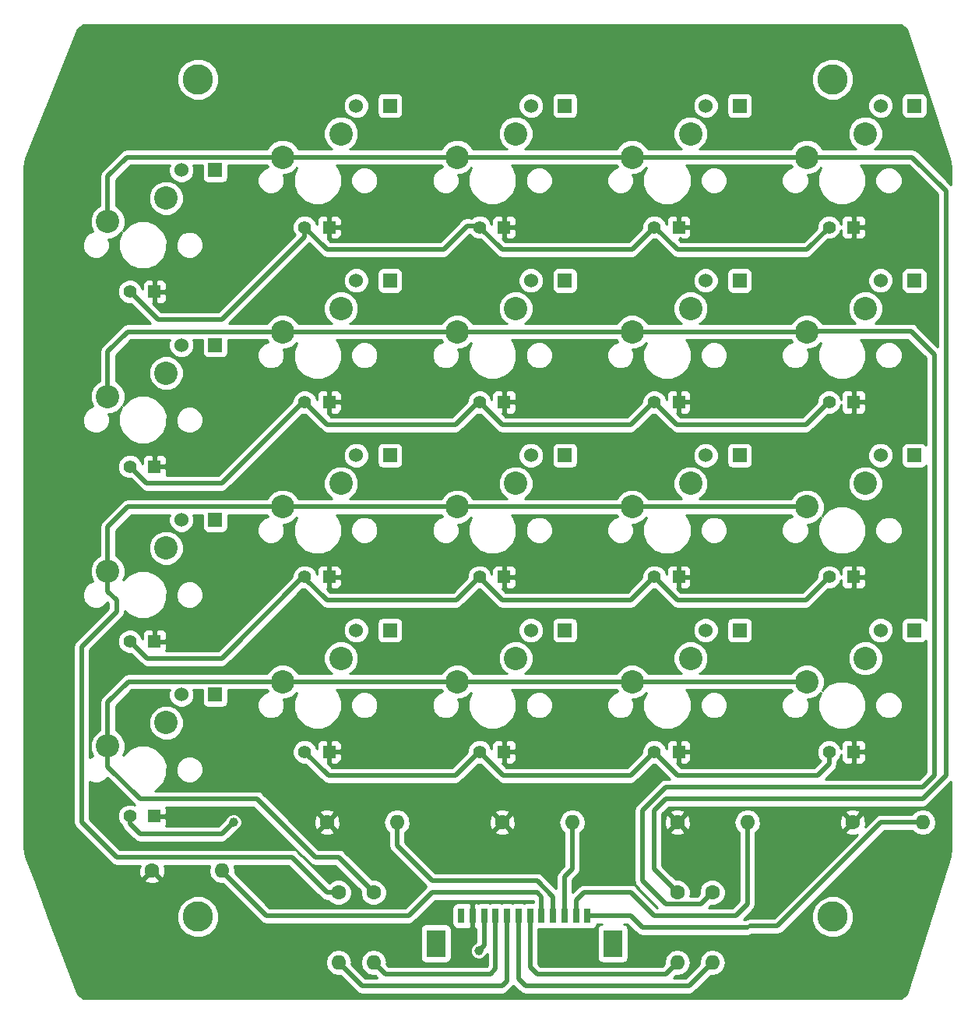
<source format=gbr>
%TF.GenerationSoftware,KiCad,Pcbnew,4.0.7*%
%TF.CreationDate,2017-11-07T22:47:46+00:00*%
%TF.ProjectId,gamepad,67616D657061642E6B696361645F7063,rev?*%
%TF.FileFunction,Copper,L2,Bot,Signal*%
%FSLAX46Y46*%
G04 Gerber Fmt 4.6, Leading zero omitted, Abs format (unit mm)*
G04 Created by KiCad (PCBNEW 4.0.7) date 11/07/17 22:47:46*
%MOMM*%
%LPD*%
G01*
G04 APERTURE LIST*
%ADD10C,0.100000*%
%ADD11C,3.300000*%
%ADD12C,2.540000*%
%ADD13C,1.406400*%
%ADD14R,1.406400X1.406400*%
%ADD15R,1.524000X1.524000*%
%ADD16C,1.524000*%
%ADD17C,1.600000*%
%ADD18O,1.600000X1.600000*%
%ADD19R,2.100000X3.000000*%
%ADD20R,0.800000X1.600000*%
%ADD21C,1.000000*%
%ADD22C,0.500000*%
%ADD23C,0.254000*%
G04 APERTURE END LIST*
D10*
D11*
X66000000Y-45000000D03*
X66000000Y-136000000D03*
X135000000Y-136000000D03*
D12*
X56190000Y-79460000D03*
X62540000Y-76920000D03*
D13*
X58603000Y-87080000D03*
D14*
X61270000Y-87080000D03*
D15*
X67874000Y-73872000D03*
D16*
X64191000Y-73872000D03*
D17*
X61000000Y-131000000D03*
D18*
X68620000Y-131000000D03*
D17*
X80010000Y-125730000D03*
D18*
X87630000Y-125730000D03*
D17*
X99060000Y-125730000D03*
D18*
X106680000Y-125730000D03*
D17*
X118110000Y-125730000D03*
D18*
X125730000Y-125730000D03*
D17*
X137160000Y-125730000D03*
D18*
X144780000Y-125730000D03*
D12*
X56190000Y-98460000D03*
X62540000Y-95920000D03*
D13*
X58603000Y-106080000D03*
D14*
X61270000Y-106080000D03*
D15*
X67874000Y-92872000D03*
D16*
X64191000Y-92872000D03*
D12*
X56190000Y-60460000D03*
X62540000Y-57920000D03*
D13*
X58603000Y-68080000D03*
D14*
X61270000Y-68080000D03*
D15*
X67874000Y-54872000D03*
D16*
X64191000Y-54872000D03*
D12*
X56190000Y-117460000D03*
X62540000Y-114920000D03*
D13*
X58603000Y-125080000D03*
D14*
X61270000Y-125080000D03*
D15*
X67874000Y-111872000D03*
D16*
X64191000Y-111872000D03*
D12*
X75190000Y-53460000D03*
X81540000Y-50920000D03*
D13*
X77603000Y-61080000D03*
D14*
X80270000Y-61080000D03*
D15*
X86874000Y-47872000D03*
D16*
X83191000Y-47872000D03*
D12*
X75190000Y-72460000D03*
X81540000Y-69920000D03*
D13*
X77603000Y-80080000D03*
D14*
X80270000Y-80080000D03*
D15*
X86874000Y-66872000D03*
D16*
X83191000Y-66872000D03*
D12*
X75190000Y-91460000D03*
X81540000Y-88920000D03*
D13*
X77603000Y-99080000D03*
D14*
X80270000Y-99080000D03*
D15*
X86874000Y-85872000D03*
D16*
X83191000Y-85872000D03*
D12*
X75190000Y-110460000D03*
X81540000Y-107920000D03*
D13*
X77603000Y-118080000D03*
D14*
X80270000Y-118080000D03*
D15*
X86874000Y-104872000D03*
D16*
X83191000Y-104872000D03*
D12*
X94190000Y-72460000D03*
X100540000Y-69920000D03*
D13*
X96603000Y-80080000D03*
D14*
X99270000Y-80080000D03*
D15*
X105874000Y-66872000D03*
D16*
X102191000Y-66872000D03*
D12*
X94190000Y-53460000D03*
X100540000Y-50920000D03*
D13*
X96603000Y-61080000D03*
D14*
X99270000Y-61080000D03*
D15*
X105874000Y-47872000D03*
D16*
X102191000Y-47872000D03*
D12*
X94190000Y-110460000D03*
X100540000Y-107920000D03*
D13*
X96603000Y-118080000D03*
D14*
X99270000Y-118080000D03*
D15*
X105874000Y-104872000D03*
D16*
X102191000Y-104872000D03*
D12*
X94190000Y-91460000D03*
X100540000Y-88920000D03*
D13*
X96603000Y-99080000D03*
D14*
X99270000Y-99080000D03*
D15*
X105874000Y-85872000D03*
D16*
X102191000Y-85872000D03*
D12*
X113190000Y-53460000D03*
X119540000Y-50920000D03*
D13*
X115603000Y-61080000D03*
D14*
X118270000Y-61080000D03*
D15*
X124874000Y-47872000D03*
D16*
X121191000Y-47872000D03*
D12*
X113190000Y-72460000D03*
X119540000Y-69920000D03*
D13*
X115603000Y-80080000D03*
D14*
X118270000Y-80080000D03*
D15*
X124874000Y-66872000D03*
D16*
X121191000Y-66872000D03*
D12*
X113190000Y-91460000D03*
X119540000Y-88920000D03*
D13*
X115603000Y-99080000D03*
D14*
X118270000Y-99080000D03*
D15*
X124874000Y-85872000D03*
D16*
X121191000Y-85872000D03*
D12*
X113190000Y-110460000D03*
X119540000Y-107920000D03*
D13*
X115603000Y-118080000D03*
D14*
X118270000Y-118080000D03*
D15*
X124874000Y-104872000D03*
D16*
X121191000Y-104872000D03*
D12*
X132190000Y-110460000D03*
X138540000Y-107920000D03*
D13*
X134603000Y-118080000D03*
D14*
X137270000Y-118080000D03*
D15*
X143874000Y-104872000D03*
D16*
X140191000Y-104872000D03*
D12*
X132190000Y-91460000D03*
X138540000Y-88920000D03*
D13*
X134603000Y-99080000D03*
D14*
X137270000Y-99080000D03*
D15*
X143874000Y-85872000D03*
D16*
X140191000Y-85872000D03*
D12*
X132190000Y-72460000D03*
X138540000Y-69920000D03*
D13*
X134603000Y-80080000D03*
D14*
X137270000Y-80080000D03*
D15*
X143874000Y-66872000D03*
D16*
X140191000Y-66872000D03*
D12*
X132190000Y-53460000D03*
X138540000Y-50920000D03*
D13*
X134603000Y-61080000D03*
D14*
X137270000Y-61080000D03*
D15*
X143874000Y-47872000D03*
D16*
X140191000Y-47872000D03*
D17*
X118110000Y-133350000D03*
D18*
X118110000Y-140970000D03*
D17*
X121920000Y-133350000D03*
D18*
X121920000Y-140970000D03*
D17*
X81280000Y-133350000D03*
D18*
X81280000Y-140970000D03*
D17*
X85090000Y-133350000D03*
D18*
X85090000Y-140970000D03*
D11*
X135000000Y-45000000D03*
D19*
X111100000Y-138890000D03*
D20*
X94600000Y-135890000D03*
X95850000Y-135890000D03*
X97100000Y-135890000D03*
X98350000Y-135890000D03*
X99600000Y-135890000D03*
X100850000Y-135890000D03*
X102100000Y-135890000D03*
X103350000Y-135890000D03*
X104600000Y-135890000D03*
X105850000Y-135890000D03*
X107100000Y-135890000D03*
X108350000Y-135890000D03*
D19*
X91850000Y-138890000D03*
D21*
X96520000Y-139700000D03*
X69850000Y-125730000D03*
D22*
X103350000Y-135890000D02*
X103350000Y-133830000D01*
X73420000Y-135890000D02*
X68580000Y-131050000D01*
X88900000Y-135890000D02*
X73420000Y-135890000D01*
X91440000Y-133350000D02*
X88900000Y-135890000D01*
X102870000Y-133350000D02*
X91440000Y-133350000D01*
X103350000Y-133830000D02*
X102870000Y-133350000D01*
X87630000Y-125730000D02*
X87630000Y-128270000D01*
X87630000Y-128270000D02*
X91440000Y-132080000D01*
X91440000Y-132080000D02*
X102870000Y-132080000D01*
X102870000Y-132080000D02*
X104600000Y-133810000D01*
X104600000Y-133810000D02*
X104600000Y-135890000D01*
X106680000Y-125730000D02*
X106680000Y-130810000D01*
X105850000Y-131640000D02*
X105850000Y-135890000D01*
X106680000Y-130810000D02*
X105850000Y-131640000D01*
X125730000Y-125730000D02*
X125730000Y-134620000D01*
X125730000Y-134620000D02*
X124460000Y-135890000D01*
X124460000Y-135890000D02*
X115570000Y-135890000D01*
X115570000Y-135890000D02*
X113030000Y-133350000D01*
X113030000Y-133350000D02*
X107950000Y-133350000D01*
X107950000Y-133350000D02*
X107100000Y-134200000D01*
X107100000Y-134200000D02*
X107100000Y-135890000D01*
X143510000Y-125730000D02*
X140270000Y-125730000D01*
X144780000Y-125730000D02*
X143510000Y-125730000D01*
X129000000Y-137000000D02*
X126000000Y-137000000D01*
X140270000Y-125730000D02*
X129000000Y-137000000D01*
X108350000Y-135890000D02*
X113030000Y-135890000D01*
X114300000Y-137160000D02*
X125730000Y-137160000D01*
X113030000Y-135890000D02*
X114300000Y-137160000D01*
X118110000Y-133350000D02*
X116840000Y-132080000D01*
X143630000Y-53460000D02*
X132190000Y-53460000D01*
X147320000Y-57150000D02*
X143630000Y-53460000D01*
X147320000Y-120650000D02*
X147320000Y-57150000D01*
X144780000Y-123190000D02*
X147320000Y-120650000D01*
X116840000Y-123190000D02*
X144780000Y-123190000D01*
X115570000Y-124460000D02*
X116840000Y-123190000D01*
X115570000Y-130810000D02*
X115570000Y-124460000D01*
X116840000Y-132080000D02*
X115570000Y-130810000D01*
X113190000Y-53460000D02*
X132190000Y-53460000D01*
X94190000Y-53460000D02*
X113190000Y-53460000D01*
X75190000Y-53460000D02*
X94190000Y-53460000D01*
X56190000Y-60460000D02*
X56190000Y-55570000D01*
X58300000Y-53460000D02*
X75190000Y-53460000D01*
X56190000Y-55570000D02*
X58300000Y-53460000D01*
X97100000Y-139120000D02*
X96520000Y-139700000D01*
X97100000Y-139120000D02*
X97100000Y-135890000D01*
X69850000Y-125730000D02*
X68580000Y-127000000D01*
X68580000Y-127000000D02*
X59690000Y-127000000D01*
X59690000Y-127000000D02*
X58603000Y-125913000D01*
X58603000Y-125080000D02*
X58603000Y-125913000D01*
X96483000Y-60960000D02*
X95250000Y-60960000D01*
X95250000Y-60960000D02*
X92710000Y-63500000D01*
X92710000Y-63500000D02*
X80023000Y-63500000D01*
X80023000Y-63500000D02*
X77603000Y-61080000D01*
X96483000Y-60960000D02*
X96603000Y-61080000D01*
X115603000Y-99080000D02*
X115603000Y-99093000D01*
X115603000Y-99093000D02*
X118110000Y-101600000D01*
X132083000Y-101600000D02*
X134603000Y-99080000D01*
X118110000Y-101600000D02*
X132083000Y-101600000D01*
X96603000Y-118080000D02*
X96550000Y-118080000D01*
X96550000Y-118080000D02*
X93980000Y-120650000D01*
X80173000Y-120650000D02*
X77603000Y-118080000D01*
X93980000Y-120650000D02*
X80173000Y-120650000D01*
X115603000Y-118080000D02*
X115600000Y-118080000D01*
X115600000Y-118080000D02*
X113030000Y-120650000D01*
X99173000Y-120650000D02*
X96603000Y-118080000D01*
X113030000Y-120650000D02*
X99173000Y-120650000D01*
X134603000Y-118080000D02*
X134603000Y-119397000D01*
X118173000Y-120650000D02*
X115603000Y-118080000D01*
X133350000Y-120650000D02*
X118173000Y-120650000D01*
X134603000Y-119397000D02*
X133350000Y-120650000D01*
X96603000Y-99080000D02*
X96603000Y-99143000D01*
X96603000Y-99143000D02*
X99060000Y-101600000D01*
X113083000Y-101600000D02*
X115603000Y-99080000D01*
X99060000Y-101600000D02*
X113083000Y-101600000D01*
X77603000Y-99080000D02*
X77603000Y-99193000D01*
X77603000Y-99193000D02*
X80010000Y-101600000D01*
X94083000Y-101600000D02*
X96603000Y-99080000D01*
X80010000Y-101600000D02*
X94083000Y-101600000D01*
X77603000Y-99080000D02*
X77450000Y-99080000D01*
X77450000Y-99080000D02*
X68580000Y-107950000D01*
X68580000Y-107950000D02*
X60473000Y-107950000D01*
X60473000Y-107950000D02*
X58603000Y-106080000D01*
X77603000Y-80080000D02*
X77400000Y-80080000D01*
X77400000Y-80080000D02*
X68580000Y-88900000D01*
X60423000Y-88900000D02*
X58603000Y-87080000D01*
X68580000Y-88900000D02*
X60423000Y-88900000D01*
X96603000Y-80080000D02*
X96450000Y-80080000D01*
X96450000Y-80080000D02*
X93980000Y-82550000D01*
X80073000Y-82550000D02*
X77603000Y-80080000D01*
X93980000Y-82550000D02*
X80073000Y-82550000D01*
X115603000Y-80080000D02*
X115500000Y-80080000D01*
X115500000Y-80080000D02*
X113030000Y-82550000D01*
X99073000Y-82550000D02*
X96603000Y-80080000D01*
X113030000Y-82550000D02*
X99073000Y-82550000D01*
X134603000Y-80080000D02*
X134550000Y-80080000D01*
X134550000Y-80080000D02*
X132080000Y-82550000D01*
X132080000Y-82550000D02*
X118073000Y-82550000D01*
X118073000Y-82550000D02*
X115603000Y-80080000D01*
X115603000Y-61080000D02*
X115690000Y-61080000D01*
X115690000Y-61080000D02*
X118110000Y-63500000D01*
X132183000Y-63500000D02*
X134603000Y-61080000D01*
X118110000Y-63500000D02*
X132183000Y-63500000D01*
X96603000Y-61080000D02*
X96640000Y-61080000D01*
X96640000Y-61080000D02*
X99060000Y-63500000D01*
X113183000Y-63500000D02*
X115603000Y-61080000D01*
X99060000Y-63500000D02*
X113183000Y-63500000D01*
X77603000Y-61080000D02*
X77603000Y-62097000D01*
X77603000Y-62097000D02*
X68580000Y-71120000D01*
X68580000Y-71120000D02*
X61643000Y-71120000D01*
X61643000Y-71120000D02*
X58603000Y-68080000D01*
X121920000Y-133350000D02*
X120650000Y-134620000D01*
X146050000Y-120650000D02*
X146050000Y-92710000D01*
X144780000Y-121920000D02*
X146050000Y-120650000D01*
X116840000Y-121920000D02*
X144780000Y-121920000D01*
X114300000Y-124460000D02*
X116840000Y-121920000D01*
X114300000Y-132080000D02*
X114300000Y-124460000D01*
X116840000Y-134620000D02*
X114300000Y-132080000D01*
X120650000Y-134620000D02*
X116840000Y-134620000D01*
X146050000Y-92710000D02*
X146050000Y-74930000D01*
X146050000Y-74930000D02*
X143510000Y-72390000D01*
X143510000Y-72390000D02*
X132260000Y-72390000D01*
X132260000Y-72390000D02*
X132190000Y-72460000D01*
X113190000Y-72460000D02*
X132190000Y-72460000D01*
X94190000Y-72460000D02*
X113190000Y-72460000D01*
X94190000Y-72460000D02*
X75190000Y-72460000D01*
X56190000Y-79460000D02*
X56190000Y-74620000D01*
X58350000Y-72460000D02*
X75190000Y-72460000D01*
X56190000Y-74620000D02*
X58350000Y-72460000D01*
X75190000Y-91460000D02*
X94190000Y-91460000D01*
X94190000Y-91460000D02*
X113190000Y-91460000D01*
X113190000Y-91460000D02*
X132190000Y-91460000D01*
X56190000Y-98460000D02*
X56190000Y-93670000D01*
X58400000Y-91460000D02*
X75190000Y-91460000D01*
X56190000Y-93670000D02*
X58400000Y-91460000D01*
X56190000Y-98460000D02*
X56190000Y-100640000D01*
X80010000Y-133350000D02*
X81280000Y-133350000D01*
X76200000Y-129540000D02*
X80010000Y-133350000D01*
X57150000Y-129540000D02*
X76200000Y-129540000D01*
X53340000Y-125730000D02*
X57150000Y-129540000D01*
X53340000Y-106680000D02*
X53340000Y-125730000D01*
X57150000Y-102870000D02*
X53340000Y-106680000D01*
X57150000Y-101600000D02*
X57150000Y-102870000D01*
X56190000Y-100640000D02*
X57150000Y-101600000D01*
X56190000Y-117460000D02*
X56190000Y-119690000D01*
X81280000Y-129540000D02*
X85090000Y-133350000D01*
X78740000Y-129540000D02*
X81280000Y-129540000D01*
X72390000Y-123190000D02*
X78740000Y-129540000D01*
X59690000Y-123190000D02*
X72390000Y-123190000D01*
X56190000Y-119690000D02*
X59690000Y-123190000D01*
X113190000Y-110460000D02*
X132190000Y-110460000D01*
X94190000Y-110460000D02*
X113190000Y-110460000D01*
X75190000Y-110460000D02*
X94190000Y-110460000D01*
X56190000Y-117460000D02*
X56190000Y-112720000D01*
X58450000Y-110460000D02*
X75190000Y-110460000D01*
X56190000Y-112720000D02*
X58450000Y-110460000D01*
X102100000Y-135890000D02*
X102100000Y-141470000D01*
X116840000Y-142240000D02*
X118110000Y-140970000D01*
X102870000Y-142240000D02*
X116840000Y-142240000D01*
X102100000Y-141470000D02*
X102870000Y-142240000D01*
X100850000Y-135890000D02*
X100850000Y-142760000D01*
X119380000Y-143510000D02*
X121920000Y-140970000D01*
X101600000Y-143510000D02*
X119380000Y-143510000D01*
X100850000Y-142760000D02*
X101600000Y-143510000D01*
X99600000Y-135890000D02*
X99600000Y-142970000D01*
X83820000Y-143510000D02*
X81280000Y-140970000D01*
X99060000Y-143510000D02*
X83820000Y-143510000D01*
X99600000Y-142970000D02*
X99060000Y-143510000D01*
X98350000Y-135890000D02*
X98350000Y-141680000D01*
X86360000Y-142240000D02*
X85090000Y-140970000D01*
X97790000Y-142240000D02*
X86360000Y-142240000D01*
X98350000Y-141680000D02*
X97790000Y-142240000D01*
D23*
G36*
X143050596Y-39553397D02*
X147718166Y-53556109D01*
X147873000Y-54510237D01*
X147873000Y-56451421D01*
X144255790Y-52834210D01*
X144241509Y-52824668D01*
X143968675Y-52642367D01*
X143912484Y-52631190D01*
X143630000Y-52574999D01*
X143629995Y-52575000D01*
X139523110Y-52575000D01*
X139617686Y-52535922D01*
X140154039Y-52000505D01*
X140444668Y-51300590D01*
X140445330Y-50542735D01*
X140155922Y-49842314D01*
X139620505Y-49305961D01*
X138920590Y-49015332D01*
X138162735Y-49014670D01*
X137462314Y-49304078D01*
X136925961Y-49839495D01*
X136635332Y-50539410D01*
X136634670Y-51297265D01*
X136924078Y-51997686D01*
X137459495Y-52534039D01*
X137558140Y-52575000D01*
X133885538Y-52575000D01*
X133805922Y-52382314D01*
X133270505Y-51845961D01*
X132570590Y-51555332D01*
X131812735Y-51554670D01*
X131112314Y-51844078D01*
X130575961Y-52379495D01*
X130494781Y-52575000D01*
X120523110Y-52575000D01*
X120617686Y-52535922D01*
X121154039Y-52000505D01*
X121444668Y-51300590D01*
X121445330Y-50542735D01*
X121155922Y-49842314D01*
X120620505Y-49305961D01*
X119920590Y-49015332D01*
X119162735Y-49014670D01*
X118462314Y-49304078D01*
X117925961Y-49839495D01*
X117635332Y-50539410D01*
X117634670Y-51297265D01*
X117924078Y-51997686D01*
X118459495Y-52534039D01*
X118558140Y-52575000D01*
X114885538Y-52575000D01*
X114805922Y-52382314D01*
X114270505Y-51845961D01*
X113570590Y-51555332D01*
X112812735Y-51554670D01*
X112112314Y-51844078D01*
X111575961Y-52379495D01*
X111494781Y-52575000D01*
X101523110Y-52575000D01*
X101617686Y-52535922D01*
X102154039Y-52000505D01*
X102444668Y-51300590D01*
X102445330Y-50542735D01*
X102155922Y-49842314D01*
X101620505Y-49305961D01*
X100920590Y-49015332D01*
X100162735Y-49014670D01*
X99462314Y-49304078D01*
X98925961Y-49839495D01*
X98635332Y-50539410D01*
X98634670Y-51297265D01*
X98924078Y-51997686D01*
X99459495Y-52534039D01*
X99558140Y-52575000D01*
X95885538Y-52575000D01*
X95805922Y-52382314D01*
X95270505Y-51845961D01*
X94570590Y-51555332D01*
X93812735Y-51554670D01*
X93112314Y-51844078D01*
X92575961Y-52379495D01*
X92494781Y-52575000D01*
X82523110Y-52575000D01*
X82617686Y-52535922D01*
X83154039Y-52000505D01*
X83444668Y-51300590D01*
X83445330Y-50542735D01*
X83155922Y-49842314D01*
X82620505Y-49305961D01*
X81920590Y-49015332D01*
X81162735Y-49014670D01*
X80462314Y-49304078D01*
X79925961Y-49839495D01*
X79635332Y-50539410D01*
X79634670Y-51297265D01*
X79924078Y-51997686D01*
X80459495Y-52534039D01*
X80558140Y-52575000D01*
X76885538Y-52575000D01*
X76805922Y-52382314D01*
X76270505Y-51845961D01*
X75570590Y-51555332D01*
X74812735Y-51554670D01*
X74112314Y-51844078D01*
X73575961Y-52379495D01*
X73494781Y-52575000D01*
X58300005Y-52575000D01*
X58300000Y-52574999D01*
X58017516Y-52631190D01*
X57961325Y-52642367D01*
X57674210Y-52834210D01*
X57674208Y-52834213D01*
X55564210Y-54944210D01*
X55372367Y-55231325D01*
X55372367Y-55231326D01*
X55304999Y-55570000D01*
X55305000Y-55570005D01*
X55305000Y-58764462D01*
X55112314Y-58844078D01*
X54575961Y-59379495D01*
X54285332Y-60079410D01*
X54284670Y-60837265D01*
X54573539Y-61536382D01*
X54079914Y-61740344D01*
X53661812Y-62157717D01*
X53435258Y-62703319D01*
X53434743Y-63294089D01*
X53660344Y-63840086D01*
X54077717Y-64258188D01*
X54623319Y-64484742D01*
X55214089Y-64485257D01*
X55760086Y-64259656D01*
X56178188Y-63842283D01*
X56404742Y-63296681D01*
X56405257Y-62705911D01*
X56264423Y-62365065D01*
X56567265Y-62365330D01*
X57267686Y-62075922D01*
X57716693Y-61627698D01*
X57365458Y-62473567D01*
X57364543Y-63521834D01*
X57764853Y-64490658D01*
X58505443Y-65232542D01*
X59473567Y-65634542D01*
X60521834Y-65635457D01*
X61490658Y-65235147D01*
X62232542Y-64494557D01*
X62634542Y-63526433D01*
X62634744Y-63294089D01*
X63594743Y-63294089D01*
X63820344Y-63840086D01*
X64237717Y-64258188D01*
X64783319Y-64484742D01*
X65374089Y-64485257D01*
X65920086Y-64259656D01*
X66338188Y-63842283D01*
X66564742Y-63296681D01*
X66565257Y-62705911D01*
X66339656Y-62159914D01*
X65922283Y-61741812D01*
X65376681Y-61515258D01*
X64785911Y-61514743D01*
X64239914Y-61740344D01*
X63821812Y-62157717D01*
X63595258Y-62703319D01*
X63594743Y-63294089D01*
X62634744Y-63294089D01*
X62635457Y-62478166D01*
X62235147Y-61509342D01*
X61494557Y-60767458D01*
X60526433Y-60365458D01*
X59478166Y-60364543D01*
X58509342Y-60764853D01*
X57854804Y-61418250D01*
X58094668Y-60840590D01*
X58095330Y-60082735D01*
X57805922Y-59382314D01*
X57270505Y-58845961D01*
X57075000Y-58764781D01*
X57075000Y-58297265D01*
X60634670Y-58297265D01*
X60924078Y-58997686D01*
X61459495Y-59534039D01*
X62159410Y-59824668D01*
X62917265Y-59825330D01*
X63617686Y-59535922D01*
X64154039Y-59000505D01*
X64444668Y-58300590D01*
X64445330Y-57542735D01*
X64155922Y-56842314D01*
X63620505Y-56305961D01*
X62920590Y-56015332D01*
X62162735Y-56014670D01*
X61462314Y-56304078D01*
X60925961Y-56839495D01*
X60635332Y-57539410D01*
X60634670Y-58297265D01*
X57075000Y-58297265D01*
X57075000Y-55936580D01*
X58666579Y-54345000D01*
X62897180Y-54345000D01*
X62794243Y-54592900D01*
X62793758Y-55148661D01*
X63005990Y-55662303D01*
X63398630Y-56055629D01*
X63911900Y-56268757D01*
X64467661Y-56269242D01*
X64981303Y-56057010D01*
X65374629Y-55664370D01*
X65587757Y-55151100D01*
X65588242Y-54595339D01*
X65484804Y-54345000D01*
X66464560Y-54345000D01*
X66464560Y-55634000D01*
X66513843Y-55881765D01*
X66654191Y-56091809D01*
X66864235Y-56232157D01*
X67112000Y-56281440D01*
X68636000Y-56281440D01*
X68883765Y-56232157D01*
X69093809Y-56091809D01*
X69234157Y-55881765D01*
X69283440Y-55634000D01*
X69283440Y-54345000D01*
X73494462Y-54345000D01*
X73573539Y-54536382D01*
X73079914Y-54740344D01*
X72661812Y-55157717D01*
X72435258Y-55703319D01*
X72434743Y-56294089D01*
X72660344Y-56840086D01*
X73077717Y-57258188D01*
X73623319Y-57484742D01*
X74214089Y-57485257D01*
X74760086Y-57259656D01*
X75178188Y-56842283D01*
X75404742Y-56296681D01*
X75405257Y-55705911D01*
X75264423Y-55365065D01*
X75567265Y-55365330D01*
X76267686Y-55075922D01*
X76716693Y-54627698D01*
X76365458Y-55473567D01*
X76364543Y-56521834D01*
X76764853Y-57490658D01*
X77505443Y-58232542D01*
X78473567Y-58634542D01*
X79521834Y-58635457D01*
X80490658Y-58235147D01*
X81232542Y-57494557D01*
X81634542Y-56526433D01*
X81634744Y-56294089D01*
X82594743Y-56294089D01*
X82820344Y-56840086D01*
X83237717Y-57258188D01*
X83783319Y-57484742D01*
X84374089Y-57485257D01*
X84920086Y-57259656D01*
X85338188Y-56842283D01*
X85564742Y-56296681D01*
X85565257Y-55705911D01*
X85339656Y-55159914D01*
X84922283Y-54741812D01*
X84376681Y-54515258D01*
X83785911Y-54514743D01*
X83239914Y-54740344D01*
X82821812Y-55157717D01*
X82595258Y-55703319D01*
X82594743Y-56294089D01*
X81634744Y-56294089D01*
X81635457Y-55478166D01*
X81235147Y-54509342D01*
X81071092Y-54345000D01*
X92494462Y-54345000D01*
X92573539Y-54536382D01*
X92079914Y-54740344D01*
X91661812Y-55157717D01*
X91435258Y-55703319D01*
X91434743Y-56294089D01*
X91660344Y-56840086D01*
X92077717Y-57258188D01*
X92623319Y-57484742D01*
X93214089Y-57485257D01*
X93760086Y-57259656D01*
X94178188Y-56842283D01*
X94404742Y-56296681D01*
X94405257Y-55705911D01*
X94264423Y-55365065D01*
X94567265Y-55365330D01*
X95267686Y-55075922D01*
X95716693Y-54627698D01*
X95365458Y-55473567D01*
X95364543Y-56521834D01*
X95764853Y-57490658D01*
X96505443Y-58232542D01*
X97473567Y-58634542D01*
X98521834Y-58635457D01*
X99490658Y-58235147D01*
X100232542Y-57494557D01*
X100634542Y-56526433D01*
X100634744Y-56294089D01*
X101594743Y-56294089D01*
X101820344Y-56840086D01*
X102237717Y-57258188D01*
X102783319Y-57484742D01*
X103374089Y-57485257D01*
X103920086Y-57259656D01*
X104338188Y-56842283D01*
X104564742Y-56296681D01*
X104565257Y-55705911D01*
X104339656Y-55159914D01*
X103922283Y-54741812D01*
X103376681Y-54515258D01*
X102785911Y-54514743D01*
X102239914Y-54740344D01*
X101821812Y-55157717D01*
X101595258Y-55703319D01*
X101594743Y-56294089D01*
X100634744Y-56294089D01*
X100635457Y-55478166D01*
X100235147Y-54509342D01*
X100071092Y-54345000D01*
X111494462Y-54345000D01*
X111573539Y-54536382D01*
X111079914Y-54740344D01*
X110661812Y-55157717D01*
X110435258Y-55703319D01*
X110434743Y-56294089D01*
X110660344Y-56840086D01*
X111077717Y-57258188D01*
X111623319Y-57484742D01*
X112214089Y-57485257D01*
X112760086Y-57259656D01*
X113178188Y-56842283D01*
X113404742Y-56296681D01*
X113405257Y-55705911D01*
X113264423Y-55365065D01*
X113567265Y-55365330D01*
X114267686Y-55075922D01*
X114716693Y-54627698D01*
X114365458Y-55473567D01*
X114364543Y-56521834D01*
X114764853Y-57490658D01*
X115505443Y-58232542D01*
X116473567Y-58634542D01*
X117521834Y-58635457D01*
X118490658Y-58235147D01*
X119232542Y-57494557D01*
X119634542Y-56526433D01*
X119634744Y-56294089D01*
X120594743Y-56294089D01*
X120820344Y-56840086D01*
X121237717Y-57258188D01*
X121783319Y-57484742D01*
X122374089Y-57485257D01*
X122920086Y-57259656D01*
X123338188Y-56842283D01*
X123564742Y-56296681D01*
X123565257Y-55705911D01*
X123339656Y-55159914D01*
X122922283Y-54741812D01*
X122376681Y-54515258D01*
X121785911Y-54514743D01*
X121239914Y-54740344D01*
X120821812Y-55157717D01*
X120595258Y-55703319D01*
X120594743Y-56294089D01*
X119634744Y-56294089D01*
X119635457Y-55478166D01*
X119235147Y-54509342D01*
X119071092Y-54345000D01*
X130494462Y-54345000D01*
X130573539Y-54536382D01*
X130079914Y-54740344D01*
X129661812Y-55157717D01*
X129435258Y-55703319D01*
X129434743Y-56294089D01*
X129660344Y-56840086D01*
X130077717Y-57258188D01*
X130623319Y-57484742D01*
X131214089Y-57485257D01*
X131760086Y-57259656D01*
X132178188Y-56842283D01*
X132404742Y-56296681D01*
X132405257Y-55705911D01*
X132264423Y-55365065D01*
X132567265Y-55365330D01*
X133267686Y-55075922D01*
X133716693Y-54627698D01*
X133365458Y-55473567D01*
X133364543Y-56521834D01*
X133764853Y-57490658D01*
X134505443Y-58232542D01*
X135473567Y-58634542D01*
X136521834Y-58635457D01*
X137490658Y-58235147D01*
X138232542Y-57494557D01*
X138634542Y-56526433D01*
X138634744Y-56294089D01*
X139594743Y-56294089D01*
X139820344Y-56840086D01*
X140237717Y-57258188D01*
X140783319Y-57484742D01*
X141374089Y-57485257D01*
X141920086Y-57259656D01*
X142338188Y-56842283D01*
X142564742Y-56296681D01*
X142565257Y-55705911D01*
X142339656Y-55159914D01*
X141922283Y-54741812D01*
X141376681Y-54515258D01*
X140785911Y-54514743D01*
X140239914Y-54740344D01*
X139821812Y-55157717D01*
X139595258Y-55703319D01*
X139594743Y-56294089D01*
X138634744Y-56294089D01*
X138635457Y-55478166D01*
X138235147Y-54509342D01*
X138071092Y-54345000D01*
X143263420Y-54345000D01*
X146435000Y-57516579D01*
X146435000Y-74063421D01*
X144135790Y-71764210D01*
X144108221Y-71745789D01*
X143848675Y-71572367D01*
X143792484Y-71561190D01*
X143510000Y-71504999D01*
X143509995Y-71505000D01*
X139648662Y-71505000D01*
X140154039Y-71000505D01*
X140444668Y-70300590D01*
X140445330Y-69542735D01*
X140155922Y-68842314D01*
X139620505Y-68305961D01*
X138920590Y-68015332D01*
X138162735Y-68014670D01*
X137462314Y-68304078D01*
X136925961Y-68839495D01*
X136635332Y-69539410D01*
X136634670Y-70297265D01*
X136924078Y-70997686D01*
X137430507Y-71505000D01*
X133856615Y-71505000D01*
X133805922Y-71382314D01*
X133270505Y-70845961D01*
X132570590Y-70555332D01*
X131812735Y-70554670D01*
X131112314Y-70844078D01*
X130575961Y-71379495D01*
X130494781Y-71575000D01*
X120523110Y-71575000D01*
X120617686Y-71535922D01*
X121154039Y-71000505D01*
X121444668Y-70300590D01*
X121445330Y-69542735D01*
X121155922Y-68842314D01*
X120620505Y-68305961D01*
X119920590Y-68015332D01*
X119162735Y-68014670D01*
X118462314Y-68304078D01*
X117925961Y-68839495D01*
X117635332Y-69539410D01*
X117634670Y-70297265D01*
X117924078Y-70997686D01*
X118459495Y-71534039D01*
X118558140Y-71575000D01*
X114885538Y-71575000D01*
X114805922Y-71382314D01*
X114270505Y-70845961D01*
X113570590Y-70555332D01*
X112812735Y-70554670D01*
X112112314Y-70844078D01*
X111575961Y-71379495D01*
X111494781Y-71575000D01*
X101523110Y-71575000D01*
X101617686Y-71535922D01*
X102154039Y-71000505D01*
X102444668Y-70300590D01*
X102445330Y-69542735D01*
X102155922Y-68842314D01*
X101620505Y-68305961D01*
X100920590Y-68015332D01*
X100162735Y-68014670D01*
X99462314Y-68304078D01*
X98925961Y-68839495D01*
X98635332Y-69539410D01*
X98634670Y-70297265D01*
X98924078Y-70997686D01*
X99459495Y-71534039D01*
X99558140Y-71575000D01*
X95885538Y-71575000D01*
X95805922Y-71382314D01*
X95270505Y-70845961D01*
X94570590Y-70555332D01*
X93812735Y-70554670D01*
X93112314Y-70844078D01*
X92575961Y-71379495D01*
X92494781Y-71575000D01*
X82523110Y-71575000D01*
X82617686Y-71535922D01*
X83154039Y-71000505D01*
X83444668Y-70300590D01*
X83445330Y-69542735D01*
X83155922Y-68842314D01*
X82620505Y-68305961D01*
X81920590Y-68015332D01*
X81162735Y-68014670D01*
X80462314Y-68304078D01*
X79925961Y-68839495D01*
X79635332Y-69539410D01*
X79634670Y-70297265D01*
X79924078Y-70997686D01*
X80459495Y-71534039D01*
X80558140Y-71575000D01*
X76885538Y-71575000D01*
X76805922Y-71382314D01*
X76270505Y-70845961D01*
X75570590Y-70555332D01*
X74812735Y-70554670D01*
X74112314Y-70844078D01*
X73575961Y-71379495D01*
X73494781Y-71575000D01*
X69376580Y-71575000D01*
X73802918Y-67148661D01*
X81793758Y-67148661D01*
X82005990Y-67662303D01*
X82398630Y-68055629D01*
X82911900Y-68268757D01*
X83467661Y-68269242D01*
X83981303Y-68057010D01*
X84374629Y-67664370D01*
X84587757Y-67151100D01*
X84588242Y-66595339D01*
X84387705Y-66110000D01*
X85464560Y-66110000D01*
X85464560Y-67634000D01*
X85513843Y-67881765D01*
X85654191Y-68091809D01*
X85864235Y-68232157D01*
X86112000Y-68281440D01*
X87636000Y-68281440D01*
X87883765Y-68232157D01*
X88093809Y-68091809D01*
X88234157Y-67881765D01*
X88283440Y-67634000D01*
X88283440Y-67148661D01*
X100793758Y-67148661D01*
X101005990Y-67662303D01*
X101398630Y-68055629D01*
X101911900Y-68268757D01*
X102467661Y-68269242D01*
X102981303Y-68057010D01*
X103374629Y-67664370D01*
X103587757Y-67151100D01*
X103588242Y-66595339D01*
X103387705Y-66110000D01*
X104464560Y-66110000D01*
X104464560Y-67634000D01*
X104513843Y-67881765D01*
X104654191Y-68091809D01*
X104864235Y-68232157D01*
X105112000Y-68281440D01*
X106636000Y-68281440D01*
X106883765Y-68232157D01*
X107093809Y-68091809D01*
X107234157Y-67881765D01*
X107283440Y-67634000D01*
X107283440Y-67148661D01*
X119793758Y-67148661D01*
X120005990Y-67662303D01*
X120398630Y-68055629D01*
X120911900Y-68268757D01*
X121467661Y-68269242D01*
X121981303Y-68057010D01*
X122374629Y-67664370D01*
X122587757Y-67151100D01*
X122588242Y-66595339D01*
X122387705Y-66110000D01*
X123464560Y-66110000D01*
X123464560Y-67634000D01*
X123513843Y-67881765D01*
X123654191Y-68091809D01*
X123864235Y-68232157D01*
X124112000Y-68281440D01*
X125636000Y-68281440D01*
X125883765Y-68232157D01*
X126093809Y-68091809D01*
X126234157Y-67881765D01*
X126283440Y-67634000D01*
X126283440Y-67148661D01*
X138793758Y-67148661D01*
X139005990Y-67662303D01*
X139398630Y-68055629D01*
X139911900Y-68268757D01*
X140467661Y-68269242D01*
X140981303Y-68057010D01*
X141374629Y-67664370D01*
X141587757Y-67151100D01*
X141588242Y-66595339D01*
X141387705Y-66110000D01*
X142464560Y-66110000D01*
X142464560Y-67634000D01*
X142513843Y-67881765D01*
X142654191Y-68091809D01*
X142864235Y-68232157D01*
X143112000Y-68281440D01*
X144636000Y-68281440D01*
X144883765Y-68232157D01*
X145093809Y-68091809D01*
X145234157Y-67881765D01*
X145283440Y-67634000D01*
X145283440Y-66110000D01*
X145234157Y-65862235D01*
X145093809Y-65652191D01*
X144883765Y-65511843D01*
X144636000Y-65462560D01*
X143112000Y-65462560D01*
X142864235Y-65511843D01*
X142654191Y-65652191D01*
X142513843Y-65862235D01*
X142464560Y-66110000D01*
X141387705Y-66110000D01*
X141376010Y-66081697D01*
X140983370Y-65688371D01*
X140470100Y-65475243D01*
X139914339Y-65474758D01*
X139400697Y-65686990D01*
X139007371Y-66079630D01*
X138794243Y-66592900D01*
X138793758Y-67148661D01*
X126283440Y-67148661D01*
X126283440Y-66110000D01*
X126234157Y-65862235D01*
X126093809Y-65652191D01*
X125883765Y-65511843D01*
X125636000Y-65462560D01*
X124112000Y-65462560D01*
X123864235Y-65511843D01*
X123654191Y-65652191D01*
X123513843Y-65862235D01*
X123464560Y-66110000D01*
X122387705Y-66110000D01*
X122376010Y-66081697D01*
X121983370Y-65688371D01*
X121470100Y-65475243D01*
X120914339Y-65474758D01*
X120400697Y-65686990D01*
X120007371Y-66079630D01*
X119794243Y-66592900D01*
X119793758Y-67148661D01*
X107283440Y-67148661D01*
X107283440Y-66110000D01*
X107234157Y-65862235D01*
X107093809Y-65652191D01*
X106883765Y-65511843D01*
X106636000Y-65462560D01*
X105112000Y-65462560D01*
X104864235Y-65511843D01*
X104654191Y-65652191D01*
X104513843Y-65862235D01*
X104464560Y-66110000D01*
X103387705Y-66110000D01*
X103376010Y-66081697D01*
X102983370Y-65688371D01*
X102470100Y-65475243D01*
X101914339Y-65474758D01*
X101400697Y-65686990D01*
X101007371Y-66079630D01*
X100794243Y-66592900D01*
X100793758Y-67148661D01*
X88283440Y-67148661D01*
X88283440Y-66110000D01*
X88234157Y-65862235D01*
X88093809Y-65652191D01*
X87883765Y-65511843D01*
X87636000Y-65462560D01*
X86112000Y-65462560D01*
X85864235Y-65511843D01*
X85654191Y-65652191D01*
X85513843Y-65862235D01*
X85464560Y-66110000D01*
X84387705Y-66110000D01*
X84376010Y-66081697D01*
X83983370Y-65688371D01*
X83470100Y-65475243D01*
X82914339Y-65474758D01*
X82400697Y-65686990D01*
X82007371Y-66079630D01*
X81794243Y-66592900D01*
X81793758Y-67148661D01*
X73802918Y-67148661D01*
X78111500Y-62840079D01*
X79397208Y-64125787D01*
X79397210Y-64125790D01*
X79684325Y-64317633D01*
X79740516Y-64328810D01*
X80023000Y-64385001D01*
X80023005Y-64385000D01*
X92709995Y-64385000D01*
X92710000Y-64385001D01*
X92992484Y-64328810D01*
X93048675Y-64317633D01*
X93335790Y-64125790D01*
X95546136Y-61915443D01*
X95843981Y-62213809D01*
X96335648Y-62417967D01*
X96726729Y-62418309D01*
X98434208Y-64125787D01*
X98434210Y-64125790D01*
X98721325Y-64317633D01*
X98777516Y-64328810D01*
X99060000Y-64385001D01*
X99060005Y-64385000D01*
X113182995Y-64385000D01*
X113183000Y-64385001D01*
X113465484Y-64328810D01*
X113521675Y-64317633D01*
X113808790Y-64125790D01*
X115516454Y-62418125D01*
X115776773Y-62418352D01*
X117484208Y-64125787D01*
X117484210Y-64125790D01*
X117771325Y-64317633D01*
X117827516Y-64328810D01*
X118110000Y-64385001D01*
X118110005Y-64385000D01*
X132182995Y-64385000D01*
X132183000Y-64385001D01*
X132465484Y-64328810D01*
X132521675Y-64317633D01*
X132808790Y-64125790D01*
X134516454Y-62418125D01*
X134868017Y-62418432D01*
X135360039Y-62215132D01*
X135736809Y-61839019D01*
X135931800Y-61369429D01*
X135931800Y-61909510D01*
X136028473Y-62142899D01*
X136207102Y-62321527D01*
X136440491Y-62418200D01*
X136984250Y-62418200D01*
X137143000Y-62259450D01*
X137143000Y-61207000D01*
X137397000Y-61207000D01*
X137397000Y-62259450D01*
X137555750Y-62418200D01*
X138099509Y-62418200D01*
X138332898Y-62321527D01*
X138511527Y-62142899D01*
X138608200Y-61909510D01*
X138608200Y-61365750D01*
X138449450Y-61207000D01*
X137397000Y-61207000D01*
X137143000Y-61207000D01*
X137123000Y-61207000D01*
X137123000Y-60953000D01*
X137143000Y-60953000D01*
X137143000Y-59900550D01*
X137397000Y-59900550D01*
X137397000Y-60953000D01*
X138449450Y-60953000D01*
X138608200Y-60794250D01*
X138608200Y-60250490D01*
X138511527Y-60017101D01*
X138332898Y-59838473D01*
X138099509Y-59741800D01*
X137555750Y-59741800D01*
X137397000Y-59900550D01*
X137143000Y-59900550D01*
X136984250Y-59741800D01*
X136440491Y-59741800D01*
X136207102Y-59838473D01*
X136028473Y-60017101D01*
X135931800Y-60250490D01*
X135931800Y-60791672D01*
X135738132Y-60322961D01*
X135362019Y-59946191D01*
X134870352Y-59742033D01*
X134337983Y-59741568D01*
X133845961Y-59944868D01*
X133469191Y-60320981D01*
X133265033Y-60812648D01*
X133264724Y-61166697D01*
X131816420Y-62615000D01*
X118476579Y-62615000D01*
X118279780Y-62418200D01*
X118397002Y-62418200D01*
X118397002Y-62259452D01*
X118555750Y-62418200D01*
X119099509Y-62418200D01*
X119332898Y-62321527D01*
X119511527Y-62142899D01*
X119608200Y-61909510D01*
X119608200Y-61365750D01*
X119449450Y-61207000D01*
X118397000Y-61207000D01*
X118397000Y-61227000D01*
X118143000Y-61227000D01*
X118143000Y-61207000D01*
X118123000Y-61207000D01*
X118123000Y-60953000D01*
X118143000Y-60953000D01*
X118143000Y-59900550D01*
X118397000Y-59900550D01*
X118397000Y-60953000D01*
X119449450Y-60953000D01*
X119608200Y-60794250D01*
X119608200Y-60250490D01*
X119511527Y-60017101D01*
X119332898Y-59838473D01*
X119099509Y-59741800D01*
X118555750Y-59741800D01*
X118397000Y-59900550D01*
X118143000Y-59900550D01*
X117984250Y-59741800D01*
X117440491Y-59741800D01*
X117207102Y-59838473D01*
X117028473Y-60017101D01*
X116931800Y-60250490D01*
X116931800Y-60791672D01*
X116738132Y-60322961D01*
X116362019Y-59946191D01*
X115870352Y-59742033D01*
X115337983Y-59741568D01*
X114845961Y-59944868D01*
X114469191Y-60320981D01*
X114265033Y-60812648D01*
X114264724Y-61166697D01*
X112816420Y-62615000D01*
X99426579Y-62615000D01*
X99107015Y-62295435D01*
X99143000Y-62259450D01*
X99143000Y-61207000D01*
X99397000Y-61207000D01*
X99397000Y-62259450D01*
X99555750Y-62418200D01*
X100099509Y-62418200D01*
X100332898Y-62321527D01*
X100511527Y-62142899D01*
X100608200Y-61909510D01*
X100608200Y-61365750D01*
X100449450Y-61207000D01*
X99397000Y-61207000D01*
X99143000Y-61207000D01*
X99123000Y-61207000D01*
X99123000Y-60953000D01*
X99143000Y-60953000D01*
X99143000Y-59900550D01*
X99397000Y-59900550D01*
X99397000Y-60953000D01*
X100449450Y-60953000D01*
X100608200Y-60794250D01*
X100608200Y-60250490D01*
X100511527Y-60017101D01*
X100332898Y-59838473D01*
X100099509Y-59741800D01*
X99555750Y-59741800D01*
X99397000Y-59900550D01*
X99143000Y-59900550D01*
X98984250Y-59741800D01*
X98440491Y-59741800D01*
X98207102Y-59838473D01*
X98028473Y-60017101D01*
X97931800Y-60250490D01*
X97931800Y-60791672D01*
X97738132Y-60322961D01*
X97362019Y-59946191D01*
X96870352Y-59742033D01*
X96337983Y-59741568D01*
X95845961Y-59944868D01*
X95668957Y-60121563D01*
X95436799Y-60025162D01*
X95064833Y-60024838D01*
X94721057Y-60166883D01*
X94457808Y-60429673D01*
X94407434Y-60550987D01*
X92343420Y-62615000D01*
X80389579Y-62615000D01*
X80088515Y-62313935D01*
X80143000Y-62259450D01*
X80143000Y-61207000D01*
X80397000Y-61207000D01*
X80397000Y-62259450D01*
X80555750Y-62418200D01*
X81099509Y-62418200D01*
X81332898Y-62321527D01*
X81511527Y-62142899D01*
X81608200Y-61909510D01*
X81608200Y-61365750D01*
X81449450Y-61207000D01*
X80397000Y-61207000D01*
X80143000Y-61207000D01*
X80123000Y-61207000D01*
X80123000Y-60953000D01*
X80143000Y-60953000D01*
X80143000Y-59900550D01*
X80397000Y-59900550D01*
X80397000Y-60953000D01*
X81449450Y-60953000D01*
X81608200Y-60794250D01*
X81608200Y-60250490D01*
X81511527Y-60017101D01*
X81332898Y-59838473D01*
X81099509Y-59741800D01*
X80555750Y-59741800D01*
X80397000Y-59900550D01*
X80143000Y-59900550D01*
X79984250Y-59741800D01*
X79440491Y-59741800D01*
X79207102Y-59838473D01*
X79028473Y-60017101D01*
X78931800Y-60250490D01*
X78931800Y-60791672D01*
X78738132Y-60322961D01*
X78362019Y-59946191D01*
X77870352Y-59742033D01*
X77337983Y-59741568D01*
X76845961Y-59944868D01*
X76469191Y-60320981D01*
X76265033Y-60812648D01*
X76264568Y-61345017D01*
X76467868Y-61837039D01*
X76539562Y-61908859D01*
X68213420Y-70235000D01*
X62009579Y-70235000D01*
X61088515Y-69313935D01*
X61143000Y-69259450D01*
X61143000Y-68207000D01*
X61397000Y-68207000D01*
X61397000Y-69259450D01*
X61555750Y-69418200D01*
X62099509Y-69418200D01*
X62332898Y-69321527D01*
X62511527Y-69142899D01*
X62608200Y-68909510D01*
X62608200Y-68365750D01*
X62449450Y-68207000D01*
X61397000Y-68207000D01*
X61143000Y-68207000D01*
X61123000Y-68207000D01*
X61123000Y-67953000D01*
X61143000Y-67953000D01*
X61143000Y-66900550D01*
X61397000Y-66900550D01*
X61397000Y-67953000D01*
X62449450Y-67953000D01*
X62608200Y-67794250D01*
X62608200Y-67250490D01*
X62511527Y-67017101D01*
X62332898Y-66838473D01*
X62099509Y-66741800D01*
X61555750Y-66741800D01*
X61397000Y-66900550D01*
X61143000Y-66900550D01*
X60984250Y-66741800D01*
X60440491Y-66741800D01*
X60207102Y-66838473D01*
X60028473Y-67017101D01*
X59931800Y-67250490D01*
X59931800Y-67791672D01*
X59738132Y-67322961D01*
X59362019Y-66946191D01*
X58870352Y-66742033D01*
X58337983Y-66741568D01*
X57845961Y-66944868D01*
X57469191Y-67320981D01*
X57265033Y-67812648D01*
X57264568Y-68345017D01*
X57467868Y-68837039D01*
X57843981Y-69213809D01*
X58335648Y-69417967D01*
X58689696Y-69418276D01*
X60846421Y-71575000D01*
X58350000Y-71575000D01*
X58011325Y-71642367D01*
X57724210Y-71834210D01*
X57724208Y-71834213D01*
X55564210Y-73994210D01*
X55372367Y-74281325D01*
X55372367Y-74281326D01*
X55304999Y-74620000D01*
X55305000Y-74620005D01*
X55305000Y-77764462D01*
X55112314Y-77844078D01*
X54575961Y-78379495D01*
X54285332Y-79079410D01*
X54284670Y-79837265D01*
X54573539Y-80536382D01*
X54079914Y-80740344D01*
X53661812Y-81157717D01*
X53435258Y-81703319D01*
X53434743Y-82294089D01*
X53660344Y-82840086D01*
X54077717Y-83258188D01*
X54623319Y-83484742D01*
X55214089Y-83485257D01*
X55760086Y-83259656D01*
X56178188Y-82842283D01*
X56404742Y-82296681D01*
X56405257Y-81705911D01*
X56264423Y-81365065D01*
X56567265Y-81365330D01*
X57267686Y-81075922D01*
X57716693Y-80627698D01*
X57365458Y-81473567D01*
X57364543Y-82521834D01*
X57764853Y-83490658D01*
X58505443Y-84232542D01*
X59473567Y-84634542D01*
X60521834Y-84635457D01*
X61490658Y-84235147D01*
X62232542Y-83494557D01*
X62634542Y-82526433D01*
X62634744Y-82294089D01*
X63594743Y-82294089D01*
X63820344Y-82840086D01*
X64237717Y-83258188D01*
X64783319Y-83484742D01*
X65374089Y-83485257D01*
X65920086Y-83259656D01*
X66338188Y-82842283D01*
X66564742Y-82296681D01*
X66565257Y-81705911D01*
X66339656Y-81159914D01*
X65922283Y-80741812D01*
X65376681Y-80515258D01*
X64785911Y-80514743D01*
X64239914Y-80740344D01*
X63821812Y-81157717D01*
X63595258Y-81703319D01*
X63594743Y-82294089D01*
X62634744Y-82294089D01*
X62635457Y-81478166D01*
X62235147Y-80509342D01*
X61494557Y-79767458D01*
X60526433Y-79365458D01*
X59478166Y-79364543D01*
X58509342Y-79764853D01*
X57854804Y-80418250D01*
X58094668Y-79840590D01*
X58095330Y-79082735D01*
X57805922Y-78382314D01*
X57270505Y-77845961D01*
X57075000Y-77764781D01*
X57075000Y-77297265D01*
X60634670Y-77297265D01*
X60924078Y-77997686D01*
X61459495Y-78534039D01*
X62159410Y-78824668D01*
X62917265Y-78825330D01*
X63617686Y-78535922D01*
X64154039Y-78000505D01*
X64444668Y-77300590D01*
X64445330Y-76542735D01*
X64155922Y-75842314D01*
X63620505Y-75305961D01*
X62920590Y-75015332D01*
X62162735Y-75014670D01*
X61462314Y-75304078D01*
X60925961Y-75839495D01*
X60635332Y-76539410D01*
X60634670Y-77297265D01*
X57075000Y-77297265D01*
X57075000Y-74986580D01*
X58716579Y-73345000D01*
X62897180Y-73345000D01*
X62794243Y-73592900D01*
X62793758Y-74148661D01*
X63005990Y-74662303D01*
X63398630Y-75055629D01*
X63911900Y-75268757D01*
X64467661Y-75269242D01*
X64981303Y-75057010D01*
X65374629Y-74664370D01*
X65587757Y-74151100D01*
X65588242Y-73595339D01*
X65484804Y-73345000D01*
X66464560Y-73345000D01*
X66464560Y-74634000D01*
X66513843Y-74881765D01*
X66654191Y-75091809D01*
X66864235Y-75232157D01*
X67112000Y-75281440D01*
X68636000Y-75281440D01*
X68883765Y-75232157D01*
X69093809Y-75091809D01*
X69234157Y-74881765D01*
X69283440Y-74634000D01*
X69283440Y-73345000D01*
X73494462Y-73345000D01*
X73573539Y-73536382D01*
X73079914Y-73740344D01*
X72661812Y-74157717D01*
X72435258Y-74703319D01*
X72434743Y-75294089D01*
X72660344Y-75840086D01*
X73077717Y-76258188D01*
X73623319Y-76484742D01*
X74214089Y-76485257D01*
X74760086Y-76259656D01*
X75178188Y-75842283D01*
X75404742Y-75296681D01*
X75405257Y-74705911D01*
X75264423Y-74365065D01*
X75567265Y-74365330D01*
X76267686Y-74075922D01*
X76716693Y-73627698D01*
X76365458Y-74473567D01*
X76364543Y-75521834D01*
X76764853Y-76490658D01*
X77505443Y-77232542D01*
X78473567Y-77634542D01*
X79521834Y-77635457D01*
X80490658Y-77235147D01*
X81232542Y-76494557D01*
X81634542Y-75526433D01*
X81634744Y-75294089D01*
X82594743Y-75294089D01*
X82820344Y-75840086D01*
X83237717Y-76258188D01*
X83783319Y-76484742D01*
X84374089Y-76485257D01*
X84920086Y-76259656D01*
X85338188Y-75842283D01*
X85564742Y-75296681D01*
X85565257Y-74705911D01*
X85339656Y-74159914D01*
X84922283Y-73741812D01*
X84376681Y-73515258D01*
X83785911Y-73514743D01*
X83239914Y-73740344D01*
X82821812Y-74157717D01*
X82595258Y-74703319D01*
X82594743Y-75294089D01*
X81634744Y-75294089D01*
X81635457Y-74478166D01*
X81235147Y-73509342D01*
X81071092Y-73345000D01*
X92494462Y-73345000D01*
X92573539Y-73536382D01*
X92079914Y-73740344D01*
X91661812Y-74157717D01*
X91435258Y-74703319D01*
X91434743Y-75294089D01*
X91660344Y-75840086D01*
X92077717Y-76258188D01*
X92623319Y-76484742D01*
X93214089Y-76485257D01*
X93760086Y-76259656D01*
X94178188Y-75842283D01*
X94404742Y-75296681D01*
X94405257Y-74705911D01*
X94264423Y-74365065D01*
X94567265Y-74365330D01*
X95267686Y-74075922D01*
X95716693Y-73627698D01*
X95365458Y-74473567D01*
X95364543Y-75521834D01*
X95764853Y-76490658D01*
X96505443Y-77232542D01*
X97473567Y-77634542D01*
X98521834Y-77635457D01*
X99490658Y-77235147D01*
X100232542Y-76494557D01*
X100634542Y-75526433D01*
X100634744Y-75294089D01*
X101594743Y-75294089D01*
X101820344Y-75840086D01*
X102237717Y-76258188D01*
X102783319Y-76484742D01*
X103374089Y-76485257D01*
X103920086Y-76259656D01*
X104338188Y-75842283D01*
X104564742Y-75296681D01*
X104565257Y-74705911D01*
X104339656Y-74159914D01*
X103922283Y-73741812D01*
X103376681Y-73515258D01*
X102785911Y-73514743D01*
X102239914Y-73740344D01*
X101821812Y-74157717D01*
X101595258Y-74703319D01*
X101594743Y-75294089D01*
X100634744Y-75294089D01*
X100635457Y-74478166D01*
X100235147Y-73509342D01*
X100071092Y-73345000D01*
X111494462Y-73345000D01*
X111573539Y-73536382D01*
X111079914Y-73740344D01*
X110661812Y-74157717D01*
X110435258Y-74703319D01*
X110434743Y-75294089D01*
X110660344Y-75840086D01*
X111077717Y-76258188D01*
X111623319Y-76484742D01*
X112214089Y-76485257D01*
X112760086Y-76259656D01*
X113178188Y-75842283D01*
X113404742Y-75296681D01*
X113405257Y-74705911D01*
X113264423Y-74365065D01*
X113567265Y-74365330D01*
X114267686Y-74075922D01*
X114716693Y-73627698D01*
X114365458Y-74473567D01*
X114364543Y-75521834D01*
X114764853Y-76490658D01*
X115505443Y-77232542D01*
X116473567Y-77634542D01*
X117521834Y-77635457D01*
X118490658Y-77235147D01*
X119232542Y-76494557D01*
X119634542Y-75526433D01*
X119634744Y-75294089D01*
X120594743Y-75294089D01*
X120820344Y-75840086D01*
X121237717Y-76258188D01*
X121783319Y-76484742D01*
X122374089Y-76485257D01*
X122920086Y-76259656D01*
X123338188Y-75842283D01*
X123564742Y-75296681D01*
X123565257Y-74705911D01*
X123339656Y-74159914D01*
X122922283Y-73741812D01*
X122376681Y-73515258D01*
X121785911Y-73514743D01*
X121239914Y-73740344D01*
X120821812Y-74157717D01*
X120595258Y-74703319D01*
X120594743Y-75294089D01*
X119634744Y-75294089D01*
X119635457Y-74478166D01*
X119235147Y-73509342D01*
X119071092Y-73345000D01*
X130494462Y-73345000D01*
X130573539Y-73536382D01*
X130079914Y-73740344D01*
X129661812Y-74157717D01*
X129435258Y-74703319D01*
X129434743Y-75294089D01*
X129660344Y-75840086D01*
X130077717Y-76258188D01*
X130623319Y-76484742D01*
X131214089Y-76485257D01*
X131760086Y-76259656D01*
X132178188Y-75842283D01*
X132404742Y-75296681D01*
X132405257Y-74705911D01*
X132264423Y-74365065D01*
X132567265Y-74365330D01*
X133267686Y-74075922D01*
X133716693Y-73627698D01*
X133365458Y-74473567D01*
X133364543Y-75521834D01*
X133764853Y-76490658D01*
X134505443Y-77232542D01*
X135473567Y-77634542D01*
X136521834Y-77635457D01*
X137490658Y-77235147D01*
X138232542Y-76494557D01*
X138634542Y-75526433D01*
X138634744Y-75294089D01*
X139594743Y-75294089D01*
X139820344Y-75840086D01*
X140237717Y-76258188D01*
X140783319Y-76484742D01*
X141374089Y-76485257D01*
X141920086Y-76259656D01*
X142338188Y-75842283D01*
X142564742Y-75296681D01*
X142565257Y-74705911D01*
X142339656Y-74159914D01*
X141922283Y-73741812D01*
X141376681Y-73515258D01*
X140785911Y-73514743D01*
X140239914Y-73740344D01*
X139821812Y-74157717D01*
X139595258Y-74703319D01*
X139594743Y-75294089D01*
X138634744Y-75294089D01*
X138635457Y-74478166D01*
X138235147Y-73509342D01*
X138001214Y-73275000D01*
X143143420Y-73275000D01*
X145165000Y-75296579D01*
X145165000Y-84758735D01*
X145093809Y-84652191D01*
X144883765Y-84511843D01*
X144636000Y-84462560D01*
X143112000Y-84462560D01*
X142864235Y-84511843D01*
X142654191Y-84652191D01*
X142513843Y-84862235D01*
X142464560Y-85110000D01*
X142464560Y-86634000D01*
X142513843Y-86881765D01*
X142654191Y-87091809D01*
X142864235Y-87232157D01*
X143112000Y-87281440D01*
X144636000Y-87281440D01*
X144883765Y-87232157D01*
X145093809Y-87091809D01*
X145165000Y-86985265D01*
X145165000Y-103758735D01*
X145093809Y-103652191D01*
X144883765Y-103511843D01*
X144636000Y-103462560D01*
X143112000Y-103462560D01*
X142864235Y-103511843D01*
X142654191Y-103652191D01*
X142513843Y-103862235D01*
X142464560Y-104110000D01*
X142464560Y-105634000D01*
X142513843Y-105881765D01*
X142654191Y-106091809D01*
X142864235Y-106232157D01*
X143112000Y-106281440D01*
X144636000Y-106281440D01*
X144883765Y-106232157D01*
X145093809Y-106091809D01*
X145165000Y-105985265D01*
X145165000Y-120283421D01*
X144413420Y-121035000D01*
X134216580Y-121035000D01*
X135228787Y-120022792D01*
X135228790Y-120022790D01*
X135401039Y-119765000D01*
X135420634Y-119735674D01*
X135488001Y-119397000D01*
X135488000Y-119396995D01*
X135488000Y-119087394D01*
X135736809Y-118839019D01*
X135931800Y-118369429D01*
X135931800Y-118909510D01*
X136028473Y-119142899D01*
X136207102Y-119321527D01*
X136440491Y-119418200D01*
X136984250Y-119418200D01*
X137143000Y-119259450D01*
X137143000Y-118207000D01*
X137397000Y-118207000D01*
X137397000Y-119259450D01*
X137555750Y-119418200D01*
X138099509Y-119418200D01*
X138332898Y-119321527D01*
X138511527Y-119142899D01*
X138608200Y-118909510D01*
X138608200Y-118365750D01*
X138449450Y-118207000D01*
X137397000Y-118207000D01*
X137143000Y-118207000D01*
X137123000Y-118207000D01*
X137123000Y-117953000D01*
X137143000Y-117953000D01*
X137143000Y-116900550D01*
X137397000Y-116900550D01*
X137397000Y-117953000D01*
X138449450Y-117953000D01*
X138608200Y-117794250D01*
X138608200Y-117250490D01*
X138511527Y-117017101D01*
X138332898Y-116838473D01*
X138099509Y-116741800D01*
X137555750Y-116741800D01*
X137397000Y-116900550D01*
X137143000Y-116900550D01*
X136984250Y-116741800D01*
X136440491Y-116741800D01*
X136207102Y-116838473D01*
X136028473Y-117017101D01*
X135931800Y-117250490D01*
X135931800Y-117791672D01*
X135738132Y-117322961D01*
X135362019Y-116946191D01*
X134870352Y-116742033D01*
X134337983Y-116741568D01*
X133845961Y-116944868D01*
X133469191Y-117320981D01*
X133265033Y-117812648D01*
X133264568Y-118345017D01*
X133467868Y-118837039D01*
X133689431Y-119058989D01*
X132983420Y-119765000D01*
X118539579Y-119765000D01*
X118088515Y-119313935D01*
X118143000Y-119259450D01*
X118143000Y-118207000D01*
X118397000Y-118207000D01*
X118397000Y-119259450D01*
X118555750Y-119418200D01*
X119099509Y-119418200D01*
X119332898Y-119321527D01*
X119511527Y-119142899D01*
X119608200Y-118909510D01*
X119608200Y-118365750D01*
X119449450Y-118207000D01*
X118397000Y-118207000D01*
X118143000Y-118207000D01*
X118123000Y-118207000D01*
X118123000Y-117953000D01*
X118143000Y-117953000D01*
X118143000Y-116900550D01*
X118397000Y-116900550D01*
X118397000Y-117953000D01*
X119449450Y-117953000D01*
X119608200Y-117794250D01*
X119608200Y-117250490D01*
X119511527Y-117017101D01*
X119332898Y-116838473D01*
X119099509Y-116741800D01*
X118555750Y-116741800D01*
X118397000Y-116900550D01*
X118143000Y-116900550D01*
X117984250Y-116741800D01*
X117440491Y-116741800D01*
X117207102Y-116838473D01*
X117028473Y-117017101D01*
X116931800Y-117250490D01*
X116931800Y-117791672D01*
X116738132Y-117322961D01*
X116362019Y-116946191D01*
X115870352Y-116742033D01*
X115337983Y-116741568D01*
X114845961Y-116944868D01*
X114469191Y-117320981D01*
X114265033Y-117812648D01*
X114264726Y-118163694D01*
X112663420Y-119765000D01*
X99539579Y-119765000D01*
X99088515Y-119313935D01*
X99143000Y-119259450D01*
X99143000Y-118207000D01*
X99397000Y-118207000D01*
X99397000Y-119259450D01*
X99555750Y-119418200D01*
X100099509Y-119418200D01*
X100332898Y-119321527D01*
X100511527Y-119142899D01*
X100608200Y-118909510D01*
X100608200Y-118365750D01*
X100449450Y-118207000D01*
X99397000Y-118207000D01*
X99143000Y-118207000D01*
X99123000Y-118207000D01*
X99123000Y-117953000D01*
X99143000Y-117953000D01*
X99143000Y-116900550D01*
X99397000Y-116900550D01*
X99397000Y-117953000D01*
X100449450Y-117953000D01*
X100608200Y-117794250D01*
X100608200Y-117250490D01*
X100511527Y-117017101D01*
X100332898Y-116838473D01*
X100099509Y-116741800D01*
X99555750Y-116741800D01*
X99397000Y-116900550D01*
X99143000Y-116900550D01*
X98984250Y-116741800D01*
X98440491Y-116741800D01*
X98207102Y-116838473D01*
X98028473Y-117017101D01*
X97931800Y-117250490D01*
X97931800Y-117791672D01*
X97738132Y-117322961D01*
X97362019Y-116946191D01*
X96870352Y-116742033D01*
X96337983Y-116741568D01*
X95845961Y-116944868D01*
X95469191Y-117320981D01*
X95265033Y-117812648D01*
X95264770Y-118113651D01*
X93613420Y-119765000D01*
X80539579Y-119765000D01*
X80088515Y-119313935D01*
X80143000Y-119259450D01*
X80143000Y-118207000D01*
X80397000Y-118207000D01*
X80397000Y-119259450D01*
X80555750Y-119418200D01*
X81099509Y-119418200D01*
X81332898Y-119321527D01*
X81511527Y-119142899D01*
X81608200Y-118909510D01*
X81608200Y-118365750D01*
X81449450Y-118207000D01*
X80397000Y-118207000D01*
X80143000Y-118207000D01*
X80123000Y-118207000D01*
X80123000Y-117953000D01*
X80143000Y-117953000D01*
X80143000Y-116900550D01*
X80397000Y-116900550D01*
X80397000Y-117953000D01*
X81449450Y-117953000D01*
X81608200Y-117794250D01*
X81608200Y-117250490D01*
X81511527Y-117017101D01*
X81332898Y-116838473D01*
X81099509Y-116741800D01*
X80555750Y-116741800D01*
X80397000Y-116900550D01*
X80143000Y-116900550D01*
X79984250Y-116741800D01*
X79440491Y-116741800D01*
X79207102Y-116838473D01*
X79028473Y-117017101D01*
X78931800Y-117250490D01*
X78931800Y-117791672D01*
X78738132Y-117322961D01*
X78362019Y-116946191D01*
X77870352Y-116742033D01*
X77337983Y-116741568D01*
X76845961Y-116944868D01*
X76469191Y-117320981D01*
X76265033Y-117812648D01*
X76264568Y-118345017D01*
X76467868Y-118837039D01*
X76843981Y-119213809D01*
X77335648Y-119417967D01*
X77689697Y-119418276D01*
X79547208Y-121275787D01*
X79547210Y-121275790D01*
X79834325Y-121467633D01*
X79890516Y-121478810D01*
X80173000Y-121535001D01*
X80173005Y-121535000D01*
X93979995Y-121535000D01*
X93980000Y-121535001D01*
X94262484Y-121478810D01*
X94318675Y-121467633D01*
X94605790Y-121275790D01*
X96463501Y-119418079D01*
X96689697Y-119418276D01*
X98547208Y-121275787D01*
X98547210Y-121275790D01*
X98834325Y-121467633D01*
X98890516Y-121478810D01*
X99173000Y-121535001D01*
X99173005Y-121535000D01*
X113029995Y-121535000D01*
X113030000Y-121535001D01*
X113312484Y-121478810D01*
X113368675Y-121467633D01*
X113655790Y-121275790D01*
X115513457Y-119418122D01*
X115689697Y-119418276D01*
X117306421Y-121035000D01*
X116840000Y-121035000D01*
X116501325Y-121102367D01*
X116214210Y-121294210D01*
X116214208Y-121294213D01*
X113674210Y-123834210D01*
X113482367Y-124121325D01*
X113482367Y-124121326D01*
X113414999Y-124460000D01*
X113415000Y-124460005D01*
X113415000Y-132079995D01*
X113414999Y-132080000D01*
X113451956Y-132265790D01*
X113482367Y-132418675D01*
X113560812Y-132536077D01*
X113674210Y-132705790D01*
X115973421Y-135005000D01*
X115936579Y-135005000D01*
X113655790Y-132724210D01*
X113628221Y-132705789D01*
X113368675Y-132532367D01*
X113312484Y-132521190D01*
X113030000Y-132464999D01*
X113029995Y-132465000D01*
X107950005Y-132465000D01*
X107950000Y-132464999D01*
X107611326Y-132532366D01*
X107602595Y-132538200D01*
X107324210Y-132724210D01*
X107324208Y-132724213D01*
X106735000Y-133313420D01*
X106735000Y-132006580D01*
X107305787Y-131435792D01*
X107305790Y-131435790D01*
X107497633Y-131148675D01*
X107524380Y-131014210D01*
X107565001Y-130810000D01*
X107565000Y-130809995D01*
X107565000Y-126850144D01*
X107722811Y-126744698D01*
X108033880Y-126279151D01*
X108143113Y-125730000D01*
X108033880Y-125180849D01*
X107722811Y-124715302D01*
X107257264Y-124404233D01*
X106708113Y-124295000D01*
X106651887Y-124295000D01*
X106102736Y-124404233D01*
X105637189Y-124715302D01*
X105326120Y-125180849D01*
X105216887Y-125730000D01*
X105326120Y-126279151D01*
X105637189Y-126744698D01*
X105795000Y-126850144D01*
X105795000Y-130443421D01*
X105224210Y-131014210D01*
X105032367Y-131301325D01*
X105032367Y-131301326D01*
X104964999Y-131640000D01*
X104965000Y-131640005D01*
X104965000Y-132923421D01*
X103495790Y-131454210D01*
X103344997Y-131353454D01*
X103208675Y-131262367D01*
X103152484Y-131251190D01*
X102870000Y-131194999D01*
X102869995Y-131195000D01*
X91806579Y-131195000D01*
X88515000Y-127903420D01*
X88515000Y-126850144D01*
X88672811Y-126744698D01*
X88677456Y-126737745D01*
X98231861Y-126737745D01*
X98305995Y-126983864D01*
X98843223Y-127176965D01*
X99413454Y-127149778D01*
X99814005Y-126983864D01*
X99888139Y-126737745D01*
X99060000Y-125909605D01*
X98231861Y-126737745D01*
X88677456Y-126737745D01*
X88983880Y-126279151D01*
X89093113Y-125730000D01*
X89049994Y-125513223D01*
X97613035Y-125513223D01*
X97640222Y-126083454D01*
X97806136Y-126484005D01*
X98052255Y-126558139D01*
X98880395Y-125730000D01*
X99239605Y-125730000D01*
X100067745Y-126558139D01*
X100313864Y-126484005D01*
X100506965Y-125946777D01*
X100479778Y-125376546D01*
X100313864Y-124975995D01*
X100067745Y-124901861D01*
X99239605Y-125730000D01*
X98880395Y-125730000D01*
X98052255Y-124901861D01*
X97806136Y-124975995D01*
X97613035Y-125513223D01*
X89049994Y-125513223D01*
X88983880Y-125180849D01*
X88677457Y-124722255D01*
X98231861Y-124722255D01*
X99060000Y-125550395D01*
X99888139Y-124722255D01*
X99814005Y-124476136D01*
X99276777Y-124283035D01*
X98706546Y-124310222D01*
X98305995Y-124476136D01*
X98231861Y-124722255D01*
X88677457Y-124722255D01*
X88672811Y-124715302D01*
X88207264Y-124404233D01*
X87658113Y-124295000D01*
X87601887Y-124295000D01*
X87052736Y-124404233D01*
X86587189Y-124715302D01*
X86276120Y-125180849D01*
X86166887Y-125730000D01*
X86276120Y-126279151D01*
X86587189Y-126744698D01*
X86745000Y-126850144D01*
X86745000Y-128269995D01*
X86744999Y-128270000D01*
X86801190Y-128552484D01*
X86812367Y-128608675D01*
X87004210Y-128895790D01*
X90814208Y-132705787D01*
X90814210Y-132705790D01*
X90827994Y-132715000D01*
X90814210Y-132724210D01*
X90814208Y-132724213D01*
X88533420Y-135005000D01*
X73786579Y-135005000D01*
X70033085Y-131251506D01*
X70083113Y-131000000D01*
X69973880Y-130450849D01*
X69956608Y-130425000D01*
X75833420Y-130425000D01*
X79384208Y-133975787D01*
X79384210Y-133975790D01*
X79671325Y-134167633D01*
X79727516Y-134178810D01*
X80010000Y-134235001D01*
X80010005Y-134235000D01*
X80135829Y-134235000D01*
X80466077Y-134565824D01*
X80993309Y-134784750D01*
X81564187Y-134785248D01*
X82091800Y-134567243D01*
X82495824Y-134163923D01*
X82714750Y-133636691D01*
X82715248Y-133065813D01*
X82497243Y-132538200D01*
X82093923Y-132134176D01*
X81566691Y-131915250D01*
X80995813Y-131914752D01*
X80468200Y-132132757D01*
X80256083Y-132344504D01*
X76825790Y-128914210D01*
X76798222Y-128895790D01*
X76538675Y-128722367D01*
X76482484Y-128711190D01*
X76200000Y-128654999D01*
X76199995Y-128655000D01*
X57516579Y-128655000D01*
X54225000Y-125363420D01*
X54225000Y-121319345D01*
X54623319Y-121484742D01*
X55214089Y-121485257D01*
X55760086Y-121259656D01*
X56134407Y-120885987D01*
X59064208Y-123815787D01*
X59064210Y-123815790D01*
X59090856Y-123833594D01*
X58870352Y-123742033D01*
X58337983Y-123741568D01*
X57845961Y-123944868D01*
X57469191Y-124320981D01*
X57265033Y-124812648D01*
X57264568Y-125345017D01*
X57467868Y-125837039D01*
X57761374Y-126131058D01*
X57763730Y-126142899D01*
X57785367Y-126251675D01*
X57854934Y-126355790D01*
X57977210Y-126538790D01*
X59064208Y-127625787D01*
X59064210Y-127625790D01*
X59351325Y-127817633D01*
X59690000Y-127885001D01*
X59690005Y-127885000D01*
X68579995Y-127885000D01*
X68580000Y-127885001D01*
X68862484Y-127828810D01*
X68918675Y-127817633D01*
X69205790Y-127625790D01*
X69205791Y-127625789D01*
X70258834Y-126572745D01*
X70378943Y-126523117D01*
X70642192Y-126260327D01*
X70784838Y-125916799D01*
X70785162Y-125544833D01*
X70643117Y-125201057D01*
X70380327Y-124937808D01*
X70036799Y-124795162D01*
X69664833Y-124794838D01*
X69321057Y-124936883D01*
X69057808Y-125199673D01*
X69007434Y-125320987D01*
X68213420Y-126115000D01*
X62523083Y-126115000D01*
X62608200Y-125909510D01*
X62608200Y-125365750D01*
X62449450Y-125207000D01*
X61397000Y-125207000D01*
X61397000Y-125227000D01*
X61143000Y-125227000D01*
X61143000Y-125207000D01*
X61123000Y-125207000D01*
X61123000Y-124953000D01*
X61143000Y-124953000D01*
X61143000Y-124933000D01*
X61397000Y-124933000D01*
X61397000Y-124953000D01*
X62449450Y-124953000D01*
X62608200Y-124794250D01*
X62608200Y-124250490D01*
X62535510Y-124075000D01*
X72023420Y-124075000D01*
X78114208Y-130165787D01*
X78114210Y-130165790D01*
X78401325Y-130357633D01*
X78740000Y-130425001D01*
X78740005Y-130425000D01*
X80913420Y-130425000D01*
X83655160Y-133166739D01*
X83654752Y-133634187D01*
X83872757Y-134161800D01*
X84276077Y-134565824D01*
X84803309Y-134784750D01*
X85374187Y-134785248D01*
X85901800Y-134567243D01*
X86305824Y-134163923D01*
X86524750Y-133636691D01*
X86525248Y-133065813D01*
X86307243Y-132538200D01*
X85903923Y-132134176D01*
X85376691Y-131915250D01*
X84906419Y-131914840D01*
X81905790Y-128914210D01*
X81878222Y-128895790D01*
X81618675Y-128722367D01*
X81562484Y-128711190D01*
X81280000Y-128654999D01*
X81279995Y-128655000D01*
X79106579Y-128655000D01*
X77189325Y-126737745D01*
X79181861Y-126737745D01*
X79255995Y-126983864D01*
X79793223Y-127176965D01*
X80363454Y-127149778D01*
X80764005Y-126983864D01*
X80838139Y-126737745D01*
X80010000Y-125909605D01*
X79181861Y-126737745D01*
X77189325Y-126737745D01*
X75964803Y-125513223D01*
X78563035Y-125513223D01*
X78590222Y-126083454D01*
X78756136Y-126484005D01*
X79002255Y-126558139D01*
X79830395Y-125730000D01*
X80189605Y-125730000D01*
X81017745Y-126558139D01*
X81263864Y-126484005D01*
X81456965Y-125946777D01*
X81429778Y-125376546D01*
X81263864Y-124975995D01*
X81017745Y-124901861D01*
X80189605Y-125730000D01*
X79830395Y-125730000D01*
X79002255Y-124901861D01*
X78756136Y-124975995D01*
X78563035Y-125513223D01*
X75964803Y-125513223D01*
X75173835Y-124722255D01*
X79181861Y-124722255D01*
X80010000Y-125550395D01*
X80838139Y-124722255D01*
X80764005Y-124476136D01*
X80226777Y-124283035D01*
X79656546Y-124310222D01*
X79255995Y-124476136D01*
X79181861Y-124722255D01*
X75173835Y-124722255D01*
X73015790Y-122564210D01*
X72988222Y-122545790D01*
X72728675Y-122372367D01*
X72672484Y-122361190D01*
X72390000Y-122304999D01*
X72389995Y-122305000D01*
X61321601Y-122305000D01*
X61490658Y-122235147D01*
X62232542Y-121494557D01*
X62634542Y-120526433D01*
X62634744Y-120294089D01*
X63594743Y-120294089D01*
X63820344Y-120840086D01*
X64237717Y-121258188D01*
X64783319Y-121484742D01*
X65374089Y-121485257D01*
X65920086Y-121259656D01*
X66338188Y-120842283D01*
X66564742Y-120296681D01*
X66565257Y-119705911D01*
X66339656Y-119159914D01*
X65922283Y-118741812D01*
X65376681Y-118515258D01*
X64785911Y-118514743D01*
X64239914Y-118740344D01*
X63821812Y-119157717D01*
X63595258Y-119703319D01*
X63594743Y-120294089D01*
X62634744Y-120294089D01*
X62635457Y-119478166D01*
X62235147Y-118509342D01*
X61494557Y-117767458D01*
X60526433Y-117365458D01*
X59478166Y-117364543D01*
X58509342Y-117764853D01*
X57854804Y-118418250D01*
X58094668Y-117840590D01*
X58095330Y-117082735D01*
X57805922Y-116382314D01*
X57270505Y-115845961D01*
X57075000Y-115764781D01*
X57075000Y-115297265D01*
X60634670Y-115297265D01*
X60924078Y-115997686D01*
X61459495Y-116534039D01*
X62159410Y-116824668D01*
X62917265Y-116825330D01*
X63617686Y-116535922D01*
X64154039Y-116000505D01*
X64444668Y-115300590D01*
X64445330Y-114542735D01*
X64155922Y-113842314D01*
X63620505Y-113305961D01*
X62920590Y-113015332D01*
X62162735Y-113014670D01*
X61462314Y-113304078D01*
X60925961Y-113839495D01*
X60635332Y-114539410D01*
X60634670Y-115297265D01*
X57075000Y-115297265D01*
X57075000Y-113086580D01*
X58816579Y-111345000D01*
X62897180Y-111345000D01*
X62794243Y-111592900D01*
X62793758Y-112148661D01*
X63005990Y-112662303D01*
X63398630Y-113055629D01*
X63911900Y-113268757D01*
X64467661Y-113269242D01*
X64981303Y-113057010D01*
X65374629Y-112664370D01*
X65587757Y-112151100D01*
X65588242Y-111595339D01*
X65484804Y-111345000D01*
X66464560Y-111345000D01*
X66464560Y-112634000D01*
X66513843Y-112881765D01*
X66654191Y-113091809D01*
X66864235Y-113232157D01*
X67112000Y-113281440D01*
X68636000Y-113281440D01*
X68883765Y-113232157D01*
X69093809Y-113091809D01*
X69234157Y-112881765D01*
X69283440Y-112634000D01*
X69283440Y-111345000D01*
X73494462Y-111345000D01*
X73573539Y-111536382D01*
X73079914Y-111740344D01*
X72661812Y-112157717D01*
X72435258Y-112703319D01*
X72434743Y-113294089D01*
X72660344Y-113840086D01*
X73077717Y-114258188D01*
X73623319Y-114484742D01*
X74214089Y-114485257D01*
X74760086Y-114259656D01*
X75178188Y-113842283D01*
X75404742Y-113296681D01*
X75405257Y-112705911D01*
X75264423Y-112365065D01*
X75567265Y-112365330D01*
X76267686Y-112075922D01*
X76716693Y-111627698D01*
X76365458Y-112473567D01*
X76364543Y-113521834D01*
X76764853Y-114490658D01*
X77505443Y-115232542D01*
X78473567Y-115634542D01*
X79521834Y-115635457D01*
X80490658Y-115235147D01*
X81232542Y-114494557D01*
X81634542Y-113526433D01*
X81634744Y-113294089D01*
X82594743Y-113294089D01*
X82820344Y-113840086D01*
X83237717Y-114258188D01*
X83783319Y-114484742D01*
X84374089Y-114485257D01*
X84920086Y-114259656D01*
X85338188Y-113842283D01*
X85564742Y-113296681D01*
X85565257Y-112705911D01*
X85339656Y-112159914D01*
X84922283Y-111741812D01*
X84376681Y-111515258D01*
X83785911Y-111514743D01*
X83239914Y-111740344D01*
X82821812Y-112157717D01*
X82595258Y-112703319D01*
X82594743Y-113294089D01*
X81634744Y-113294089D01*
X81635457Y-112478166D01*
X81235147Y-111509342D01*
X81071092Y-111345000D01*
X92494462Y-111345000D01*
X92573539Y-111536382D01*
X92079914Y-111740344D01*
X91661812Y-112157717D01*
X91435258Y-112703319D01*
X91434743Y-113294089D01*
X91660344Y-113840086D01*
X92077717Y-114258188D01*
X92623319Y-114484742D01*
X93214089Y-114485257D01*
X93760086Y-114259656D01*
X94178188Y-113842283D01*
X94404742Y-113296681D01*
X94405257Y-112705911D01*
X94264423Y-112365065D01*
X94567265Y-112365330D01*
X95267686Y-112075922D01*
X95716693Y-111627698D01*
X95365458Y-112473567D01*
X95364543Y-113521834D01*
X95764853Y-114490658D01*
X96505443Y-115232542D01*
X97473567Y-115634542D01*
X98521834Y-115635457D01*
X99490658Y-115235147D01*
X100232542Y-114494557D01*
X100634542Y-113526433D01*
X100634744Y-113294089D01*
X101594743Y-113294089D01*
X101820344Y-113840086D01*
X102237717Y-114258188D01*
X102783319Y-114484742D01*
X103374089Y-114485257D01*
X103920086Y-114259656D01*
X104338188Y-113842283D01*
X104564742Y-113296681D01*
X104565257Y-112705911D01*
X104339656Y-112159914D01*
X103922283Y-111741812D01*
X103376681Y-111515258D01*
X102785911Y-111514743D01*
X102239914Y-111740344D01*
X101821812Y-112157717D01*
X101595258Y-112703319D01*
X101594743Y-113294089D01*
X100634744Y-113294089D01*
X100635457Y-112478166D01*
X100235147Y-111509342D01*
X100071092Y-111345000D01*
X111494462Y-111345000D01*
X111573539Y-111536382D01*
X111079914Y-111740344D01*
X110661812Y-112157717D01*
X110435258Y-112703319D01*
X110434743Y-113294089D01*
X110660344Y-113840086D01*
X111077717Y-114258188D01*
X111623319Y-114484742D01*
X112214089Y-114485257D01*
X112760086Y-114259656D01*
X113178188Y-113842283D01*
X113404742Y-113296681D01*
X113405257Y-112705911D01*
X113264423Y-112365065D01*
X113567265Y-112365330D01*
X114267686Y-112075922D01*
X114716693Y-111627698D01*
X114365458Y-112473567D01*
X114364543Y-113521834D01*
X114764853Y-114490658D01*
X115505443Y-115232542D01*
X116473567Y-115634542D01*
X117521834Y-115635457D01*
X118490658Y-115235147D01*
X119232542Y-114494557D01*
X119634542Y-113526433D01*
X119634744Y-113294089D01*
X120594743Y-113294089D01*
X120820344Y-113840086D01*
X121237717Y-114258188D01*
X121783319Y-114484742D01*
X122374089Y-114485257D01*
X122920086Y-114259656D01*
X123338188Y-113842283D01*
X123564742Y-113296681D01*
X123565257Y-112705911D01*
X123339656Y-112159914D01*
X122922283Y-111741812D01*
X122376681Y-111515258D01*
X121785911Y-111514743D01*
X121239914Y-111740344D01*
X120821812Y-112157717D01*
X120595258Y-112703319D01*
X120594743Y-113294089D01*
X119634744Y-113294089D01*
X119635457Y-112478166D01*
X119235147Y-111509342D01*
X119071092Y-111345000D01*
X130494462Y-111345000D01*
X130573539Y-111536382D01*
X130079914Y-111740344D01*
X129661812Y-112157717D01*
X129435258Y-112703319D01*
X129434743Y-113294089D01*
X129660344Y-113840086D01*
X130077717Y-114258188D01*
X130623319Y-114484742D01*
X131214089Y-114485257D01*
X131760086Y-114259656D01*
X132178188Y-113842283D01*
X132404742Y-113296681D01*
X132405257Y-112705911D01*
X132264423Y-112365065D01*
X132567265Y-112365330D01*
X133267686Y-112075922D01*
X133716693Y-111627698D01*
X133365458Y-112473567D01*
X133364543Y-113521834D01*
X133764853Y-114490658D01*
X134505443Y-115232542D01*
X135473567Y-115634542D01*
X136521834Y-115635457D01*
X137490658Y-115235147D01*
X138232542Y-114494557D01*
X138634542Y-113526433D01*
X138634744Y-113294089D01*
X139594743Y-113294089D01*
X139820344Y-113840086D01*
X140237717Y-114258188D01*
X140783319Y-114484742D01*
X141374089Y-114485257D01*
X141920086Y-114259656D01*
X142338188Y-113842283D01*
X142564742Y-113296681D01*
X142565257Y-112705911D01*
X142339656Y-112159914D01*
X141922283Y-111741812D01*
X141376681Y-111515258D01*
X140785911Y-111514743D01*
X140239914Y-111740344D01*
X139821812Y-112157717D01*
X139595258Y-112703319D01*
X139594743Y-113294089D01*
X138634744Y-113294089D01*
X138635457Y-112478166D01*
X138235147Y-111509342D01*
X137494557Y-110767458D01*
X136526433Y-110365458D01*
X135478166Y-110364543D01*
X134509342Y-110764853D01*
X133854804Y-111418250D01*
X134094668Y-110840590D01*
X134095330Y-110082735D01*
X133805922Y-109382314D01*
X133270505Y-108845961D01*
X132570590Y-108555332D01*
X131812735Y-108554670D01*
X131112314Y-108844078D01*
X130575961Y-109379495D01*
X130494781Y-109575000D01*
X120523110Y-109575000D01*
X120617686Y-109535922D01*
X121154039Y-109000505D01*
X121444668Y-108300590D01*
X121444670Y-108297265D01*
X136634670Y-108297265D01*
X136924078Y-108997686D01*
X137459495Y-109534039D01*
X138159410Y-109824668D01*
X138917265Y-109825330D01*
X139617686Y-109535922D01*
X140154039Y-109000505D01*
X140444668Y-108300590D01*
X140445330Y-107542735D01*
X140155922Y-106842314D01*
X139620505Y-106305961D01*
X138920590Y-106015332D01*
X138162735Y-106014670D01*
X137462314Y-106304078D01*
X136925961Y-106839495D01*
X136635332Y-107539410D01*
X136634670Y-108297265D01*
X121444670Y-108297265D01*
X121445330Y-107542735D01*
X121155922Y-106842314D01*
X120620505Y-106305961D01*
X119920590Y-106015332D01*
X119162735Y-106014670D01*
X118462314Y-106304078D01*
X117925961Y-106839495D01*
X117635332Y-107539410D01*
X117634670Y-108297265D01*
X117924078Y-108997686D01*
X118459495Y-109534039D01*
X118558140Y-109575000D01*
X114885538Y-109575000D01*
X114805922Y-109382314D01*
X114270505Y-108845961D01*
X113570590Y-108555332D01*
X112812735Y-108554670D01*
X112112314Y-108844078D01*
X111575961Y-109379495D01*
X111494781Y-109575000D01*
X101523110Y-109575000D01*
X101617686Y-109535922D01*
X102154039Y-109000505D01*
X102444668Y-108300590D01*
X102445330Y-107542735D01*
X102155922Y-106842314D01*
X101620505Y-106305961D01*
X100920590Y-106015332D01*
X100162735Y-106014670D01*
X99462314Y-106304078D01*
X98925961Y-106839495D01*
X98635332Y-107539410D01*
X98634670Y-108297265D01*
X98924078Y-108997686D01*
X99459495Y-109534039D01*
X99558140Y-109575000D01*
X95885538Y-109575000D01*
X95805922Y-109382314D01*
X95270505Y-108845961D01*
X94570590Y-108555332D01*
X93812735Y-108554670D01*
X93112314Y-108844078D01*
X92575961Y-109379495D01*
X92494781Y-109575000D01*
X82523110Y-109575000D01*
X82617686Y-109535922D01*
X83154039Y-109000505D01*
X83444668Y-108300590D01*
X83445330Y-107542735D01*
X83155922Y-106842314D01*
X82620505Y-106305961D01*
X81920590Y-106015332D01*
X81162735Y-106014670D01*
X80462314Y-106304078D01*
X79925961Y-106839495D01*
X79635332Y-107539410D01*
X79634670Y-108297265D01*
X79924078Y-108997686D01*
X80459495Y-109534039D01*
X80558140Y-109575000D01*
X76885538Y-109575000D01*
X76805922Y-109382314D01*
X76270505Y-108845961D01*
X75570590Y-108555332D01*
X74812735Y-108554670D01*
X74112314Y-108844078D01*
X73575961Y-109379495D01*
X73494781Y-109575000D01*
X58450005Y-109575000D01*
X58450000Y-109574999D01*
X58167516Y-109631190D01*
X58111325Y-109642367D01*
X57824210Y-109834210D01*
X57824208Y-109834213D01*
X55564210Y-112094210D01*
X55372367Y-112381325D01*
X55372367Y-112381326D01*
X55304999Y-112720000D01*
X55305000Y-112720005D01*
X55305000Y-115764462D01*
X55112314Y-115844078D01*
X54575961Y-116379495D01*
X54285332Y-117079410D01*
X54284670Y-117837265D01*
X54573539Y-118536382D01*
X54225000Y-118680396D01*
X54225000Y-107046580D01*
X54926562Y-106345017D01*
X57264568Y-106345017D01*
X57467868Y-106837039D01*
X57843981Y-107213809D01*
X58335648Y-107417967D01*
X58689697Y-107418276D01*
X59847208Y-108575787D01*
X59847210Y-108575790D01*
X60134325Y-108767633D01*
X60473000Y-108835000D01*
X68579995Y-108835000D01*
X68580000Y-108835001D01*
X68862484Y-108778810D01*
X68918675Y-108767633D01*
X69205790Y-108575790D01*
X69205791Y-108575789D01*
X72632918Y-105148661D01*
X81793758Y-105148661D01*
X82005990Y-105662303D01*
X82398630Y-106055629D01*
X82911900Y-106268757D01*
X83467661Y-106269242D01*
X83981303Y-106057010D01*
X84374629Y-105664370D01*
X84587757Y-105151100D01*
X84588242Y-104595339D01*
X84387705Y-104110000D01*
X85464560Y-104110000D01*
X85464560Y-105634000D01*
X85513843Y-105881765D01*
X85654191Y-106091809D01*
X85864235Y-106232157D01*
X86112000Y-106281440D01*
X87636000Y-106281440D01*
X87883765Y-106232157D01*
X88093809Y-106091809D01*
X88234157Y-105881765D01*
X88283440Y-105634000D01*
X88283440Y-105148661D01*
X100793758Y-105148661D01*
X101005990Y-105662303D01*
X101398630Y-106055629D01*
X101911900Y-106268757D01*
X102467661Y-106269242D01*
X102981303Y-106057010D01*
X103374629Y-105664370D01*
X103587757Y-105151100D01*
X103588242Y-104595339D01*
X103387705Y-104110000D01*
X104464560Y-104110000D01*
X104464560Y-105634000D01*
X104513843Y-105881765D01*
X104654191Y-106091809D01*
X104864235Y-106232157D01*
X105112000Y-106281440D01*
X106636000Y-106281440D01*
X106883765Y-106232157D01*
X107093809Y-106091809D01*
X107234157Y-105881765D01*
X107283440Y-105634000D01*
X107283440Y-105148661D01*
X119793758Y-105148661D01*
X120005990Y-105662303D01*
X120398630Y-106055629D01*
X120911900Y-106268757D01*
X121467661Y-106269242D01*
X121981303Y-106057010D01*
X122374629Y-105664370D01*
X122587757Y-105151100D01*
X122588242Y-104595339D01*
X122387705Y-104110000D01*
X123464560Y-104110000D01*
X123464560Y-105634000D01*
X123513843Y-105881765D01*
X123654191Y-106091809D01*
X123864235Y-106232157D01*
X124112000Y-106281440D01*
X125636000Y-106281440D01*
X125883765Y-106232157D01*
X126093809Y-106091809D01*
X126234157Y-105881765D01*
X126283440Y-105634000D01*
X126283440Y-105148661D01*
X138793758Y-105148661D01*
X139005990Y-105662303D01*
X139398630Y-106055629D01*
X139911900Y-106268757D01*
X140467661Y-106269242D01*
X140981303Y-106057010D01*
X141374629Y-105664370D01*
X141587757Y-105151100D01*
X141588242Y-104595339D01*
X141376010Y-104081697D01*
X140983370Y-103688371D01*
X140470100Y-103475243D01*
X139914339Y-103474758D01*
X139400697Y-103686990D01*
X139007371Y-104079630D01*
X138794243Y-104592900D01*
X138793758Y-105148661D01*
X126283440Y-105148661D01*
X126283440Y-104110000D01*
X126234157Y-103862235D01*
X126093809Y-103652191D01*
X125883765Y-103511843D01*
X125636000Y-103462560D01*
X124112000Y-103462560D01*
X123864235Y-103511843D01*
X123654191Y-103652191D01*
X123513843Y-103862235D01*
X123464560Y-104110000D01*
X122387705Y-104110000D01*
X122376010Y-104081697D01*
X121983370Y-103688371D01*
X121470100Y-103475243D01*
X120914339Y-103474758D01*
X120400697Y-103686990D01*
X120007371Y-104079630D01*
X119794243Y-104592900D01*
X119793758Y-105148661D01*
X107283440Y-105148661D01*
X107283440Y-104110000D01*
X107234157Y-103862235D01*
X107093809Y-103652191D01*
X106883765Y-103511843D01*
X106636000Y-103462560D01*
X105112000Y-103462560D01*
X104864235Y-103511843D01*
X104654191Y-103652191D01*
X104513843Y-103862235D01*
X104464560Y-104110000D01*
X103387705Y-104110000D01*
X103376010Y-104081697D01*
X102983370Y-103688371D01*
X102470100Y-103475243D01*
X101914339Y-103474758D01*
X101400697Y-103686990D01*
X101007371Y-104079630D01*
X100794243Y-104592900D01*
X100793758Y-105148661D01*
X88283440Y-105148661D01*
X88283440Y-104110000D01*
X88234157Y-103862235D01*
X88093809Y-103652191D01*
X87883765Y-103511843D01*
X87636000Y-103462560D01*
X86112000Y-103462560D01*
X85864235Y-103511843D01*
X85654191Y-103652191D01*
X85513843Y-103862235D01*
X85464560Y-104110000D01*
X84387705Y-104110000D01*
X84376010Y-104081697D01*
X83983370Y-103688371D01*
X83470100Y-103475243D01*
X82914339Y-103474758D01*
X82400697Y-103686990D01*
X82007371Y-104079630D01*
X81794243Y-104592900D01*
X81793758Y-105148661D01*
X72632918Y-105148661D01*
X77363588Y-100417991D01*
X77576598Y-100418177D01*
X79384208Y-102225787D01*
X79384210Y-102225790D01*
X79671325Y-102417633D01*
X79727516Y-102428810D01*
X80010000Y-102485001D01*
X80010005Y-102485000D01*
X94082995Y-102485000D01*
X94083000Y-102485001D01*
X94365484Y-102428810D01*
X94421675Y-102417633D01*
X94708790Y-102225790D01*
X94708791Y-102225789D01*
X96516454Y-100418125D01*
X96626641Y-100418221D01*
X98434208Y-102225787D01*
X98434210Y-102225790D01*
X98721325Y-102417633D01*
X98777516Y-102428810D01*
X99060000Y-102485001D01*
X99060005Y-102485000D01*
X113082995Y-102485000D01*
X113083000Y-102485001D01*
X113365484Y-102428810D01*
X113421675Y-102417633D01*
X113708790Y-102225790D01*
X113708791Y-102225789D01*
X115516454Y-100418125D01*
X115676685Y-100418265D01*
X117484208Y-102225787D01*
X117484210Y-102225790D01*
X117771325Y-102417633D01*
X118110000Y-102485000D01*
X132082995Y-102485000D01*
X132083000Y-102485001D01*
X132365484Y-102428810D01*
X132421675Y-102417633D01*
X132708790Y-102225790D01*
X132708791Y-102225789D01*
X134516454Y-100418125D01*
X134868017Y-100418432D01*
X135360039Y-100215132D01*
X135736809Y-99839019D01*
X135931800Y-99369429D01*
X135931800Y-99909510D01*
X136028473Y-100142899D01*
X136207102Y-100321527D01*
X136440491Y-100418200D01*
X136984250Y-100418200D01*
X137143000Y-100259450D01*
X137143000Y-99207000D01*
X137397000Y-99207000D01*
X137397000Y-100259450D01*
X137555750Y-100418200D01*
X138099509Y-100418200D01*
X138332898Y-100321527D01*
X138511527Y-100142899D01*
X138608200Y-99909510D01*
X138608200Y-99365750D01*
X138449450Y-99207000D01*
X137397000Y-99207000D01*
X137143000Y-99207000D01*
X137123000Y-99207000D01*
X137123000Y-98953000D01*
X137143000Y-98953000D01*
X137143000Y-97900550D01*
X137397000Y-97900550D01*
X137397000Y-98953000D01*
X138449450Y-98953000D01*
X138608200Y-98794250D01*
X138608200Y-98250490D01*
X138511527Y-98017101D01*
X138332898Y-97838473D01*
X138099509Y-97741800D01*
X137555750Y-97741800D01*
X137397000Y-97900550D01*
X137143000Y-97900550D01*
X136984250Y-97741800D01*
X136440491Y-97741800D01*
X136207102Y-97838473D01*
X136028473Y-98017101D01*
X135931800Y-98250490D01*
X135931800Y-98791672D01*
X135738132Y-98322961D01*
X135362019Y-97946191D01*
X134870352Y-97742033D01*
X134337983Y-97741568D01*
X133845961Y-97944868D01*
X133469191Y-98320981D01*
X133265033Y-98812648D01*
X133264724Y-99166697D01*
X131716420Y-100715000D01*
X118476579Y-100715000D01*
X118082015Y-100320435D01*
X118143000Y-100259450D01*
X118143000Y-99207000D01*
X118397000Y-99207000D01*
X118397000Y-100259450D01*
X118555750Y-100418200D01*
X119099509Y-100418200D01*
X119332898Y-100321527D01*
X119511527Y-100142899D01*
X119608200Y-99909510D01*
X119608200Y-99365750D01*
X119449450Y-99207000D01*
X118397000Y-99207000D01*
X118143000Y-99207000D01*
X118123000Y-99207000D01*
X118123000Y-98953000D01*
X118143000Y-98953000D01*
X118143000Y-97900550D01*
X118397000Y-97900550D01*
X118397000Y-98953000D01*
X119449450Y-98953000D01*
X119608200Y-98794250D01*
X119608200Y-98250490D01*
X119511527Y-98017101D01*
X119332898Y-97838473D01*
X119099509Y-97741800D01*
X118555750Y-97741800D01*
X118397000Y-97900550D01*
X118143000Y-97900550D01*
X117984250Y-97741800D01*
X117440491Y-97741800D01*
X117207102Y-97838473D01*
X117028473Y-98017101D01*
X116931800Y-98250490D01*
X116931800Y-98791672D01*
X116738132Y-98322961D01*
X116362019Y-97946191D01*
X115870352Y-97742033D01*
X115337983Y-97741568D01*
X114845961Y-97944868D01*
X114469191Y-98320981D01*
X114265033Y-98812648D01*
X114264724Y-99166697D01*
X112716420Y-100715000D01*
X99426579Y-100715000D01*
X99057015Y-100345435D01*
X99143000Y-100259450D01*
X99143000Y-99207000D01*
X99397000Y-99207000D01*
X99397000Y-100259450D01*
X99555750Y-100418200D01*
X100099509Y-100418200D01*
X100332898Y-100321527D01*
X100511527Y-100142899D01*
X100608200Y-99909510D01*
X100608200Y-99365750D01*
X100449450Y-99207000D01*
X99397000Y-99207000D01*
X99143000Y-99207000D01*
X99123000Y-99207000D01*
X99123000Y-98953000D01*
X99143000Y-98953000D01*
X99143000Y-97900550D01*
X99397000Y-97900550D01*
X99397000Y-98953000D01*
X100449450Y-98953000D01*
X100608200Y-98794250D01*
X100608200Y-98250490D01*
X100511527Y-98017101D01*
X100332898Y-97838473D01*
X100099509Y-97741800D01*
X99555750Y-97741800D01*
X99397000Y-97900550D01*
X99143000Y-97900550D01*
X98984250Y-97741800D01*
X98440491Y-97741800D01*
X98207102Y-97838473D01*
X98028473Y-98017101D01*
X97931800Y-98250490D01*
X97931800Y-98791672D01*
X97738132Y-98322961D01*
X97362019Y-97946191D01*
X96870352Y-97742033D01*
X96337983Y-97741568D01*
X95845961Y-97944868D01*
X95469191Y-98320981D01*
X95265033Y-98812648D01*
X95264724Y-99166697D01*
X93716420Y-100715000D01*
X80376579Y-100715000D01*
X80032015Y-100370435D01*
X80143000Y-100259450D01*
X80143000Y-99207000D01*
X80397000Y-99207000D01*
X80397000Y-100259450D01*
X80555750Y-100418200D01*
X81099509Y-100418200D01*
X81332898Y-100321527D01*
X81511527Y-100142899D01*
X81608200Y-99909510D01*
X81608200Y-99365750D01*
X81449450Y-99207000D01*
X80397000Y-99207000D01*
X80143000Y-99207000D01*
X80123000Y-99207000D01*
X80123000Y-98953000D01*
X80143000Y-98953000D01*
X80143000Y-97900550D01*
X80397000Y-97900550D01*
X80397000Y-98953000D01*
X81449450Y-98953000D01*
X81608200Y-98794250D01*
X81608200Y-98250490D01*
X81511527Y-98017101D01*
X81332898Y-97838473D01*
X81099509Y-97741800D01*
X80555750Y-97741800D01*
X80397000Y-97900550D01*
X80143000Y-97900550D01*
X79984250Y-97741800D01*
X79440491Y-97741800D01*
X79207102Y-97838473D01*
X79028473Y-98017101D01*
X78931800Y-98250490D01*
X78931800Y-98791672D01*
X78738132Y-98322961D01*
X78362019Y-97946191D01*
X77870352Y-97742033D01*
X77337983Y-97741568D01*
X76845961Y-97944868D01*
X76469191Y-98320981D01*
X76265033Y-98812648D01*
X76264858Y-99013563D01*
X68213420Y-107065000D01*
X62543794Y-107065000D01*
X62608200Y-106909510D01*
X62608200Y-106365750D01*
X62449450Y-106207000D01*
X61397000Y-106207000D01*
X61397000Y-106227000D01*
X61143000Y-106227000D01*
X61143000Y-106207000D01*
X61123000Y-106207000D01*
X61123000Y-105953000D01*
X61143000Y-105953000D01*
X61143000Y-104900550D01*
X61397000Y-104900550D01*
X61397000Y-105953000D01*
X62449450Y-105953000D01*
X62608200Y-105794250D01*
X62608200Y-105250490D01*
X62511527Y-105017101D01*
X62332898Y-104838473D01*
X62099509Y-104741800D01*
X61555750Y-104741800D01*
X61397000Y-104900550D01*
X61143000Y-104900550D01*
X60984250Y-104741800D01*
X60440491Y-104741800D01*
X60207102Y-104838473D01*
X60028473Y-105017101D01*
X59931800Y-105250490D01*
X59931800Y-105791672D01*
X59738132Y-105322961D01*
X59362019Y-104946191D01*
X58870352Y-104742033D01*
X58337983Y-104741568D01*
X57845961Y-104944868D01*
X57469191Y-105320981D01*
X57265033Y-105812648D01*
X57264568Y-106345017D01*
X54926562Y-106345017D01*
X57775787Y-103495792D01*
X57775790Y-103495790D01*
X57967633Y-103208675D01*
X57978810Y-103152484D01*
X58035001Y-102870000D01*
X58035000Y-102869995D01*
X58035000Y-102761277D01*
X58505443Y-103232542D01*
X59473567Y-103634542D01*
X60521834Y-103635457D01*
X61490658Y-103235147D01*
X62232542Y-102494557D01*
X62634542Y-101526433D01*
X62634744Y-101294089D01*
X63594743Y-101294089D01*
X63820344Y-101840086D01*
X64237717Y-102258188D01*
X64783319Y-102484742D01*
X65374089Y-102485257D01*
X65920086Y-102259656D01*
X66338188Y-101842283D01*
X66564742Y-101296681D01*
X66565257Y-100705911D01*
X66339656Y-100159914D01*
X65922283Y-99741812D01*
X65376681Y-99515258D01*
X64785911Y-99514743D01*
X64239914Y-99740344D01*
X63821812Y-100157717D01*
X63595258Y-100703319D01*
X63594743Y-101294089D01*
X62634744Y-101294089D01*
X62635457Y-100478166D01*
X62235147Y-99509342D01*
X61494557Y-98767458D01*
X60526433Y-98365458D01*
X59478166Y-98364543D01*
X58509342Y-98764853D01*
X57854804Y-99418250D01*
X58094668Y-98840590D01*
X58095330Y-98082735D01*
X57805922Y-97382314D01*
X57270505Y-96845961D01*
X57075000Y-96764781D01*
X57075000Y-96297265D01*
X60634670Y-96297265D01*
X60924078Y-96997686D01*
X61459495Y-97534039D01*
X62159410Y-97824668D01*
X62917265Y-97825330D01*
X63617686Y-97535922D01*
X64154039Y-97000505D01*
X64444668Y-96300590D01*
X64445330Y-95542735D01*
X64155922Y-94842314D01*
X63620505Y-94305961D01*
X62920590Y-94015332D01*
X62162735Y-94014670D01*
X61462314Y-94304078D01*
X60925961Y-94839495D01*
X60635332Y-95539410D01*
X60634670Y-96297265D01*
X57075000Y-96297265D01*
X57075000Y-94036580D01*
X58766579Y-92345000D01*
X62897180Y-92345000D01*
X62794243Y-92592900D01*
X62793758Y-93148661D01*
X63005990Y-93662303D01*
X63398630Y-94055629D01*
X63911900Y-94268757D01*
X64467661Y-94269242D01*
X64981303Y-94057010D01*
X65374629Y-93664370D01*
X65587757Y-93151100D01*
X65588242Y-92595339D01*
X65484804Y-92345000D01*
X66464560Y-92345000D01*
X66464560Y-93634000D01*
X66513843Y-93881765D01*
X66654191Y-94091809D01*
X66864235Y-94232157D01*
X67112000Y-94281440D01*
X68636000Y-94281440D01*
X68883765Y-94232157D01*
X69093809Y-94091809D01*
X69234157Y-93881765D01*
X69283440Y-93634000D01*
X69283440Y-92345000D01*
X73494462Y-92345000D01*
X73573539Y-92536382D01*
X73079914Y-92740344D01*
X72661812Y-93157717D01*
X72435258Y-93703319D01*
X72434743Y-94294089D01*
X72660344Y-94840086D01*
X73077717Y-95258188D01*
X73623319Y-95484742D01*
X74214089Y-95485257D01*
X74760086Y-95259656D01*
X75178188Y-94842283D01*
X75404742Y-94296681D01*
X75405257Y-93705911D01*
X75264423Y-93365065D01*
X75567265Y-93365330D01*
X76267686Y-93075922D01*
X76716693Y-92627698D01*
X76365458Y-93473567D01*
X76364543Y-94521834D01*
X76764853Y-95490658D01*
X77505443Y-96232542D01*
X78473567Y-96634542D01*
X79521834Y-96635457D01*
X80490658Y-96235147D01*
X81232542Y-95494557D01*
X81634542Y-94526433D01*
X81634744Y-94294089D01*
X82594743Y-94294089D01*
X82820344Y-94840086D01*
X83237717Y-95258188D01*
X83783319Y-95484742D01*
X84374089Y-95485257D01*
X84920086Y-95259656D01*
X85338188Y-94842283D01*
X85564742Y-94296681D01*
X85565257Y-93705911D01*
X85339656Y-93159914D01*
X84922283Y-92741812D01*
X84376681Y-92515258D01*
X83785911Y-92514743D01*
X83239914Y-92740344D01*
X82821812Y-93157717D01*
X82595258Y-93703319D01*
X82594743Y-94294089D01*
X81634744Y-94294089D01*
X81635457Y-93478166D01*
X81235147Y-92509342D01*
X81071092Y-92345000D01*
X92494462Y-92345000D01*
X92573539Y-92536382D01*
X92079914Y-92740344D01*
X91661812Y-93157717D01*
X91435258Y-93703319D01*
X91434743Y-94294089D01*
X91660344Y-94840086D01*
X92077717Y-95258188D01*
X92623319Y-95484742D01*
X93214089Y-95485257D01*
X93760086Y-95259656D01*
X94178188Y-94842283D01*
X94404742Y-94296681D01*
X94405257Y-93705911D01*
X94264423Y-93365065D01*
X94567265Y-93365330D01*
X95267686Y-93075922D01*
X95716693Y-92627698D01*
X95365458Y-93473567D01*
X95364543Y-94521834D01*
X95764853Y-95490658D01*
X96505443Y-96232542D01*
X97473567Y-96634542D01*
X98521834Y-96635457D01*
X99490658Y-96235147D01*
X100232542Y-95494557D01*
X100634542Y-94526433D01*
X100634744Y-94294089D01*
X101594743Y-94294089D01*
X101820344Y-94840086D01*
X102237717Y-95258188D01*
X102783319Y-95484742D01*
X103374089Y-95485257D01*
X103920086Y-95259656D01*
X104338188Y-94842283D01*
X104564742Y-94296681D01*
X104565257Y-93705911D01*
X104339656Y-93159914D01*
X103922283Y-92741812D01*
X103376681Y-92515258D01*
X102785911Y-92514743D01*
X102239914Y-92740344D01*
X101821812Y-93157717D01*
X101595258Y-93703319D01*
X101594743Y-94294089D01*
X100634744Y-94294089D01*
X100635457Y-93478166D01*
X100235147Y-92509342D01*
X100071092Y-92345000D01*
X111494462Y-92345000D01*
X111573539Y-92536382D01*
X111079914Y-92740344D01*
X110661812Y-93157717D01*
X110435258Y-93703319D01*
X110434743Y-94294089D01*
X110660344Y-94840086D01*
X111077717Y-95258188D01*
X111623319Y-95484742D01*
X112214089Y-95485257D01*
X112760086Y-95259656D01*
X113178188Y-94842283D01*
X113404742Y-94296681D01*
X113405257Y-93705911D01*
X113264423Y-93365065D01*
X113567265Y-93365330D01*
X114267686Y-93075922D01*
X114716693Y-92627698D01*
X114365458Y-93473567D01*
X114364543Y-94521834D01*
X114764853Y-95490658D01*
X115505443Y-96232542D01*
X116473567Y-96634542D01*
X117521834Y-96635457D01*
X118490658Y-96235147D01*
X119232542Y-95494557D01*
X119634542Y-94526433D01*
X119634744Y-94294089D01*
X120594743Y-94294089D01*
X120820344Y-94840086D01*
X121237717Y-95258188D01*
X121783319Y-95484742D01*
X122374089Y-95485257D01*
X122920086Y-95259656D01*
X123338188Y-94842283D01*
X123564742Y-94296681D01*
X123565257Y-93705911D01*
X123339656Y-93159914D01*
X122922283Y-92741812D01*
X122376681Y-92515258D01*
X121785911Y-92514743D01*
X121239914Y-92740344D01*
X120821812Y-93157717D01*
X120595258Y-93703319D01*
X120594743Y-94294089D01*
X119634744Y-94294089D01*
X119635457Y-93478166D01*
X119235147Y-92509342D01*
X119071092Y-92345000D01*
X130494462Y-92345000D01*
X130573539Y-92536382D01*
X130079914Y-92740344D01*
X129661812Y-93157717D01*
X129435258Y-93703319D01*
X129434743Y-94294089D01*
X129660344Y-94840086D01*
X130077717Y-95258188D01*
X130623319Y-95484742D01*
X131214089Y-95485257D01*
X131760086Y-95259656D01*
X132178188Y-94842283D01*
X132404742Y-94296681D01*
X132405257Y-93705911D01*
X132264423Y-93365065D01*
X132567265Y-93365330D01*
X133267686Y-93075922D01*
X133716693Y-92627698D01*
X133365458Y-93473567D01*
X133364543Y-94521834D01*
X133764853Y-95490658D01*
X134505443Y-96232542D01*
X135473567Y-96634542D01*
X136521834Y-96635457D01*
X137490658Y-96235147D01*
X138232542Y-95494557D01*
X138634542Y-94526433D01*
X138634744Y-94294089D01*
X139594743Y-94294089D01*
X139820344Y-94840086D01*
X140237717Y-95258188D01*
X140783319Y-95484742D01*
X141374089Y-95485257D01*
X141920086Y-95259656D01*
X142338188Y-94842283D01*
X142564742Y-94296681D01*
X142565257Y-93705911D01*
X142339656Y-93159914D01*
X141922283Y-92741812D01*
X141376681Y-92515258D01*
X140785911Y-92514743D01*
X140239914Y-92740344D01*
X139821812Y-93157717D01*
X139595258Y-93703319D01*
X139594743Y-94294089D01*
X138634744Y-94294089D01*
X138635457Y-93478166D01*
X138235147Y-92509342D01*
X137494557Y-91767458D01*
X136526433Y-91365458D01*
X135478166Y-91364543D01*
X134509342Y-91764853D01*
X133854804Y-92418250D01*
X134094668Y-91840590D01*
X134095330Y-91082735D01*
X133805922Y-90382314D01*
X133270505Y-89845961D01*
X132570590Y-89555332D01*
X131812735Y-89554670D01*
X131112314Y-89844078D01*
X130575961Y-90379495D01*
X130494781Y-90575000D01*
X120523110Y-90575000D01*
X120617686Y-90535922D01*
X121154039Y-90000505D01*
X121444668Y-89300590D01*
X121444670Y-89297265D01*
X136634670Y-89297265D01*
X136924078Y-89997686D01*
X137459495Y-90534039D01*
X138159410Y-90824668D01*
X138917265Y-90825330D01*
X139617686Y-90535922D01*
X140154039Y-90000505D01*
X140444668Y-89300590D01*
X140445330Y-88542735D01*
X140155922Y-87842314D01*
X139620505Y-87305961D01*
X138920590Y-87015332D01*
X138162735Y-87014670D01*
X137462314Y-87304078D01*
X136925961Y-87839495D01*
X136635332Y-88539410D01*
X136634670Y-89297265D01*
X121444670Y-89297265D01*
X121445330Y-88542735D01*
X121155922Y-87842314D01*
X120620505Y-87305961D01*
X119920590Y-87015332D01*
X119162735Y-87014670D01*
X118462314Y-87304078D01*
X117925961Y-87839495D01*
X117635332Y-88539410D01*
X117634670Y-89297265D01*
X117924078Y-89997686D01*
X118459495Y-90534039D01*
X118558140Y-90575000D01*
X114885538Y-90575000D01*
X114805922Y-90382314D01*
X114270505Y-89845961D01*
X113570590Y-89555332D01*
X112812735Y-89554670D01*
X112112314Y-89844078D01*
X111575961Y-90379495D01*
X111494781Y-90575000D01*
X101523110Y-90575000D01*
X101617686Y-90535922D01*
X102154039Y-90000505D01*
X102444668Y-89300590D01*
X102445330Y-88542735D01*
X102155922Y-87842314D01*
X101620505Y-87305961D01*
X100920590Y-87015332D01*
X100162735Y-87014670D01*
X99462314Y-87304078D01*
X98925961Y-87839495D01*
X98635332Y-88539410D01*
X98634670Y-89297265D01*
X98924078Y-89997686D01*
X99459495Y-90534039D01*
X99558140Y-90575000D01*
X95885538Y-90575000D01*
X95805922Y-90382314D01*
X95270505Y-89845961D01*
X94570590Y-89555332D01*
X93812735Y-89554670D01*
X93112314Y-89844078D01*
X92575961Y-90379495D01*
X92494781Y-90575000D01*
X82523110Y-90575000D01*
X82617686Y-90535922D01*
X83154039Y-90000505D01*
X83444668Y-89300590D01*
X83445330Y-88542735D01*
X83155922Y-87842314D01*
X82620505Y-87305961D01*
X81920590Y-87015332D01*
X81162735Y-87014670D01*
X80462314Y-87304078D01*
X79925961Y-87839495D01*
X79635332Y-88539410D01*
X79634670Y-89297265D01*
X79924078Y-89997686D01*
X80459495Y-90534039D01*
X80558140Y-90575000D01*
X76885538Y-90575000D01*
X76805922Y-90382314D01*
X76270505Y-89845961D01*
X75570590Y-89555332D01*
X74812735Y-89554670D01*
X74112314Y-89844078D01*
X73575961Y-90379495D01*
X73494781Y-90575000D01*
X58400005Y-90575000D01*
X58400000Y-90574999D01*
X58117516Y-90631190D01*
X58061325Y-90642367D01*
X57774210Y-90834210D01*
X57774208Y-90834213D01*
X55564210Y-93044210D01*
X55372367Y-93331325D01*
X55372367Y-93331326D01*
X55304999Y-93670000D01*
X55305000Y-93670005D01*
X55305000Y-96764462D01*
X55112314Y-96844078D01*
X54575961Y-97379495D01*
X54285332Y-98079410D01*
X54284670Y-98837265D01*
X54573539Y-99536382D01*
X54079914Y-99740344D01*
X53661812Y-100157717D01*
X53435258Y-100703319D01*
X53434743Y-101294089D01*
X53660344Y-101840086D01*
X54077717Y-102258188D01*
X54623319Y-102484742D01*
X55214089Y-102485257D01*
X55760086Y-102259656D01*
X56159429Y-101861009D01*
X56265000Y-101966579D01*
X56265000Y-102503421D01*
X52714210Y-106054210D01*
X52522367Y-106341325D01*
X52522367Y-106341326D01*
X52454999Y-106680000D01*
X52455000Y-106680005D01*
X52455000Y-125729995D01*
X52454999Y-125730000D01*
X52498120Y-125946777D01*
X52522367Y-126068675D01*
X52649838Y-126259450D01*
X52714210Y-126355790D01*
X56524208Y-130165787D01*
X56524210Y-130165790D01*
X56811325Y-130357633D01*
X56867516Y-130368810D01*
X57150000Y-130425001D01*
X57150005Y-130425000D01*
X59681795Y-130425000D01*
X59553035Y-130783223D01*
X59580222Y-131353454D01*
X59746136Y-131754005D01*
X59992255Y-131828139D01*
X60820395Y-131000000D01*
X60806252Y-130985858D01*
X60985858Y-130806253D01*
X61000000Y-130820395D01*
X61014143Y-130806253D01*
X61193748Y-130985858D01*
X61179605Y-131000000D01*
X62007745Y-131828139D01*
X62253864Y-131754005D01*
X62446965Y-131216777D01*
X62419778Y-130646546D01*
X62328010Y-130425000D01*
X67283392Y-130425000D01*
X67266120Y-130450849D01*
X67156887Y-131000000D01*
X67266120Y-131549151D01*
X67577189Y-132014698D01*
X68042736Y-132325767D01*
X68591887Y-132435000D01*
X68648113Y-132435000D01*
X68702585Y-132424165D01*
X72794208Y-136515787D01*
X72794210Y-136515790D01*
X73081325Y-136707633D01*
X73137516Y-136718810D01*
X73420000Y-136775001D01*
X73420005Y-136775000D01*
X88899995Y-136775000D01*
X88900000Y-136775001D01*
X89182484Y-136718810D01*
X89238675Y-136707633D01*
X89525790Y-136515790D01*
X89525791Y-136515789D01*
X90951579Y-135090000D01*
X93622560Y-135090000D01*
X93622560Y-136690000D01*
X93671843Y-136937765D01*
X93812191Y-137147809D01*
X94022235Y-137288157D01*
X94270000Y-137337440D01*
X95070000Y-137337440D01*
X95261677Y-137299313D01*
X95323690Y-137325000D01*
X95564250Y-137325000D01*
X95723000Y-137166250D01*
X95723000Y-136017000D01*
X95717440Y-136017000D01*
X95717440Y-135763000D01*
X95723000Y-135763000D01*
X95723000Y-134613750D01*
X95564250Y-134455000D01*
X95323690Y-134455000D01*
X95261677Y-134480687D01*
X95070000Y-134442560D01*
X94270000Y-134442560D01*
X94022235Y-134491843D01*
X93812191Y-134632191D01*
X93671843Y-134842235D01*
X93622560Y-135090000D01*
X90951579Y-135090000D01*
X91806579Y-134235000D01*
X102465000Y-134235000D01*
X102465000Y-134442560D01*
X101700000Y-134442560D01*
X101475000Y-134487315D01*
X101250000Y-134442560D01*
X100450000Y-134442560D01*
X100225000Y-134487315D01*
X100000000Y-134442560D01*
X99200000Y-134442560D01*
X98975000Y-134487315D01*
X98750000Y-134442560D01*
X97950000Y-134442560D01*
X97725000Y-134487315D01*
X97500000Y-134442560D01*
X96700000Y-134442560D01*
X96461032Y-134490093D01*
X96376310Y-134455000D01*
X96135750Y-134455000D01*
X95977000Y-134613750D01*
X95977000Y-135763000D01*
X95997000Y-135763000D01*
X95997000Y-136017000D01*
X95977000Y-136017000D01*
X95977000Y-137166250D01*
X96135750Y-137325000D01*
X96215000Y-137325000D01*
X96215000Y-138753421D01*
X96111165Y-138857256D01*
X95991057Y-138906883D01*
X95727808Y-139169673D01*
X95585162Y-139513201D01*
X95584838Y-139885167D01*
X95726883Y-140228943D01*
X95989673Y-140492192D01*
X96333201Y-140634838D01*
X96705167Y-140635162D01*
X97048943Y-140493117D01*
X97312192Y-140230327D01*
X97362566Y-140109014D01*
X97465000Y-140006579D01*
X97465000Y-141313421D01*
X97423420Y-141355000D01*
X86726579Y-141355000D01*
X86499233Y-141127653D01*
X86525000Y-140998113D01*
X86525000Y-140941887D01*
X86415767Y-140392736D01*
X86104698Y-139927189D01*
X85639151Y-139616120D01*
X85090000Y-139506887D01*
X84540849Y-139616120D01*
X84075302Y-139927189D01*
X83764233Y-140392736D01*
X83655000Y-140941887D01*
X83655000Y-140998113D01*
X83764233Y-141547264D01*
X84075302Y-142012811D01*
X84540849Y-142323880D01*
X85090000Y-142433113D01*
X85266438Y-142398017D01*
X85493421Y-142625000D01*
X84186579Y-142625000D01*
X82689233Y-141127653D01*
X82715000Y-140998113D01*
X82715000Y-140941887D01*
X82605767Y-140392736D01*
X82294698Y-139927189D01*
X81829151Y-139616120D01*
X81280000Y-139506887D01*
X80730849Y-139616120D01*
X80265302Y-139927189D01*
X79954233Y-140392736D01*
X79845000Y-140941887D01*
X79845000Y-140998113D01*
X79954233Y-141547264D01*
X80265302Y-142012811D01*
X80730849Y-142323880D01*
X81280000Y-142433113D01*
X81456438Y-142398017D01*
X83194208Y-144135787D01*
X83194210Y-144135790D01*
X83481325Y-144327633D01*
X83820000Y-144395000D01*
X99059995Y-144395000D01*
X99060000Y-144395001D01*
X99342484Y-144338810D01*
X99398675Y-144327633D01*
X99685790Y-144135790D01*
X99685791Y-144135789D01*
X100225787Y-143595792D01*
X100225790Y-143595790D01*
X100309271Y-143470851D01*
X100974208Y-144135787D01*
X100974210Y-144135790D01*
X101261325Y-144327633D01*
X101600000Y-144395001D01*
X101600005Y-144395000D01*
X119379995Y-144395000D01*
X119380000Y-144395001D01*
X119662484Y-144338810D01*
X119718675Y-144327633D01*
X120005790Y-144135790D01*
X120005791Y-144135789D01*
X121743562Y-142398017D01*
X121920000Y-142433113D01*
X122469151Y-142323880D01*
X122934698Y-142012811D01*
X123245767Y-141547264D01*
X123355000Y-140998113D01*
X123355000Y-140941887D01*
X123245767Y-140392736D01*
X122934698Y-139927189D01*
X122469151Y-139616120D01*
X121920000Y-139506887D01*
X121370849Y-139616120D01*
X120905302Y-139927189D01*
X120594233Y-140392736D01*
X120485000Y-140941887D01*
X120485000Y-140998113D01*
X120510767Y-141127653D01*
X119013420Y-142625000D01*
X117706580Y-142625000D01*
X117933562Y-142398017D01*
X118110000Y-142433113D01*
X118659151Y-142323880D01*
X119124698Y-142012811D01*
X119435767Y-141547264D01*
X119545000Y-140998113D01*
X119545000Y-140941887D01*
X119435767Y-140392736D01*
X119124698Y-139927189D01*
X118659151Y-139616120D01*
X118110000Y-139506887D01*
X117560849Y-139616120D01*
X117095302Y-139927189D01*
X116784233Y-140392736D01*
X116675000Y-140941887D01*
X116675000Y-140998113D01*
X116700767Y-141127653D01*
X116473420Y-141355000D01*
X103236579Y-141355000D01*
X102985000Y-141103420D01*
X102985000Y-137337440D01*
X103750000Y-137337440D01*
X103975000Y-137292685D01*
X104200000Y-137337440D01*
X105000000Y-137337440D01*
X105225000Y-137292685D01*
X105450000Y-137337440D01*
X106250000Y-137337440D01*
X106475000Y-137292685D01*
X106700000Y-137337440D01*
X107500000Y-137337440D01*
X107725000Y-137292685D01*
X107950000Y-137337440D01*
X108750000Y-137337440D01*
X108997765Y-137288157D01*
X109207809Y-137147809D01*
X109348157Y-136937765D01*
X109380533Y-136775000D01*
X109886911Y-136775000D01*
X109802235Y-136791843D01*
X109592191Y-136932191D01*
X109451843Y-137142235D01*
X109402560Y-137390000D01*
X109402560Y-140390000D01*
X109451843Y-140637765D01*
X109592191Y-140847809D01*
X109802235Y-140988157D01*
X110050000Y-141037440D01*
X112150000Y-141037440D01*
X112397765Y-140988157D01*
X112607809Y-140847809D01*
X112748157Y-140637765D01*
X112797440Y-140390000D01*
X112797440Y-137390000D01*
X112748157Y-137142235D01*
X112607809Y-136932191D01*
X112397765Y-136791843D01*
X112313089Y-136775000D01*
X112663420Y-136775000D01*
X113674208Y-137785787D01*
X113674210Y-137785790D01*
X113822691Y-137885001D01*
X113961325Y-137977633D01*
X114300000Y-138045001D01*
X114300005Y-138045000D01*
X125730000Y-138045000D01*
X126068675Y-137977633D01*
X126207311Y-137885000D01*
X128999995Y-137885000D01*
X129000000Y-137885001D01*
X129282484Y-137828810D01*
X129338675Y-137817633D01*
X129625790Y-137625790D01*
X130799058Y-136452521D01*
X132714604Y-136452521D01*
X133061742Y-137292658D01*
X133703961Y-137935999D01*
X134543491Y-138284603D01*
X135452521Y-138285396D01*
X136292658Y-137938258D01*
X136935999Y-137296039D01*
X137284603Y-136456509D01*
X137285396Y-135547479D01*
X136938258Y-134707342D01*
X136296039Y-134064001D01*
X135456509Y-133715397D01*
X134547479Y-133714604D01*
X133707342Y-134061742D01*
X133064001Y-134703961D01*
X132715397Y-135543491D01*
X132714604Y-136452521D01*
X130799058Y-136452521D01*
X140636579Y-126615000D01*
X143650527Y-126615000D01*
X143737189Y-126744698D01*
X144202736Y-127055767D01*
X144751887Y-127165000D01*
X144808113Y-127165000D01*
X145357264Y-127055767D01*
X145822811Y-126744698D01*
X146133880Y-126279151D01*
X146243113Y-125730000D01*
X146133880Y-125180849D01*
X145822811Y-124715302D01*
X145357264Y-124404233D01*
X144808113Y-124295000D01*
X144751887Y-124295000D01*
X144202736Y-124404233D01*
X143737189Y-124715302D01*
X143650527Y-124845000D01*
X140270005Y-124845000D01*
X140270000Y-124844999D01*
X139987516Y-124901190D01*
X139931325Y-124912367D01*
X139644210Y-125104210D01*
X139644208Y-125104213D01*
X138497724Y-126250697D01*
X138606965Y-125946777D01*
X138579778Y-125376546D01*
X138413864Y-124975995D01*
X138167745Y-124901861D01*
X137339605Y-125730000D01*
X137353748Y-125744142D01*
X137174142Y-125923748D01*
X137160000Y-125909605D01*
X136331861Y-126737745D01*
X136405995Y-126983864D01*
X136943223Y-127176965D01*
X137513454Y-127149778D01*
X137658881Y-127089540D01*
X128633420Y-136115000D01*
X126000000Y-136115000D01*
X125661325Y-136182367D01*
X125522689Y-136275000D01*
X125326580Y-136275000D01*
X126355787Y-135245792D01*
X126355790Y-135245790D01*
X126547633Y-134958675D01*
X126547633Y-134958674D01*
X126615001Y-134620000D01*
X126615000Y-134619995D01*
X126615000Y-126850144D01*
X126772811Y-126744698D01*
X127083880Y-126279151D01*
X127193113Y-125730000D01*
X127149994Y-125513223D01*
X135713035Y-125513223D01*
X135740222Y-126083454D01*
X135906136Y-126484005D01*
X136152255Y-126558139D01*
X136980395Y-125730000D01*
X136152255Y-124901861D01*
X135906136Y-124975995D01*
X135713035Y-125513223D01*
X127149994Y-125513223D01*
X127083880Y-125180849D01*
X126777457Y-124722255D01*
X136331861Y-124722255D01*
X137160000Y-125550395D01*
X137988139Y-124722255D01*
X137914005Y-124476136D01*
X137376777Y-124283035D01*
X136806546Y-124310222D01*
X136405995Y-124476136D01*
X136331861Y-124722255D01*
X126777457Y-124722255D01*
X126772811Y-124715302D01*
X126307264Y-124404233D01*
X125758113Y-124295000D01*
X125701887Y-124295000D01*
X125152736Y-124404233D01*
X124687189Y-124715302D01*
X124376120Y-125180849D01*
X124266887Y-125730000D01*
X124376120Y-126279151D01*
X124687189Y-126744698D01*
X124845000Y-126850144D01*
X124845000Y-134253421D01*
X124093420Y-135005000D01*
X121516580Y-135005000D01*
X121736739Y-134784840D01*
X122204187Y-134785248D01*
X122731800Y-134567243D01*
X123135824Y-134163923D01*
X123354750Y-133636691D01*
X123355248Y-133065813D01*
X123137243Y-132538200D01*
X122733923Y-132134176D01*
X122206691Y-131915250D01*
X121635813Y-131914752D01*
X121108200Y-132132757D01*
X120704176Y-132536077D01*
X120485250Y-133063309D01*
X120484840Y-133533581D01*
X120283420Y-133735000D01*
X119503929Y-133735000D01*
X119544750Y-133636691D01*
X119545248Y-133065813D01*
X119327243Y-132538200D01*
X118923923Y-132134176D01*
X118396691Y-131915250D01*
X117926419Y-131914840D01*
X117465790Y-131454210D01*
X117465787Y-131454208D01*
X116455000Y-130443420D01*
X116455000Y-126737745D01*
X117281861Y-126737745D01*
X117355995Y-126983864D01*
X117893223Y-127176965D01*
X118463454Y-127149778D01*
X118864005Y-126983864D01*
X118938139Y-126737745D01*
X118110000Y-125909605D01*
X117281861Y-126737745D01*
X116455000Y-126737745D01*
X116455000Y-125513223D01*
X116663035Y-125513223D01*
X116690222Y-126083454D01*
X116856136Y-126484005D01*
X117102255Y-126558139D01*
X117930395Y-125730000D01*
X118289605Y-125730000D01*
X119117745Y-126558139D01*
X119363864Y-126484005D01*
X119556965Y-125946777D01*
X119529778Y-125376546D01*
X119363864Y-124975995D01*
X119117745Y-124901861D01*
X118289605Y-125730000D01*
X117930395Y-125730000D01*
X117102255Y-124901861D01*
X116856136Y-124975995D01*
X116663035Y-125513223D01*
X116455000Y-125513223D01*
X116455000Y-124826580D01*
X116559324Y-124722255D01*
X117281861Y-124722255D01*
X118110000Y-125550395D01*
X118938139Y-124722255D01*
X118864005Y-124476136D01*
X118326777Y-124283035D01*
X117756546Y-124310222D01*
X117355995Y-124476136D01*
X117281861Y-124722255D01*
X116559324Y-124722255D01*
X117206579Y-124075000D01*
X144779995Y-124075000D01*
X144780000Y-124075001D01*
X145071076Y-124017101D01*
X145118675Y-124007633D01*
X145405790Y-123815790D01*
X145405791Y-123815789D01*
X147873000Y-121348579D01*
X147873000Y-128490368D01*
X147726771Y-129448553D01*
X143040345Y-144445114D01*
X142458338Y-144873000D01*
X53539706Y-144873000D01*
X52929411Y-144450065D01*
X49930332Y-136452521D01*
X63714604Y-136452521D01*
X64061742Y-137292658D01*
X64703961Y-137935999D01*
X65543491Y-138284603D01*
X66452521Y-138285396D01*
X67292658Y-137938258D01*
X67841873Y-137390000D01*
X90152560Y-137390000D01*
X90152560Y-140390000D01*
X90201843Y-140637765D01*
X90342191Y-140847809D01*
X90552235Y-140988157D01*
X90800000Y-141037440D01*
X92900000Y-141037440D01*
X93147765Y-140988157D01*
X93357809Y-140847809D01*
X93498157Y-140637765D01*
X93547440Y-140390000D01*
X93547440Y-137390000D01*
X93498157Y-137142235D01*
X93357809Y-136932191D01*
X93147765Y-136791843D01*
X92900000Y-136742560D01*
X90800000Y-136742560D01*
X90552235Y-136791843D01*
X90342191Y-136932191D01*
X90201843Y-137142235D01*
X90152560Y-137390000D01*
X67841873Y-137390000D01*
X67935999Y-137296039D01*
X68284603Y-136456509D01*
X68285396Y-135547479D01*
X67938258Y-134707342D01*
X67296039Y-134064001D01*
X66456509Y-133715397D01*
X65547479Y-133714604D01*
X64707342Y-134061742D01*
X64064001Y-134703961D01*
X63715397Y-135543491D01*
X63714604Y-136452521D01*
X49930332Y-136452521D01*
X48263541Y-132007745D01*
X60171861Y-132007745D01*
X60245995Y-132253864D01*
X60783223Y-132446965D01*
X61353454Y-132419778D01*
X61754005Y-132253864D01*
X61828139Y-132007745D01*
X61000000Y-131179605D01*
X60171861Y-132007745D01*
X48263541Y-132007745D01*
X47298486Y-129434265D01*
X47127000Y-128488579D01*
X47127000Y-87345017D01*
X57264568Y-87345017D01*
X57467868Y-87837039D01*
X57843981Y-88213809D01*
X58335648Y-88417967D01*
X58689697Y-88418276D01*
X59797208Y-89525787D01*
X59797210Y-89525790D01*
X60084325Y-89717633D01*
X60140516Y-89728810D01*
X60423000Y-89785001D01*
X60423005Y-89785000D01*
X68579995Y-89785000D01*
X68580000Y-89785001D01*
X68862484Y-89728810D01*
X68918675Y-89717633D01*
X69205790Y-89525790D01*
X72582919Y-86148661D01*
X81793758Y-86148661D01*
X82005990Y-86662303D01*
X82398630Y-87055629D01*
X82911900Y-87268757D01*
X83467661Y-87269242D01*
X83981303Y-87057010D01*
X84374629Y-86664370D01*
X84587757Y-86151100D01*
X84588242Y-85595339D01*
X84387705Y-85110000D01*
X85464560Y-85110000D01*
X85464560Y-86634000D01*
X85513843Y-86881765D01*
X85654191Y-87091809D01*
X85864235Y-87232157D01*
X86112000Y-87281440D01*
X87636000Y-87281440D01*
X87883765Y-87232157D01*
X88093809Y-87091809D01*
X88234157Y-86881765D01*
X88283440Y-86634000D01*
X88283440Y-86148661D01*
X100793758Y-86148661D01*
X101005990Y-86662303D01*
X101398630Y-87055629D01*
X101911900Y-87268757D01*
X102467661Y-87269242D01*
X102981303Y-87057010D01*
X103374629Y-86664370D01*
X103587757Y-86151100D01*
X103588242Y-85595339D01*
X103387705Y-85110000D01*
X104464560Y-85110000D01*
X104464560Y-86634000D01*
X104513843Y-86881765D01*
X104654191Y-87091809D01*
X104864235Y-87232157D01*
X105112000Y-87281440D01*
X106636000Y-87281440D01*
X106883765Y-87232157D01*
X107093809Y-87091809D01*
X107234157Y-86881765D01*
X107283440Y-86634000D01*
X107283440Y-86148661D01*
X119793758Y-86148661D01*
X120005990Y-86662303D01*
X120398630Y-87055629D01*
X120911900Y-87268757D01*
X121467661Y-87269242D01*
X121981303Y-87057010D01*
X122374629Y-86664370D01*
X122587757Y-86151100D01*
X122588242Y-85595339D01*
X122387705Y-85110000D01*
X123464560Y-85110000D01*
X123464560Y-86634000D01*
X123513843Y-86881765D01*
X123654191Y-87091809D01*
X123864235Y-87232157D01*
X124112000Y-87281440D01*
X125636000Y-87281440D01*
X125883765Y-87232157D01*
X126093809Y-87091809D01*
X126234157Y-86881765D01*
X126283440Y-86634000D01*
X126283440Y-86148661D01*
X138793758Y-86148661D01*
X139005990Y-86662303D01*
X139398630Y-87055629D01*
X139911900Y-87268757D01*
X140467661Y-87269242D01*
X140981303Y-87057010D01*
X141374629Y-86664370D01*
X141587757Y-86151100D01*
X141588242Y-85595339D01*
X141376010Y-85081697D01*
X140983370Y-84688371D01*
X140470100Y-84475243D01*
X139914339Y-84474758D01*
X139400697Y-84686990D01*
X139007371Y-85079630D01*
X138794243Y-85592900D01*
X138793758Y-86148661D01*
X126283440Y-86148661D01*
X126283440Y-85110000D01*
X126234157Y-84862235D01*
X126093809Y-84652191D01*
X125883765Y-84511843D01*
X125636000Y-84462560D01*
X124112000Y-84462560D01*
X123864235Y-84511843D01*
X123654191Y-84652191D01*
X123513843Y-84862235D01*
X123464560Y-85110000D01*
X122387705Y-85110000D01*
X122376010Y-85081697D01*
X121983370Y-84688371D01*
X121470100Y-84475243D01*
X120914339Y-84474758D01*
X120400697Y-84686990D01*
X120007371Y-85079630D01*
X119794243Y-85592900D01*
X119793758Y-86148661D01*
X107283440Y-86148661D01*
X107283440Y-85110000D01*
X107234157Y-84862235D01*
X107093809Y-84652191D01*
X106883765Y-84511843D01*
X106636000Y-84462560D01*
X105112000Y-84462560D01*
X104864235Y-84511843D01*
X104654191Y-84652191D01*
X104513843Y-84862235D01*
X104464560Y-85110000D01*
X103387705Y-85110000D01*
X103376010Y-85081697D01*
X102983370Y-84688371D01*
X102470100Y-84475243D01*
X101914339Y-84474758D01*
X101400697Y-84686990D01*
X101007371Y-85079630D01*
X100794243Y-85592900D01*
X100793758Y-86148661D01*
X88283440Y-86148661D01*
X88283440Y-85110000D01*
X88234157Y-84862235D01*
X88093809Y-84652191D01*
X87883765Y-84511843D01*
X87636000Y-84462560D01*
X86112000Y-84462560D01*
X85864235Y-84511843D01*
X85654191Y-84652191D01*
X85513843Y-84862235D01*
X85464560Y-85110000D01*
X84387705Y-85110000D01*
X84376010Y-85081697D01*
X83983370Y-84688371D01*
X83470100Y-84475243D01*
X82914339Y-84474758D01*
X82400697Y-84686990D01*
X82007371Y-85079630D01*
X81794243Y-85592900D01*
X81793758Y-86148661D01*
X72582919Y-86148661D01*
X77320078Y-81411502D01*
X77335648Y-81417967D01*
X77689697Y-81418276D01*
X79447208Y-83175787D01*
X79447210Y-83175790D01*
X79734325Y-83367633D01*
X80073000Y-83435000D01*
X93979995Y-83435000D01*
X93980000Y-83435001D01*
X94262484Y-83378810D01*
X94318675Y-83367633D01*
X94605790Y-83175790D01*
X94605791Y-83175789D01*
X96363588Y-81417991D01*
X96689697Y-81418276D01*
X98447208Y-83175787D01*
X98447210Y-83175790D01*
X98734325Y-83367633D01*
X99073000Y-83435000D01*
X113029995Y-83435000D01*
X113030000Y-83435001D01*
X113312484Y-83378810D01*
X113368675Y-83367633D01*
X113655790Y-83175790D01*
X113655791Y-83175789D01*
X115413544Y-81418035D01*
X115689697Y-81418276D01*
X117447208Y-83175787D01*
X117447210Y-83175790D01*
X117734325Y-83367633D01*
X118073000Y-83435000D01*
X132079995Y-83435000D01*
X132080000Y-83435001D01*
X132362484Y-83378810D01*
X132418675Y-83367633D01*
X132705790Y-83175790D01*
X134463501Y-81418079D01*
X134868017Y-81418432D01*
X135360039Y-81215132D01*
X135736809Y-80839019D01*
X135931800Y-80369429D01*
X135931800Y-80909510D01*
X136028473Y-81142899D01*
X136207102Y-81321527D01*
X136440491Y-81418200D01*
X136984250Y-81418200D01*
X137143000Y-81259450D01*
X137143000Y-80207000D01*
X137397000Y-80207000D01*
X137397000Y-81259450D01*
X137555750Y-81418200D01*
X138099509Y-81418200D01*
X138332898Y-81321527D01*
X138511527Y-81142899D01*
X138608200Y-80909510D01*
X138608200Y-80365750D01*
X138449450Y-80207000D01*
X137397000Y-80207000D01*
X137143000Y-80207000D01*
X137123000Y-80207000D01*
X137123000Y-79953000D01*
X137143000Y-79953000D01*
X137143000Y-78900550D01*
X137397000Y-78900550D01*
X137397000Y-79953000D01*
X138449450Y-79953000D01*
X138608200Y-79794250D01*
X138608200Y-79250490D01*
X138511527Y-79017101D01*
X138332898Y-78838473D01*
X138099509Y-78741800D01*
X137555750Y-78741800D01*
X137397000Y-78900550D01*
X137143000Y-78900550D01*
X136984250Y-78741800D01*
X136440491Y-78741800D01*
X136207102Y-78838473D01*
X136028473Y-79017101D01*
X135931800Y-79250490D01*
X135931800Y-79791672D01*
X135738132Y-79322961D01*
X135362019Y-78946191D01*
X134870352Y-78742033D01*
X134337983Y-78741568D01*
X133845961Y-78944868D01*
X133469191Y-79320981D01*
X133265033Y-79812648D01*
X133264770Y-80113651D01*
X131713420Y-81665000D01*
X118439579Y-81665000D01*
X118088515Y-81313935D01*
X118143000Y-81259450D01*
X118143000Y-80207000D01*
X118397000Y-80207000D01*
X118397000Y-81259450D01*
X118555750Y-81418200D01*
X119099509Y-81418200D01*
X119332898Y-81321527D01*
X119511527Y-81142899D01*
X119608200Y-80909510D01*
X119608200Y-80365750D01*
X119449450Y-80207000D01*
X118397000Y-80207000D01*
X118143000Y-80207000D01*
X118123000Y-80207000D01*
X118123000Y-79953000D01*
X118143000Y-79953000D01*
X118143000Y-78900550D01*
X118397000Y-78900550D01*
X118397000Y-79953000D01*
X119449450Y-79953000D01*
X119608200Y-79794250D01*
X119608200Y-79250490D01*
X119511527Y-79017101D01*
X119332898Y-78838473D01*
X119099509Y-78741800D01*
X118555750Y-78741800D01*
X118397000Y-78900550D01*
X118143000Y-78900550D01*
X117984250Y-78741800D01*
X117440491Y-78741800D01*
X117207102Y-78838473D01*
X117028473Y-79017101D01*
X116931800Y-79250490D01*
X116931800Y-79791672D01*
X116738132Y-79322961D01*
X116362019Y-78946191D01*
X115870352Y-78742033D01*
X115337983Y-78741568D01*
X114845961Y-78944868D01*
X114469191Y-79320981D01*
X114265033Y-79812648D01*
X114264814Y-80063607D01*
X112663420Y-81665000D01*
X99439579Y-81665000D01*
X99088515Y-81313935D01*
X99143000Y-81259450D01*
X99143000Y-80207000D01*
X99397000Y-80207000D01*
X99397000Y-81259450D01*
X99555750Y-81418200D01*
X100099509Y-81418200D01*
X100332898Y-81321527D01*
X100511527Y-81142899D01*
X100608200Y-80909510D01*
X100608200Y-80365750D01*
X100449450Y-80207000D01*
X99397000Y-80207000D01*
X99143000Y-80207000D01*
X99123000Y-80207000D01*
X99123000Y-79953000D01*
X99143000Y-79953000D01*
X99143000Y-78900550D01*
X99397000Y-78900550D01*
X99397000Y-79953000D01*
X100449450Y-79953000D01*
X100608200Y-79794250D01*
X100608200Y-79250490D01*
X100511527Y-79017101D01*
X100332898Y-78838473D01*
X100099509Y-78741800D01*
X99555750Y-78741800D01*
X99397000Y-78900550D01*
X99143000Y-78900550D01*
X98984250Y-78741800D01*
X98440491Y-78741800D01*
X98207102Y-78838473D01*
X98028473Y-79017101D01*
X97931800Y-79250490D01*
X97931800Y-79791672D01*
X97738132Y-79322961D01*
X97362019Y-78946191D01*
X96870352Y-78742033D01*
X96337983Y-78741568D01*
X95845961Y-78944868D01*
X95469191Y-79320981D01*
X95265033Y-79812648D01*
X95264858Y-80013563D01*
X93613420Y-81665000D01*
X80439579Y-81665000D01*
X80088515Y-81313935D01*
X80143000Y-81259450D01*
X80143000Y-80207000D01*
X80397000Y-80207000D01*
X80397000Y-81259450D01*
X80555750Y-81418200D01*
X81099509Y-81418200D01*
X81332898Y-81321527D01*
X81511527Y-81142899D01*
X81608200Y-80909510D01*
X81608200Y-80365750D01*
X81449450Y-80207000D01*
X80397000Y-80207000D01*
X80143000Y-80207000D01*
X80123000Y-80207000D01*
X80123000Y-79953000D01*
X80143000Y-79953000D01*
X80143000Y-78900550D01*
X80397000Y-78900550D01*
X80397000Y-79953000D01*
X81449450Y-79953000D01*
X81608200Y-79794250D01*
X81608200Y-79250490D01*
X81511527Y-79017101D01*
X81332898Y-78838473D01*
X81099509Y-78741800D01*
X80555750Y-78741800D01*
X80397000Y-78900550D01*
X80143000Y-78900550D01*
X79984250Y-78741800D01*
X79440491Y-78741800D01*
X79207102Y-78838473D01*
X79028473Y-79017101D01*
X78931800Y-79250490D01*
X78931800Y-79791672D01*
X78738132Y-79322961D01*
X78362019Y-78946191D01*
X77870352Y-78742033D01*
X77337983Y-78741568D01*
X76845961Y-78944868D01*
X76469191Y-79320981D01*
X76265033Y-79812648D01*
X76264901Y-79963520D01*
X68213420Y-88015000D01*
X62564505Y-88015000D01*
X62608200Y-87909510D01*
X62608200Y-87365750D01*
X62449450Y-87207000D01*
X61397000Y-87207000D01*
X61397000Y-87227000D01*
X61143000Y-87227000D01*
X61143000Y-87207000D01*
X61123000Y-87207000D01*
X61123000Y-86953000D01*
X61143000Y-86953000D01*
X61143000Y-85900550D01*
X61397000Y-85900550D01*
X61397000Y-86953000D01*
X62449450Y-86953000D01*
X62608200Y-86794250D01*
X62608200Y-86250490D01*
X62511527Y-86017101D01*
X62332898Y-85838473D01*
X62099509Y-85741800D01*
X61555750Y-85741800D01*
X61397000Y-85900550D01*
X61143000Y-85900550D01*
X60984250Y-85741800D01*
X60440491Y-85741800D01*
X60207102Y-85838473D01*
X60028473Y-86017101D01*
X59931800Y-86250490D01*
X59931800Y-86791672D01*
X59738132Y-86322961D01*
X59362019Y-85946191D01*
X58870352Y-85742033D01*
X58337983Y-85741568D01*
X57845961Y-85944868D01*
X57469191Y-86320981D01*
X57265033Y-86812648D01*
X57264568Y-87345017D01*
X47127000Y-87345017D01*
X47127000Y-54512116D01*
X47308111Y-53571683D01*
X49477319Y-48148661D01*
X81793758Y-48148661D01*
X82005990Y-48662303D01*
X82398630Y-49055629D01*
X82911900Y-49268757D01*
X83467661Y-49269242D01*
X83981303Y-49057010D01*
X84374629Y-48664370D01*
X84587757Y-48151100D01*
X84588242Y-47595339D01*
X84387705Y-47110000D01*
X85464560Y-47110000D01*
X85464560Y-48634000D01*
X85513843Y-48881765D01*
X85654191Y-49091809D01*
X85864235Y-49232157D01*
X86112000Y-49281440D01*
X87636000Y-49281440D01*
X87883765Y-49232157D01*
X88093809Y-49091809D01*
X88234157Y-48881765D01*
X88283440Y-48634000D01*
X88283440Y-48148661D01*
X100793758Y-48148661D01*
X101005990Y-48662303D01*
X101398630Y-49055629D01*
X101911900Y-49268757D01*
X102467661Y-49269242D01*
X102981303Y-49057010D01*
X103374629Y-48664370D01*
X103587757Y-48151100D01*
X103588242Y-47595339D01*
X103387705Y-47110000D01*
X104464560Y-47110000D01*
X104464560Y-48634000D01*
X104513843Y-48881765D01*
X104654191Y-49091809D01*
X104864235Y-49232157D01*
X105112000Y-49281440D01*
X106636000Y-49281440D01*
X106883765Y-49232157D01*
X107093809Y-49091809D01*
X107234157Y-48881765D01*
X107283440Y-48634000D01*
X107283440Y-48148661D01*
X119793758Y-48148661D01*
X120005990Y-48662303D01*
X120398630Y-49055629D01*
X120911900Y-49268757D01*
X121467661Y-49269242D01*
X121981303Y-49057010D01*
X122374629Y-48664370D01*
X122587757Y-48151100D01*
X122588242Y-47595339D01*
X122387705Y-47110000D01*
X123464560Y-47110000D01*
X123464560Y-48634000D01*
X123513843Y-48881765D01*
X123654191Y-49091809D01*
X123864235Y-49232157D01*
X124112000Y-49281440D01*
X125636000Y-49281440D01*
X125883765Y-49232157D01*
X126093809Y-49091809D01*
X126234157Y-48881765D01*
X126283440Y-48634000D01*
X126283440Y-48148661D01*
X138793758Y-48148661D01*
X139005990Y-48662303D01*
X139398630Y-49055629D01*
X139911900Y-49268757D01*
X140467661Y-49269242D01*
X140981303Y-49057010D01*
X141374629Y-48664370D01*
X141587757Y-48151100D01*
X141588242Y-47595339D01*
X141387705Y-47110000D01*
X142464560Y-47110000D01*
X142464560Y-48634000D01*
X142513843Y-48881765D01*
X142654191Y-49091809D01*
X142864235Y-49232157D01*
X143112000Y-49281440D01*
X144636000Y-49281440D01*
X144883765Y-49232157D01*
X145093809Y-49091809D01*
X145234157Y-48881765D01*
X145283440Y-48634000D01*
X145283440Y-47110000D01*
X145234157Y-46862235D01*
X145093809Y-46652191D01*
X144883765Y-46511843D01*
X144636000Y-46462560D01*
X143112000Y-46462560D01*
X142864235Y-46511843D01*
X142654191Y-46652191D01*
X142513843Y-46862235D01*
X142464560Y-47110000D01*
X141387705Y-47110000D01*
X141376010Y-47081697D01*
X140983370Y-46688371D01*
X140470100Y-46475243D01*
X139914339Y-46474758D01*
X139400697Y-46686990D01*
X139007371Y-47079630D01*
X138794243Y-47592900D01*
X138793758Y-48148661D01*
X126283440Y-48148661D01*
X126283440Y-47110000D01*
X126234157Y-46862235D01*
X126093809Y-46652191D01*
X125883765Y-46511843D01*
X125636000Y-46462560D01*
X124112000Y-46462560D01*
X123864235Y-46511843D01*
X123654191Y-46652191D01*
X123513843Y-46862235D01*
X123464560Y-47110000D01*
X122387705Y-47110000D01*
X122376010Y-47081697D01*
X121983370Y-46688371D01*
X121470100Y-46475243D01*
X120914339Y-46474758D01*
X120400697Y-46686990D01*
X120007371Y-47079630D01*
X119794243Y-47592900D01*
X119793758Y-48148661D01*
X107283440Y-48148661D01*
X107283440Y-47110000D01*
X107234157Y-46862235D01*
X107093809Y-46652191D01*
X106883765Y-46511843D01*
X106636000Y-46462560D01*
X105112000Y-46462560D01*
X104864235Y-46511843D01*
X104654191Y-46652191D01*
X104513843Y-46862235D01*
X104464560Y-47110000D01*
X103387705Y-47110000D01*
X103376010Y-47081697D01*
X102983370Y-46688371D01*
X102470100Y-46475243D01*
X101914339Y-46474758D01*
X101400697Y-46686990D01*
X101007371Y-47079630D01*
X100794243Y-47592900D01*
X100793758Y-48148661D01*
X88283440Y-48148661D01*
X88283440Y-47110000D01*
X88234157Y-46862235D01*
X88093809Y-46652191D01*
X87883765Y-46511843D01*
X87636000Y-46462560D01*
X86112000Y-46462560D01*
X85864235Y-46511843D01*
X85654191Y-46652191D01*
X85513843Y-46862235D01*
X85464560Y-47110000D01*
X84387705Y-47110000D01*
X84376010Y-47081697D01*
X83983370Y-46688371D01*
X83470100Y-46475243D01*
X82914339Y-46474758D01*
X82400697Y-46686990D01*
X82007371Y-47079630D01*
X81794243Y-47592900D01*
X81793758Y-48148661D01*
X49477319Y-48148661D01*
X50555775Y-45452521D01*
X63714604Y-45452521D01*
X64061742Y-46292658D01*
X64703961Y-46935999D01*
X65543491Y-47284603D01*
X66452521Y-47285396D01*
X67292658Y-46938258D01*
X67935999Y-46296039D01*
X68284603Y-45456509D01*
X68284606Y-45452521D01*
X132714604Y-45452521D01*
X133061742Y-46292658D01*
X133703961Y-46935999D01*
X134543491Y-47284603D01*
X135452521Y-47285396D01*
X136292658Y-46938258D01*
X136935999Y-46296039D01*
X137284603Y-45456509D01*
X137285396Y-44547479D01*
X136938258Y-43707342D01*
X136296039Y-43064001D01*
X135456509Y-42715397D01*
X134547479Y-42714604D01*
X133707342Y-43061742D01*
X133064001Y-43703961D01*
X132715397Y-44543491D01*
X132714604Y-45452521D01*
X68284606Y-45452521D01*
X68285396Y-44547479D01*
X67938258Y-43707342D01*
X67296039Y-43064001D01*
X66456509Y-42715397D01*
X65547479Y-42714604D01*
X64707342Y-43061742D01*
X64064001Y-43703961D01*
X63715397Y-44543491D01*
X63714604Y-45452521D01*
X50555775Y-45452521D01*
X52917757Y-39547567D01*
X53538949Y-39127000D01*
X142459001Y-39127000D01*
X143050596Y-39553397D01*
X143050596Y-39553397D01*
G37*
X143050596Y-39553397D02*
X147718166Y-53556109D01*
X147873000Y-54510237D01*
X147873000Y-56451421D01*
X144255790Y-52834210D01*
X144241509Y-52824668D01*
X143968675Y-52642367D01*
X143912484Y-52631190D01*
X143630000Y-52574999D01*
X143629995Y-52575000D01*
X139523110Y-52575000D01*
X139617686Y-52535922D01*
X140154039Y-52000505D01*
X140444668Y-51300590D01*
X140445330Y-50542735D01*
X140155922Y-49842314D01*
X139620505Y-49305961D01*
X138920590Y-49015332D01*
X138162735Y-49014670D01*
X137462314Y-49304078D01*
X136925961Y-49839495D01*
X136635332Y-50539410D01*
X136634670Y-51297265D01*
X136924078Y-51997686D01*
X137459495Y-52534039D01*
X137558140Y-52575000D01*
X133885538Y-52575000D01*
X133805922Y-52382314D01*
X133270505Y-51845961D01*
X132570590Y-51555332D01*
X131812735Y-51554670D01*
X131112314Y-51844078D01*
X130575961Y-52379495D01*
X130494781Y-52575000D01*
X120523110Y-52575000D01*
X120617686Y-52535922D01*
X121154039Y-52000505D01*
X121444668Y-51300590D01*
X121445330Y-50542735D01*
X121155922Y-49842314D01*
X120620505Y-49305961D01*
X119920590Y-49015332D01*
X119162735Y-49014670D01*
X118462314Y-49304078D01*
X117925961Y-49839495D01*
X117635332Y-50539410D01*
X117634670Y-51297265D01*
X117924078Y-51997686D01*
X118459495Y-52534039D01*
X118558140Y-52575000D01*
X114885538Y-52575000D01*
X114805922Y-52382314D01*
X114270505Y-51845961D01*
X113570590Y-51555332D01*
X112812735Y-51554670D01*
X112112314Y-51844078D01*
X111575961Y-52379495D01*
X111494781Y-52575000D01*
X101523110Y-52575000D01*
X101617686Y-52535922D01*
X102154039Y-52000505D01*
X102444668Y-51300590D01*
X102445330Y-50542735D01*
X102155922Y-49842314D01*
X101620505Y-49305961D01*
X100920590Y-49015332D01*
X100162735Y-49014670D01*
X99462314Y-49304078D01*
X98925961Y-49839495D01*
X98635332Y-50539410D01*
X98634670Y-51297265D01*
X98924078Y-51997686D01*
X99459495Y-52534039D01*
X99558140Y-52575000D01*
X95885538Y-52575000D01*
X95805922Y-52382314D01*
X95270505Y-51845961D01*
X94570590Y-51555332D01*
X93812735Y-51554670D01*
X93112314Y-51844078D01*
X92575961Y-52379495D01*
X92494781Y-52575000D01*
X82523110Y-52575000D01*
X82617686Y-52535922D01*
X83154039Y-52000505D01*
X83444668Y-51300590D01*
X83445330Y-50542735D01*
X83155922Y-49842314D01*
X82620505Y-49305961D01*
X81920590Y-49015332D01*
X81162735Y-49014670D01*
X80462314Y-49304078D01*
X79925961Y-49839495D01*
X79635332Y-50539410D01*
X79634670Y-51297265D01*
X79924078Y-51997686D01*
X80459495Y-52534039D01*
X80558140Y-52575000D01*
X76885538Y-52575000D01*
X76805922Y-52382314D01*
X76270505Y-51845961D01*
X75570590Y-51555332D01*
X74812735Y-51554670D01*
X74112314Y-51844078D01*
X73575961Y-52379495D01*
X73494781Y-52575000D01*
X58300005Y-52575000D01*
X58300000Y-52574999D01*
X58017516Y-52631190D01*
X57961325Y-52642367D01*
X57674210Y-52834210D01*
X57674208Y-52834213D01*
X55564210Y-54944210D01*
X55372367Y-55231325D01*
X55372367Y-55231326D01*
X55304999Y-55570000D01*
X55305000Y-55570005D01*
X55305000Y-58764462D01*
X55112314Y-58844078D01*
X54575961Y-59379495D01*
X54285332Y-60079410D01*
X54284670Y-60837265D01*
X54573539Y-61536382D01*
X54079914Y-61740344D01*
X53661812Y-62157717D01*
X53435258Y-62703319D01*
X53434743Y-63294089D01*
X53660344Y-63840086D01*
X54077717Y-64258188D01*
X54623319Y-64484742D01*
X55214089Y-64485257D01*
X55760086Y-64259656D01*
X56178188Y-63842283D01*
X56404742Y-63296681D01*
X56405257Y-62705911D01*
X56264423Y-62365065D01*
X56567265Y-62365330D01*
X57267686Y-62075922D01*
X57716693Y-61627698D01*
X57365458Y-62473567D01*
X57364543Y-63521834D01*
X57764853Y-64490658D01*
X58505443Y-65232542D01*
X59473567Y-65634542D01*
X60521834Y-65635457D01*
X61490658Y-65235147D01*
X62232542Y-64494557D01*
X62634542Y-63526433D01*
X62634744Y-63294089D01*
X63594743Y-63294089D01*
X63820344Y-63840086D01*
X64237717Y-64258188D01*
X64783319Y-64484742D01*
X65374089Y-64485257D01*
X65920086Y-64259656D01*
X66338188Y-63842283D01*
X66564742Y-63296681D01*
X66565257Y-62705911D01*
X66339656Y-62159914D01*
X65922283Y-61741812D01*
X65376681Y-61515258D01*
X64785911Y-61514743D01*
X64239914Y-61740344D01*
X63821812Y-62157717D01*
X63595258Y-62703319D01*
X63594743Y-63294089D01*
X62634744Y-63294089D01*
X62635457Y-62478166D01*
X62235147Y-61509342D01*
X61494557Y-60767458D01*
X60526433Y-60365458D01*
X59478166Y-60364543D01*
X58509342Y-60764853D01*
X57854804Y-61418250D01*
X58094668Y-60840590D01*
X58095330Y-60082735D01*
X57805922Y-59382314D01*
X57270505Y-58845961D01*
X57075000Y-58764781D01*
X57075000Y-58297265D01*
X60634670Y-58297265D01*
X60924078Y-58997686D01*
X61459495Y-59534039D01*
X62159410Y-59824668D01*
X62917265Y-59825330D01*
X63617686Y-59535922D01*
X64154039Y-59000505D01*
X64444668Y-58300590D01*
X64445330Y-57542735D01*
X64155922Y-56842314D01*
X63620505Y-56305961D01*
X62920590Y-56015332D01*
X62162735Y-56014670D01*
X61462314Y-56304078D01*
X60925961Y-56839495D01*
X60635332Y-57539410D01*
X60634670Y-58297265D01*
X57075000Y-58297265D01*
X57075000Y-55936580D01*
X58666579Y-54345000D01*
X62897180Y-54345000D01*
X62794243Y-54592900D01*
X62793758Y-55148661D01*
X63005990Y-55662303D01*
X63398630Y-56055629D01*
X63911900Y-56268757D01*
X64467661Y-56269242D01*
X64981303Y-56057010D01*
X65374629Y-55664370D01*
X65587757Y-55151100D01*
X65588242Y-54595339D01*
X65484804Y-54345000D01*
X66464560Y-54345000D01*
X66464560Y-55634000D01*
X66513843Y-55881765D01*
X66654191Y-56091809D01*
X66864235Y-56232157D01*
X67112000Y-56281440D01*
X68636000Y-56281440D01*
X68883765Y-56232157D01*
X69093809Y-56091809D01*
X69234157Y-55881765D01*
X69283440Y-55634000D01*
X69283440Y-54345000D01*
X73494462Y-54345000D01*
X73573539Y-54536382D01*
X73079914Y-54740344D01*
X72661812Y-55157717D01*
X72435258Y-55703319D01*
X72434743Y-56294089D01*
X72660344Y-56840086D01*
X73077717Y-57258188D01*
X73623319Y-57484742D01*
X74214089Y-57485257D01*
X74760086Y-57259656D01*
X75178188Y-56842283D01*
X75404742Y-56296681D01*
X75405257Y-55705911D01*
X75264423Y-55365065D01*
X75567265Y-55365330D01*
X76267686Y-55075922D01*
X76716693Y-54627698D01*
X76365458Y-55473567D01*
X76364543Y-56521834D01*
X76764853Y-57490658D01*
X77505443Y-58232542D01*
X78473567Y-58634542D01*
X79521834Y-58635457D01*
X80490658Y-58235147D01*
X81232542Y-57494557D01*
X81634542Y-56526433D01*
X81634744Y-56294089D01*
X82594743Y-56294089D01*
X82820344Y-56840086D01*
X83237717Y-57258188D01*
X83783319Y-57484742D01*
X84374089Y-57485257D01*
X84920086Y-57259656D01*
X85338188Y-56842283D01*
X85564742Y-56296681D01*
X85565257Y-55705911D01*
X85339656Y-55159914D01*
X84922283Y-54741812D01*
X84376681Y-54515258D01*
X83785911Y-54514743D01*
X83239914Y-54740344D01*
X82821812Y-55157717D01*
X82595258Y-55703319D01*
X82594743Y-56294089D01*
X81634744Y-56294089D01*
X81635457Y-55478166D01*
X81235147Y-54509342D01*
X81071092Y-54345000D01*
X92494462Y-54345000D01*
X92573539Y-54536382D01*
X92079914Y-54740344D01*
X91661812Y-55157717D01*
X91435258Y-55703319D01*
X91434743Y-56294089D01*
X91660344Y-56840086D01*
X92077717Y-57258188D01*
X92623319Y-57484742D01*
X93214089Y-57485257D01*
X93760086Y-57259656D01*
X94178188Y-56842283D01*
X94404742Y-56296681D01*
X94405257Y-55705911D01*
X94264423Y-55365065D01*
X94567265Y-55365330D01*
X95267686Y-55075922D01*
X95716693Y-54627698D01*
X95365458Y-55473567D01*
X95364543Y-56521834D01*
X95764853Y-57490658D01*
X96505443Y-58232542D01*
X97473567Y-58634542D01*
X98521834Y-58635457D01*
X99490658Y-58235147D01*
X100232542Y-57494557D01*
X100634542Y-56526433D01*
X100634744Y-56294089D01*
X101594743Y-56294089D01*
X101820344Y-56840086D01*
X102237717Y-57258188D01*
X102783319Y-57484742D01*
X103374089Y-57485257D01*
X103920086Y-57259656D01*
X104338188Y-56842283D01*
X104564742Y-56296681D01*
X104565257Y-55705911D01*
X104339656Y-55159914D01*
X103922283Y-54741812D01*
X103376681Y-54515258D01*
X102785911Y-54514743D01*
X102239914Y-54740344D01*
X101821812Y-55157717D01*
X101595258Y-55703319D01*
X101594743Y-56294089D01*
X100634744Y-56294089D01*
X100635457Y-55478166D01*
X100235147Y-54509342D01*
X100071092Y-54345000D01*
X111494462Y-54345000D01*
X111573539Y-54536382D01*
X111079914Y-54740344D01*
X110661812Y-55157717D01*
X110435258Y-55703319D01*
X110434743Y-56294089D01*
X110660344Y-56840086D01*
X111077717Y-57258188D01*
X111623319Y-57484742D01*
X112214089Y-57485257D01*
X112760086Y-57259656D01*
X113178188Y-56842283D01*
X113404742Y-56296681D01*
X113405257Y-55705911D01*
X113264423Y-55365065D01*
X113567265Y-55365330D01*
X114267686Y-55075922D01*
X114716693Y-54627698D01*
X114365458Y-55473567D01*
X114364543Y-56521834D01*
X114764853Y-57490658D01*
X115505443Y-58232542D01*
X116473567Y-58634542D01*
X117521834Y-58635457D01*
X118490658Y-58235147D01*
X119232542Y-57494557D01*
X119634542Y-56526433D01*
X119634744Y-56294089D01*
X120594743Y-56294089D01*
X120820344Y-56840086D01*
X121237717Y-57258188D01*
X121783319Y-57484742D01*
X122374089Y-57485257D01*
X122920086Y-57259656D01*
X123338188Y-56842283D01*
X123564742Y-56296681D01*
X123565257Y-55705911D01*
X123339656Y-55159914D01*
X122922283Y-54741812D01*
X122376681Y-54515258D01*
X121785911Y-54514743D01*
X121239914Y-54740344D01*
X120821812Y-55157717D01*
X120595258Y-55703319D01*
X120594743Y-56294089D01*
X119634744Y-56294089D01*
X119635457Y-55478166D01*
X119235147Y-54509342D01*
X119071092Y-54345000D01*
X130494462Y-54345000D01*
X130573539Y-54536382D01*
X130079914Y-54740344D01*
X129661812Y-55157717D01*
X129435258Y-55703319D01*
X129434743Y-56294089D01*
X129660344Y-56840086D01*
X130077717Y-57258188D01*
X130623319Y-57484742D01*
X131214089Y-57485257D01*
X131760086Y-57259656D01*
X132178188Y-56842283D01*
X132404742Y-56296681D01*
X132405257Y-55705911D01*
X132264423Y-55365065D01*
X132567265Y-55365330D01*
X133267686Y-55075922D01*
X133716693Y-54627698D01*
X133365458Y-55473567D01*
X133364543Y-56521834D01*
X133764853Y-57490658D01*
X134505443Y-58232542D01*
X135473567Y-58634542D01*
X136521834Y-58635457D01*
X137490658Y-58235147D01*
X138232542Y-57494557D01*
X138634542Y-56526433D01*
X138634744Y-56294089D01*
X139594743Y-56294089D01*
X139820344Y-56840086D01*
X140237717Y-57258188D01*
X140783319Y-57484742D01*
X141374089Y-57485257D01*
X141920086Y-57259656D01*
X142338188Y-56842283D01*
X142564742Y-56296681D01*
X142565257Y-55705911D01*
X142339656Y-55159914D01*
X141922283Y-54741812D01*
X141376681Y-54515258D01*
X140785911Y-54514743D01*
X140239914Y-54740344D01*
X139821812Y-55157717D01*
X139595258Y-55703319D01*
X139594743Y-56294089D01*
X138634744Y-56294089D01*
X138635457Y-55478166D01*
X138235147Y-54509342D01*
X138071092Y-54345000D01*
X143263420Y-54345000D01*
X146435000Y-57516579D01*
X146435000Y-74063421D01*
X144135790Y-71764210D01*
X144108221Y-71745789D01*
X143848675Y-71572367D01*
X143792484Y-71561190D01*
X143510000Y-71504999D01*
X143509995Y-71505000D01*
X139648662Y-71505000D01*
X140154039Y-71000505D01*
X140444668Y-70300590D01*
X140445330Y-69542735D01*
X140155922Y-68842314D01*
X139620505Y-68305961D01*
X138920590Y-68015332D01*
X138162735Y-68014670D01*
X137462314Y-68304078D01*
X136925961Y-68839495D01*
X136635332Y-69539410D01*
X136634670Y-70297265D01*
X136924078Y-70997686D01*
X137430507Y-71505000D01*
X133856615Y-71505000D01*
X133805922Y-71382314D01*
X133270505Y-70845961D01*
X132570590Y-70555332D01*
X131812735Y-70554670D01*
X131112314Y-70844078D01*
X130575961Y-71379495D01*
X130494781Y-71575000D01*
X120523110Y-71575000D01*
X120617686Y-71535922D01*
X121154039Y-71000505D01*
X121444668Y-70300590D01*
X121445330Y-69542735D01*
X121155922Y-68842314D01*
X120620505Y-68305961D01*
X119920590Y-68015332D01*
X119162735Y-68014670D01*
X118462314Y-68304078D01*
X117925961Y-68839495D01*
X117635332Y-69539410D01*
X117634670Y-70297265D01*
X117924078Y-70997686D01*
X118459495Y-71534039D01*
X118558140Y-71575000D01*
X114885538Y-71575000D01*
X114805922Y-71382314D01*
X114270505Y-70845961D01*
X113570590Y-70555332D01*
X112812735Y-70554670D01*
X112112314Y-70844078D01*
X111575961Y-71379495D01*
X111494781Y-71575000D01*
X101523110Y-71575000D01*
X101617686Y-71535922D01*
X102154039Y-71000505D01*
X102444668Y-70300590D01*
X102445330Y-69542735D01*
X102155922Y-68842314D01*
X101620505Y-68305961D01*
X100920590Y-68015332D01*
X100162735Y-68014670D01*
X99462314Y-68304078D01*
X98925961Y-68839495D01*
X98635332Y-69539410D01*
X98634670Y-70297265D01*
X98924078Y-70997686D01*
X99459495Y-71534039D01*
X99558140Y-71575000D01*
X95885538Y-71575000D01*
X95805922Y-71382314D01*
X95270505Y-70845961D01*
X94570590Y-70555332D01*
X93812735Y-70554670D01*
X93112314Y-70844078D01*
X92575961Y-71379495D01*
X92494781Y-71575000D01*
X82523110Y-71575000D01*
X82617686Y-71535922D01*
X83154039Y-71000505D01*
X83444668Y-70300590D01*
X83445330Y-69542735D01*
X83155922Y-68842314D01*
X82620505Y-68305961D01*
X81920590Y-68015332D01*
X81162735Y-68014670D01*
X80462314Y-68304078D01*
X79925961Y-68839495D01*
X79635332Y-69539410D01*
X79634670Y-70297265D01*
X79924078Y-70997686D01*
X80459495Y-71534039D01*
X80558140Y-71575000D01*
X76885538Y-71575000D01*
X76805922Y-71382314D01*
X76270505Y-70845961D01*
X75570590Y-70555332D01*
X74812735Y-70554670D01*
X74112314Y-70844078D01*
X73575961Y-71379495D01*
X73494781Y-71575000D01*
X69376580Y-71575000D01*
X73802918Y-67148661D01*
X81793758Y-67148661D01*
X82005990Y-67662303D01*
X82398630Y-68055629D01*
X82911900Y-68268757D01*
X83467661Y-68269242D01*
X83981303Y-68057010D01*
X84374629Y-67664370D01*
X84587757Y-67151100D01*
X84588242Y-66595339D01*
X84387705Y-66110000D01*
X85464560Y-66110000D01*
X85464560Y-67634000D01*
X85513843Y-67881765D01*
X85654191Y-68091809D01*
X85864235Y-68232157D01*
X86112000Y-68281440D01*
X87636000Y-68281440D01*
X87883765Y-68232157D01*
X88093809Y-68091809D01*
X88234157Y-67881765D01*
X88283440Y-67634000D01*
X88283440Y-67148661D01*
X100793758Y-67148661D01*
X101005990Y-67662303D01*
X101398630Y-68055629D01*
X101911900Y-68268757D01*
X102467661Y-68269242D01*
X102981303Y-68057010D01*
X103374629Y-67664370D01*
X103587757Y-67151100D01*
X103588242Y-66595339D01*
X103387705Y-66110000D01*
X104464560Y-66110000D01*
X104464560Y-67634000D01*
X104513843Y-67881765D01*
X104654191Y-68091809D01*
X104864235Y-68232157D01*
X105112000Y-68281440D01*
X106636000Y-68281440D01*
X106883765Y-68232157D01*
X107093809Y-68091809D01*
X107234157Y-67881765D01*
X107283440Y-67634000D01*
X107283440Y-67148661D01*
X119793758Y-67148661D01*
X120005990Y-67662303D01*
X120398630Y-68055629D01*
X120911900Y-68268757D01*
X121467661Y-68269242D01*
X121981303Y-68057010D01*
X122374629Y-67664370D01*
X122587757Y-67151100D01*
X122588242Y-66595339D01*
X122387705Y-66110000D01*
X123464560Y-66110000D01*
X123464560Y-67634000D01*
X123513843Y-67881765D01*
X123654191Y-68091809D01*
X123864235Y-68232157D01*
X124112000Y-68281440D01*
X125636000Y-68281440D01*
X125883765Y-68232157D01*
X126093809Y-68091809D01*
X126234157Y-67881765D01*
X126283440Y-67634000D01*
X126283440Y-67148661D01*
X138793758Y-67148661D01*
X139005990Y-67662303D01*
X139398630Y-68055629D01*
X139911900Y-68268757D01*
X140467661Y-68269242D01*
X140981303Y-68057010D01*
X141374629Y-67664370D01*
X141587757Y-67151100D01*
X141588242Y-66595339D01*
X141387705Y-66110000D01*
X142464560Y-66110000D01*
X142464560Y-67634000D01*
X142513843Y-67881765D01*
X142654191Y-68091809D01*
X142864235Y-68232157D01*
X143112000Y-68281440D01*
X144636000Y-68281440D01*
X144883765Y-68232157D01*
X145093809Y-68091809D01*
X145234157Y-67881765D01*
X145283440Y-67634000D01*
X145283440Y-66110000D01*
X145234157Y-65862235D01*
X145093809Y-65652191D01*
X144883765Y-65511843D01*
X144636000Y-65462560D01*
X143112000Y-65462560D01*
X142864235Y-65511843D01*
X142654191Y-65652191D01*
X142513843Y-65862235D01*
X142464560Y-66110000D01*
X141387705Y-66110000D01*
X141376010Y-66081697D01*
X140983370Y-65688371D01*
X140470100Y-65475243D01*
X139914339Y-65474758D01*
X139400697Y-65686990D01*
X139007371Y-66079630D01*
X138794243Y-66592900D01*
X138793758Y-67148661D01*
X126283440Y-67148661D01*
X126283440Y-66110000D01*
X126234157Y-65862235D01*
X126093809Y-65652191D01*
X125883765Y-65511843D01*
X125636000Y-65462560D01*
X124112000Y-65462560D01*
X123864235Y-65511843D01*
X123654191Y-65652191D01*
X123513843Y-65862235D01*
X123464560Y-66110000D01*
X122387705Y-66110000D01*
X122376010Y-66081697D01*
X121983370Y-65688371D01*
X121470100Y-65475243D01*
X120914339Y-65474758D01*
X120400697Y-65686990D01*
X120007371Y-66079630D01*
X119794243Y-66592900D01*
X119793758Y-67148661D01*
X107283440Y-67148661D01*
X107283440Y-66110000D01*
X107234157Y-65862235D01*
X107093809Y-65652191D01*
X106883765Y-65511843D01*
X106636000Y-65462560D01*
X105112000Y-65462560D01*
X104864235Y-65511843D01*
X104654191Y-65652191D01*
X104513843Y-65862235D01*
X104464560Y-66110000D01*
X103387705Y-66110000D01*
X103376010Y-66081697D01*
X102983370Y-65688371D01*
X102470100Y-65475243D01*
X101914339Y-65474758D01*
X101400697Y-65686990D01*
X101007371Y-66079630D01*
X100794243Y-66592900D01*
X100793758Y-67148661D01*
X88283440Y-67148661D01*
X88283440Y-66110000D01*
X88234157Y-65862235D01*
X88093809Y-65652191D01*
X87883765Y-65511843D01*
X87636000Y-65462560D01*
X86112000Y-65462560D01*
X85864235Y-65511843D01*
X85654191Y-65652191D01*
X85513843Y-65862235D01*
X85464560Y-66110000D01*
X84387705Y-66110000D01*
X84376010Y-66081697D01*
X83983370Y-65688371D01*
X83470100Y-65475243D01*
X82914339Y-65474758D01*
X82400697Y-65686990D01*
X82007371Y-66079630D01*
X81794243Y-66592900D01*
X81793758Y-67148661D01*
X73802918Y-67148661D01*
X78111500Y-62840079D01*
X79397208Y-64125787D01*
X79397210Y-64125790D01*
X79684325Y-64317633D01*
X79740516Y-64328810D01*
X80023000Y-64385001D01*
X80023005Y-64385000D01*
X92709995Y-64385000D01*
X92710000Y-64385001D01*
X92992484Y-64328810D01*
X93048675Y-64317633D01*
X93335790Y-64125790D01*
X95546136Y-61915443D01*
X95843981Y-62213809D01*
X96335648Y-62417967D01*
X96726729Y-62418309D01*
X98434208Y-64125787D01*
X98434210Y-64125790D01*
X98721325Y-64317633D01*
X98777516Y-64328810D01*
X99060000Y-64385001D01*
X99060005Y-64385000D01*
X113182995Y-64385000D01*
X113183000Y-64385001D01*
X113465484Y-64328810D01*
X113521675Y-64317633D01*
X113808790Y-64125790D01*
X115516454Y-62418125D01*
X115776773Y-62418352D01*
X117484208Y-64125787D01*
X117484210Y-64125790D01*
X117771325Y-64317633D01*
X117827516Y-64328810D01*
X118110000Y-64385001D01*
X118110005Y-64385000D01*
X132182995Y-64385000D01*
X132183000Y-64385001D01*
X132465484Y-64328810D01*
X132521675Y-64317633D01*
X132808790Y-64125790D01*
X134516454Y-62418125D01*
X134868017Y-62418432D01*
X135360039Y-62215132D01*
X135736809Y-61839019D01*
X135931800Y-61369429D01*
X135931800Y-61909510D01*
X136028473Y-62142899D01*
X136207102Y-62321527D01*
X136440491Y-62418200D01*
X136984250Y-62418200D01*
X137143000Y-62259450D01*
X137143000Y-61207000D01*
X137397000Y-61207000D01*
X137397000Y-62259450D01*
X137555750Y-62418200D01*
X138099509Y-62418200D01*
X138332898Y-62321527D01*
X138511527Y-62142899D01*
X138608200Y-61909510D01*
X138608200Y-61365750D01*
X138449450Y-61207000D01*
X137397000Y-61207000D01*
X137143000Y-61207000D01*
X137123000Y-61207000D01*
X137123000Y-60953000D01*
X137143000Y-60953000D01*
X137143000Y-59900550D01*
X137397000Y-59900550D01*
X137397000Y-60953000D01*
X138449450Y-60953000D01*
X138608200Y-60794250D01*
X138608200Y-60250490D01*
X138511527Y-60017101D01*
X138332898Y-59838473D01*
X138099509Y-59741800D01*
X137555750Y-59741800D01*
X137397000Y-59900550D01*
X137143000Y-59900550D01*
X136984250Y-59741800D01*
X136440491Y-59741800D01*
X136207102Y-59838473D01*
X136028473Y-60017101D01*
X135931800Y-60250490D01*
X135931800Y-60791672D01*
X135738132Y-60322961D01*
X135362019Y-59946191D01*
X134870352Y-59742033D01*
X134337983Y-59741568D01*
X133845961Y-59944868D01*
X133469191Y-60320981D01*
X133265033Y-60812648D01*
X133264724Y-61166697D01*
X131816420Y-62615000D01*
X118476579Y-62615000D01*
X118279780Y-62418200D01*
X118397002Y-62418200D01*
X118397002Y-62259452D01*
X118555750Y-62418200D01*
X119099509Y-62418200D01*
X119332898Y-62321527D01*
X119511527Y-62142899D01*
X119608200Y-61909510D01*
X119608200Y-61365750D01*
X119449450Y-61207000D01*
X118397000Y-61207000D01*
X118397000Y-61227000D01*
X118143000Y-61227000D01*
X118143000Y-61207000D01*
X118123000Y-61207000D01*
X118123000Y-60953000D01*
X118143000Y-60953000D01*
X118143000Y-59900550D01*
X118397000Y-59900550D01*
X118397000Y-60953000D01*
X119449450Y-60953000D01*
X119608200Y-60794250D01*
X119608200Y-60250490D01*
X119511527Y-60017101D01*
X119332898Y-59838473D01*
X119099509Y-59741800D01*
X118555750Y-59741800D01*
X118397000Y-59900550D01*
X118143000Y-59900550D01*
X117984250Y-59741800D01*
X117440491Y-59741800D01*
X117207102Y-59838473D01*
X117028473Y-60017101D01*
X116931800Y-60250490D01*
X116931800Y-60791672D01*
X116738132Y-60322961D01*
X116362019Y-59946191D01*
X115870352Y-59742033D01*
X115337983Y-59741568D01*
X114845961Y-59944868D01*
X114469191Y-60320981D01*
X114265033Y-60812648D01*
X114264724Y-61166697D01*
X112816420Y-62615000D01*
X99426579Y-62615000D01*
X99107015Y-62295435D01*
X99143000Y-62259450D01*
X99143000Y-61207000D01*
X99397000Y-61207000D01*
X99397000Y-62259450D01*
X99555750Y-62418200D01*
X100099509Y-62418200D01*
X100332898Y-62321527D01*
X100511527Y-62142899D01*
X100608200Y-61909510D01*
X100608200Y-61365750D01*
X100449450Y-61207000D01*
X99397000Y-61207000D01*
X99143000Y-61207000D01*
X99123000Y-61207000D01*
X99123000Y-60953000D01*
X99143000Y-60953000D01*
X99143000Y-59900550D01*
X99397000Y-59900550D01*
X99397000Y-60953000D01*
X100449450Y-60953000D01*
X100608200Y-60794250D01*
X100608200Y-60250490D01*
X100511527Y-60017101D01*
X100332898Y-59838473D01*
X100099509Y-59741800D01*
X99555750Y-59741800D01*
X99397000Y-59900550D01*
X99143000Y-59900550D01*
X98984250Y-59741800D01*
X98440491Y-59741800D01*
X98207102Y-59838473D01*
X98028473Y-60017101D01*
X97931800Y-60250490D01*
X97931800Y-60791672D01*
X97738132Y-60322961D01*
X97362019Y-59946191D01*
X96870352Y-59742033D01*
X96337983Y-59741568D01*
X95845961Y-59944868D01*
X95668957Y-60121563D01*
X95436799Y-60025162D01*
X95064833Y-60024838D01*
X94721057Y-60166883D01*
X94457808Y-60429673D01*
X94407434Y-60550987D01*
X92343420Y-62615000D01*
X80389579Y-62615000D01*
X80088515Y-62313935D01*
X80143000Y-62259450D01*
X80143000Y-61207000D01*
X80397000Y-61207000D01*
X80397000Y-62259450D01*
X80555750Y-62418200D01*
X81099509Y-62418200D01*
X81332898Y-62321527D01*
X81511527Y-62142899D01*
X81608200Y-61909510D01*
X81608200Y-61365750D01*
X81449450Y-61207000D01*
X80397000Y-61207000D01*
X80143000Y-61207000D01*
X80123000Y-61207000D01*
X80123000Y-60953000D01*
X80143000Y-60953000D01*
X80143000Y-59900550D01*
X80397000Y-59900550D01*
X80397000Y-60953000D01*
X81449450Y-60953000D01*
X81608200Y-60794250D01*
X81608200Y-60250490D01*
X81511527Y-60017101D01*
X81332898Y-59838473D01*
X81099509Y-59741800D01*
X80555750Y-59741800D01*
X80397000Y-59900550D01*
X80143000Y-59900550D01*
X79984250Y-59741800D01*
X79440491Y-59741800D01*
X79207102Y-59838473D01*
X79028473Y-60017101D01*
X78931800Y-60250490D01*
X78931800Y-60791672D01*
X78738132Y-60322961D01*
X78362019Y-59946191D01*
X77870352Y-59742033D01*
X77337983Y-59741568D01*
X76845961Y-59944868D01*
X76469191Y-60320981D01*
X76265033Y-60812648D01*
X76264568Y-61345017D01*
X76467868Y-61837039D01*
X76539562Y-61908859D01*
X68213420Y-70235000D01*
X62009579Y-70235000D01*
X61088515Y-69313935D01*
X61143000Y-69259450D01*
X61143000Y-68207000D01*
X61397000Y-68207000D01*
X61397000Y-69259450D01*
X61555750Y-69418200D01*
X62099509Y-69418200D01*
X62332898Y-69321527D01*
X62511527Y-69142899D01*
X62608200Y-68909510D01*
X62608200Y-68365750D01*
X62449450Y-68207000D01*
X61397000Y-68207000D01*
X61143000Y-68207000D01*
X61123000Y-68207000D01*
X61123000Y-67953000D01*
X61143000Y-67953000D01*
X61143000Y-66900550D01*
X61397000Y-66900550D01*
X61397000Y-67953000D01*
X62449450Y-67953000D01*
X62608200Y-67794250D01*
X62608200Y-67250490D01*
X62511527Y-67017101D01*
X62332898Y-66838473D01*
X62099509Y-66741800D01*
X61555750Y-66741800D01*
X61397000Y-66900550D01*
X61143000Y-66900550D01*
X60984250Y-66741800D01*
X60440491Y-66741800D01*
X60207102Y-66838473D01*
X60028473Y-67017101D01*
X59931800Y-67250490D01*
X59931800Y-67791672D01*
X59738132Y-67322961D01*
X59362019Y-66946191D01*
X58870352Y-66742033D01*
X58337983Y-66741568D01*
X57845961Y-66944868D01*
X57469191Y-67320981D01*
X57265033Y-67812648D01*
X57264568Y-68345017D01*
X57467868Y-68837039D01*
X57843981Y-69213809D01*
X58335648Y-69417967D01*
X58689696Y-69418276D01*
X60846421Y-71575000D01*
X58350000Y-71575000D01*
X58011325Y-71642367D01*
X57724210Y-71834210D01*
X57724208Y-71834213D01*
X55564210Y-73994210D01*
X55372367Y-74281325D01*
X55372367Y-74281326D01*
X55304999Y-74620000D01*
X55305000Y-74620005D01*
X55305000Y-77764462D01*
X55112314Y-77844078D01*
X54575961Y-78379495D01*
X54285332Y-79079410D01*
X54284670Y-79837265D01*
X54573539Y-80536382D01*
X54079914Y-80740344D01*
X53661812Y-81157717D01*
X53435258Y-81703319D01*
X53434743Y-82294089D01*
X53660344Y-82840086D01*
X54077717Y-83258188D01*
X54623319Y-83484742D01*
X55214089Y-83485257D01*
X55760086Y-83259656D01*
X56178188Y-82842283D01*
X56404742Y-82296681D01*
X56405257Y-81705911D01*
X56264423Y-81365065D01*
X56567265Y-81365330D01*
X57267686Y-81075922D01*
X57716693Y-80627698D01*
X57365458Y-81473567D01*
X57364543Y-82521834D01*
X57764853Y-83490658D01*
X58505443Y-84232542D01*
X59473567Y-84634542D01*
X60521834Y-84635457D01*
X61490658Y-84235147D01*
X62232542Y-83494557D01*
X62634542Y-82526433D01*
X62634744Y-82294089D01*
X63594743Y-82294089D01*
X63820344Y-82840086D01*
X64237717Y-83258188D01*
X64783319Y-83484742D01*
X65374089Y-83485257D01*
X65920086Y-83259656D01*
X66338188Y-82842283D01*
X66564742Y-82296681D01*
X66565257Y-81705911D01*
X66339656Y-81159914D01*
X65922283Y-80741812D01*
X65376681Y-80515258D01*
X64785911Y-80514743D01*
X64239914Y-80740344D01*
X63821812Y-81157717D01*
X63595258Y-81703319D01*
X63594743Y-82294089D01*
X62634744Y-82294089D01*
X62635457Y-81478166D01*
X62235147Y-80509342D01*
X61494557Y-79767458D01*
X60526433Y-79365458D01*
X59478166Y-79364543D01*
X58509342Y-79764853D01*
X57854804Y-80418250D01*
X58094668Y-79840590D01*
X58095330Y-79082735D01*
X57805922Y-78382314D01*
X57270505Y-77845961D01*
X57075000Y-77764781D01*
X57075000Y-77297265D01*
X60634670Y-77297265D01*
X60924078Y-77997686D01*
X61459495Y-78534039D01*
X62159410Y-78824668D01*
X62917265Y-78825330D01*
X63617686Y-78535922D01*
X64154039Y-78000505D01*
X64444668Y-77300590D01*
X64445330Y-76542735D01*
X64155922Y-75842314D01*
X63620505Y-75305961D01*
X62920590Y-75015332D01*
X62162735Y-75014670D01*
X61462314Y-75304078D01*
X60925961Y-75839495D01*
X60635332Y-76539410D01*
X60634670Y-77297265D01*
X57075000Y-77297265D01*
X57075000Y-74986580D01*
X58716579Y-73345000D01*
X62897180Y-73345000D01*
X62794243Y-73592900D01*
X62793758Y-74148661D01*
X63005990Y-74662303D01*
X63398630Y-75055629D01*
X63911900Y-75268757D01*
X64467661Y-75269242D01*
X64981303Y-75057010D01*
X65374629Y-74664370D01*
X65587757Y-74151100D01*
X65588242Y-73595339D01*
X65484804Y-73345000D01*
X66464560Y-73345000D01*
X66464560Y-74634000D01*
X66513843Y-74881765D01*
X66654191Y-75091809D01*
X66864235Y-75232157D01*
X67112000Y-75281440D01*
X68636000Y-75281440D01*
X68883765Y-75232157D01*
X69093809Y-75091809D01*
X69234157Y-74881765D01*
X69283440Y-74634000D01*
X69283440Y-73345000D01*
X73494462Y-73345000D01*
X73573539Y-73536382D01*
X73079914Y-73740344D01*
X72661812Y-74157717D01*
X72435258Y-74703319D01*
X72434743Y-75294089D01*
X72660344Y-75840086D01*
X73077717Y-76258188D01*
X73623319Y-76484742D01*
X74214089Y-76485257D01*
X74760086Y-76259656D01*
X75178188Y-75842283D01*
X75404742Y-75296681D01*
X75405257Y-74705911D01*
X75264423Y-74365065D01*
X75567265Y-74365330D01*
X76267686Y-74075922D01*
X76716693Y-73627698D01*
X76365458Y-74473567D01*
X76364543Y-75521834D01*
X76764853Y-76490658D01*
X77505443Y-77232542D01*
X78473567Y-77634542D01*
X79521834Y-77635457D01*
X80490658Y-77235147D01*
X81232542Y-76494557D01*
X81634542Y-75526433D01*
X81634744Y-75294089D01*
X82594743Y-75294089D01*
X82820344Y-75840086D01*
X83237717Y-76258188D01*
X83783319Y-76484742D01*
X84374089Y-76485257D01*
X84920086Y-76259656D01*
X85338188Y-75842283D01*
X85564742Y-75296681D01*
X85565257Y-74705911D01*
X85339656Y-74159914D01*
X84922283Y-73741812D01*
X84376681Y-73515258D01*
X83785911Y-73514743D01*
X83239914Y-73740344D01*
X82821812Y-74157717D01*
X82595258Y-74703319D01*
X82594743Y-75294089D01*
X81634744Y-75294089D01*
X81635457Y-74478166D01*
X81235147Y-73509342D01*
X81071092Y-73345000D01*
X92494462Y-73345000D01*
X92573539Y-73536382D01*
X92079914Y-73740344D01*
X91661812Y-74157717D01*
X91435258Y-74703319D01*
X91434743Y-75294089D01*
X91660344Y-75840086D01*
X92077717Y-76258188D01*
X92623319Y-76484742D01*
X93214089Y-76485257D01*
X93760086Y-76259656D01*
X94178188Y-75842283D01*
X94404742Y-75296681D01*
X94405257Y-74705911D01*
X94264423Y-74365065D01*
X94567265Y-74365330D01*
X95267686Y-74075922D01*
X95716693Y-73627698D01*
X95365458Y-74473567D01*
X95364543Y-75521834D01*
X95764853Y-76490658D01*
X96505443Y-77232542D01*
X97473567Y-77634542D01*
X98521834Y-77635457D01*
X99490658Y-77235147D01*
X100232542Y-76494557D01*
X100634542Y-75526433D01*
X100634744Y-75294089D01*
X101594743Y-75294089D01*
X101820344Y-75840086D01*
X102237717Y-76258188D01*
X102783319Y-76484742D01*
X103374089Y-76485257D01*
X103920086Y-76259656D01*
X104338188Y-75842283D01*
X104564742Y-75296681D01*
X104565257Y-74705911D01*
X104339656Y-74159914D01*
X103922283Y-73741812D01*
X103376681Y-73515258D01*
X102785911Y-73514743D01*
X102239914Y-73740344D01*
X101821812Y-74157717D01*
X101595258Y-74703319D01*
X101594743Y-75294089D01*
X100634744Y-75294089D01*
X100635457Y-74478166D01*
X100235147Y-73509342D01*
X100071092Y-73345000D01*
X111494462Y-73345000D01*
X111573539Y-73536382D01*
X111079914Y-73740344D01*
X110661812Y-74157717D01*
X110435258Y-74703319D01*
X110434743Y-75294089D01*
X110660344Y-75840086D01*
X111077717Y-76258188D01*
X111623319Y-76484742D01*
X112214089Y-76485257D01*
X112760086Y-76259656D01*
X113178188Y-75842283D01*
X113404742Y-75296681D01*
X113405257Y-74705911D01*
X113264423Y-74365065D01*
X113567265Y-74365330D01*
X114267686Y-74075922D01*
X114716693Y-73627698D01*
X114365458Y-74473567D01*
X114364543Y-75521834D01*
X114764853Y-76490658D01*
X115505443Y-77232542D01*
X116473567Y-77634542D01*
X117521834Y-77635457D01*
X118490658Y-77235147D01*
X119232542Y-76494557D01*
X119634542Y-75526433D01*
X119634744Y-75294089D01*
X120594743Y-75294089D01*
X120820344Y-75840086D01*
X121237717Y-76258188D01*
X121783319Y-76484742D01*
X122374089Y-76485257D01*
X122920086Y-76259656D01*
X123338188Y-75842283D01*
X123564742Y-75296681D01*
X123565257Y-74705911D01*
X123339656Y-74159914D01*
X122922283Y-73741812D01*
X122376681Y-73515258D01*
X121785911Y-73514743D01*
X121239914Y-73740344D01*
X120821812Y-74157717D01*
X120595258Y-74703319D01*
X120594743Y-75294089D01*
X119634744Y-75294089D01*
X119635457Y-74478166D01*
X119235147Y-73509342D01*
X119071092Y-73345000D01*
X130494462Y-73345000D01*
X130573539Y-73536382D01*
X130079914Y-73740344D01*
X129661812Y-74157717D01*
X129435258Y-74703319D01*
X129434743Y-75294089D01*
X129660344Y-75840086D01*
X130077717Y-76258188D01*
X130623319Y-76484742D01*
X131214089Y-76485257D01*
X131760086Y-76259656D01*
X132178188Y-75842283D01*
X132404742Y-75296681D01*
X132405257Y-74705911D01*
X132264423Y-74365065D01*
X132567265Y-74365330D01*
X133267686Y-74075922D01*
X133716693Y-73627698D01*
X133365458Y-74473567D01*
X133364543Y-75521834D01*
X133764853Y-76490658D01*
X134505443Y-77232542D01*
X135473567Y-77634542D01*
X136521834Y-77635457D01*
X137490658Y-77235147D01*
X138232542Y-76494557D01*
X138634542Y-75526433D01*
X138634744Y-75294089D01*
X139594743Y-75294089D01*
X139820344Y-75840086D01*
X140237717Y-76258188D01*
X140783319Y-76484742D01*
X141374089Y-76485257D01*
X141920086Y-76259656D01*
X142338188Y-75842283D01*
X142564742Y-75296681D01*
X142565257Y-74705911D01*
X142339656Y-74159914D01*
X141922283Y-73741812D01*
X141376681Y-73515258D01*
X140785911Y-73514743D01*
X140239914Y-73740344D01*
X139821812Y-74157717D01*
X139595258Y-74703319D01*
X139594743Y-75294089D01*
X138634744Y-75294089D01*
X138635457Y-74478166D01*
X138235147Y-73509342D01*
X138001214Y-73275000D01*
X143143420Y-73275000D01*
X145165000Y-75296579D01*
X145165000Y-84758735D01*
X145093809Y-84652191D01*
X144883765Y-84511843D01*
X144636000Y-84462560D01*
X143112000Y-84462560D01*
X142864235Y-84511843D01*
X142654191Y-84652191D01*
X142513843Y-84862235D01*
X142464560Y-85110000D01*
X142464560Y-86634000D01*
X142513843Y-86881765D01*
X142654191Y-87091809D01*
X142864235Y-87232157D01*
X143112000Y-87281440D01*
X144636000Y-87281440D01*
X144883765Y-87232157D01*
X145093809Y-87091809D01*
X145165000Y-86985265D01*
X145165000Y-103758735D01*
X145093809Y-103652191D01*
X144883765Y-103511843D01*
X144636000Y-103462560D01*
X143112000Y-103462560D01*
X142864235Y-103511843D01*
X142654191Y-103652191D01*
X142513843Y-103862235D01*
X142464560Y-104110000D01*
X142464560Y-105634000D01*
X142513843Y-105881765D01*
X142654191Y-106091809D01*
X142864235Y-106232157D01*
X143112000Y-106281440D01*
X144636000Y-106281440D01*
X144883765Y-106232157D01*
X145093809Y-106091809D01*
X145165000Y-105985265D01*
X145165000Y-120283421D01*
X144413420Y-121035000D01*
X134216580Y-121035000D01*
X135228787Y-120022792D01*
X135228790Y-120022790D01*
X135401039Y-119765000D01*
X135420634Y-119735674D01*
X135488001Y-119397000D01*
X135488000Y-119396995D01*
X135488000Y-119087394D01*
X135736809Y-118839019D01*
X135931800Y-118369429D01*
X135931800Y-118909510D01*
X136028473Y-119142899D01*
X136207102Y-119321527D01*
X136440491Y-119418200D01*
X136984250Y-119418200D01*
X137143000Y-119259450D01*
X137143000Y-118207000D01*
X137397000Y-118207000D01*
X137397000Y-119259450D01*
X137555750Y-119418200D01*
X138099509Y-119418200D01*
X138332898Y-119321527D01*
X138511527Y-119142899D01*
X138608200Y-118909510D01*
X138608200Y-118365750D01*
X138449450Y-118207000D01*
X137397000Y-118207000D01*
X137143000Y-118207000D01*
X137123000Y-118207000D01*
X137123000Y-117953000D01*
X137143000Y-117953000D01*
X137143000Y-116900550D01*
X137397000Y-116900550D01*
X137397000Y-117953000D01*
X138449450Y-117953000D01*
X138608200Y-117794250D01*
X138608200Y-117250490D01*
X138511527Y-117017101D01*
X138332898Y-116838473D01*
X138099509Y-116741800D01*
X137555750Y-116741800D01*
X137397000Y-116900550D01*
X137143000Y-116900550D01*
X136984250Y-116741800D01*
X136440491Y-116741800D01*
X136207102Y-116838473D01*
X136028473Y-117017101D01*
X135931800Y-117250490D01*
X135931800Y-117791672D01*
X135738132Y-117322961D01*
X135362019Y-116946191D01*
X134870352Y-116742033D01*
X134337983Y-116741568D01*
X133845961Y-116944868D01*
X133469191Y-117320981D01*
X133265033Y-117812648D01*
X133264568Y-118345017D01*
X133467868Y-118837039D01*
X133689431Y-119058989D01*
X132983420Y-119765000D01*
X118539579Y-119765000D01*
X118088515Y-119313935D01*
X118143000Y-119259450D01*
X118143000Y-118207000D01*
X118397000Y-118207000D01*
X118397000Y-119259450D01*
X118555750Y-119418200D01*
X119099509Y-119418200D01*
X119332898Y-119321527D01*
X119511527Y-119142899D01*
X119608200Y-118909510D01*
X119608200Y-118365750D01*
X119449450Y-118207000D01*
X118397000Y-118207000D01*
X118143000Y-118207000D01*
X118123000Y-118207000D01*
X118123000Y-117953000D01*
X118143000Y-117953000D01*
X118143000Y-116900550D01*
X118397000Y-116900550D01*
X118397000Y-117953000D01*
X119449450Y-117953000D01*
X119608200Y-117794250D01*
X119608200Y-117250490D01*
X119511527Y-117017101D01*
X119332898Y-116838473D01*
X119099509Y-116741800D01*
X118555750Y-116741800D01*
X118397000Y-116900550D01*
X118143000Y-116900550D01*
X117984250Y-116741800D01*
X117440491Y-116741800D01*
X117207102Y-116838473D01*
X117028473Y-117017101D01*
X116931800Y-117250490D01*
X116931800Y-117791672D01*
X116738132Y-117322961D01*
X116362019Y-116946191D01*
X115870352Y-116742033D01*
X115337983Y-116741568D01*
X114845961Y-116944868D01*
X114469191Y-117320981D01*
X114265033Y-117812648D01*
X114264726Y-118163694D01*
X112663420Y-119765000D01*
X99539579Y-119765000D01*
X99088515Y-119313935D01*
X99143000Y-119259450D01*
X99143000Y-118207000D01*
X99397000Y-118207000D01*
X99397000Y-119259450D01*
X99555750Y-119418200D01*
X100099509Y-119418200D01*
X100332898Y-119321527D01*
X100511527Y-119142899D01*
X100608200Y-118909510D01*
X100608200Y-118365750D01*
X100449450Y-118207000D01*
X99397000Y-118207000D01*
X99143000Y-118207000D01*
X99123000Y-118207000D01*
X99123000Y-117953000D01*
X99143000Y-117953000D01*
X99143000Y-116900550D01*
X99397000Y-116900550D01*
X99397000Y-117953000D01*
X100449450Y-117953000D01*
X100608200Y-117794250D01*
X100608200Y-117250490D01*
X100511527Y-117017101D01*
X100332898Y-116838473D01*
X100099509Y-116741800D01*
X99555750Y-116741800D01*
X99397000Y-116900550D01*
X99143000Y-116900550D01*
X98984250Y-116741800D01*
X98440491Y-116741800D01*
X98207102Y-116838473D01*
X98028473Y-117017101D01*
X97931800Y-117250490D01*
X97931800Y-117791672D01*
X97738132Y-117322961D01*
X97362019Y-116946191D01*
X96870352Y-116742033D01*
X96337983Y-116741568D01*
X95845961Y-116944868D01*
X95469191Y-117320981D01*
X95265033Y-117812648D01*
X95264770Y-118113651D01*
X93613420Y-119765000D01*
X80539579Y-119765000D01*
X80088515Y-119313935D01*
X80143000Y-119259450D01*
X80143000Y-118207000D01*
X80397000Y-118207000D01*
X80397000Y-119259450D01*
X80555750Y-119418200D01*
X81099509Y-119418200D01*
X81332898Y-119321527D01*
X81511527Y-119142899D01*
X81608200Y-118909510D01*
X81608200Y-118365750D01*
X81449450Y-118207000D01*
X80397000Y-118207000D01*
X80143000Y-118207000D01*
X80123000Y-118207000D01*
X80123000Y-117953000D01*
X80143000Y-117953000D01*
X80143000Y-116900550D01*
X80397000Y-116900550D01*
X80397000Y-117953000D01*
X81449450Y-117953000D01*
X81608200Y-117794250D01*
X81608200Y-117250490D01*
X81511527Y-117017101D01*
X81332898Y-116838473D01*
X81099509Y-116741800D01*
X80555750Y-116741800D01*
X80397000Y-116900550D01*
X80143000Y-116900550D01*
X79984250Y-116741800D01*
X79440491Y-116741800D01*
X79207102Y-116838473D01*
X79028473Y-117017101D01*
X78931800Y-117250490D01*
X78931800Y-117791672D01*
X78738132Y-117322961D01*
X78362019Y-116946191D01*
X77870352Y-116742033D01*
X77337983Y-116741568D01*
X76845961Y-116944868D01*
X76469191Y-117320981D01*
X76265033Y-117812648D01*
X76264568Y-118345017D01*
X76467868Y-118837039D01*
X76843981Y-119213809D01*
X77335648Y-119417967D01*
X77689697Y-119418276D01*
X79547208Y-121275787D01*
X79547210Y-121275790D01*
X79834325Y-121467633D01*
X79890516Y-121478810D01*
X80173000Y-121535001D01*
X80173005Y-121535000D01*
X93979995Y-121535000D01*
X93980000Y-121535001D01*
X94262484Y-121478810D01*
X94318675Y-121467633D01*
X94605790Y-121275790D01*
X96463501Y-119418079D01*
X96689697Y-119418276D01*
X98547208Y-121275787D01*
X98547210Y-121275790D01*
X98834325Y-121467633D01*
X98890516Y-121478810D01*
X99173000Y-121535001D01*
X99173005Y-121535000D01*
X113029995Y-121535000D01*
X113030000Y-121535001D01*
X113312484Y-121478810D01*
X113368675Y-121467633D01*
X113655790Y-121275790D01*
X115513457Y-119418122D01*
X115689697Y-119418276D01*
X117306421Y-121035000D01*
X116840000Y-121035000D01*
X116501325Y-121102367D01*
X116214210Y-121294210D01*
X116214208Y-121294213D01*
X113674210Y-123834210D01*
X113482367Y-124121325D01*
X113482367Y-124121326D01*
X113414999Y-124460000D01*
X113415000Y-124460005D01*
X113415000Y-132079995D01*
X113414999Y-132080000D01*
X113451956Y-132265790D01*
X113482367Y-132418675D01*
X113560812Y-132536077D01*
X113674210Y-132705790D01*
X115973421Y-135005000D01*
X115936579Y-135005000D01*
X113655790Y-132724210D01*
X113628221Y-132705789D01*
X113368675Y-132532367D01*
X113312484Y-132521190D01*
X113030000Y-132464999D01*
X113029995Y-132465000D01*
X107950005Y-132465000D01*
X107950000Y-132464999D01*
X107611326Y-132532366D01*
X107602595Y-132538200D01*
X107324210Y-132724210D01*
X107324208Y-132724213D01*
X106735000Y-133313420D01*
X106735000Y-132006580D01*
X107305787Y-131435792D01*
X107305790Y-131435790D01*
X107497633Y-131148675D01*
X107524380Y-131014210D01*
X107565001Y-130810000D01*
X107565000Y-130809995D01*
X107565000Y-126850144D01*
X107722811Y-126744698D01*
X108033880Y-126279151D01*
X108143113Y-125730000D01*
X108033880Y-125180849D01*
X107722811Y-124715302D01*
X107257264Y-124404233D01*
X106708113Y-124295000D01*
X106651887Y-124295000D01*
X106102736Y-124404233D01*
X105637189Y-124715302D01*
X105326120Y-125180849D01*
X105216887Y-125730000D01*
X105326120Y-126279151D01*
X105637189Y-126744698D01*
X105795000Y-126850144D01*
X105795000Y-130443421D01*
X105224210Y-131014210D01*
X105032367Y-131301325D01*
X105032367Y-131301326D01*
X104964999Y-131640000D01*
X104965000Y-131640005D01*
X104965000Y-132923421D01*
X103495790Y-131454210D01*
X103344997Y-131353454D01*
X103208675Y-131262367D01*
X103152484Y-131251190D01*
X102870000Y-131194999D01*
X102869995Y-131195000D01*
X91806579Y-131195000D01*
X88515000Y-127903420D01*
X88515000Y-126850144D01*
X88672811Y-126744698D01*
X88677456Y-126737745D01*
X98231861Y-126737745D01*
X98305995Y-126983864D01*
X98843223Y-127176965D01*
X99413454Y-127149778D01*
X99814005Y-126983864D01*
X99888139Y-126737745D01*
X99060000Y-125909605D01*
X98231861Y-126737745D01*
X88677456Y-126737745D01*
X88983880Y-126279151D01*
X89093113Y-125730000D01*
X89049994Y-125513223D01*
X97613035Y-125513223D01*
X97640222Y-126083454D01*
X97806136Y-126484005D01*
X98052255Y-126558139D01*
X98880395Y-125730000D01*
X99239605Y-125730000D01*
X100067745Y-126558139D01*
X100313864Y-126484005D01*
X100506965Y-125946777D01*
X100479778Y-125376546D01*
X100313864Y-124975995D01*
X100067745Y-124901861D01*
X99239605Y-125730000D01*
X98880395Y-125730000D01*
X98052255Y-124901861D01*
X97806136Y-124975995D01*
X97613035Y-125513223D01*
X89049994Y-125513223D01*
X88983880Y-125180849D01*
X88677457Y-124722255D01*
X98231861Y-124722255D01*
X99060000Y-125550395D01*
X99888139Y-124722255D01*
X99814005Y-124476136D01*
X99276777Y-124283035D01*
X98706546Y-124310222D01*
X98305995Y-124476136D01*
X98231861Y-124722255D01*
X88677457Y-124722255D01*
X88672811Y-124715302D01*
X88207264Y-124404233D01*
X87658113Y-124295000D01*
X87601887Y-124295000D01*
X87052736Y-124404233D01*
X86587189Y-124715302D01*
X86276120Y-125180849D01*
X86166887Y-125730000D01*
X86276120Y-126279151D01*
X86587189Y-126744698D01*
X86745000Y-126850144D01*
X86745000Y-128269995D01*
X86744999Y-128270000D01*
X86801190Y-128552484D01*
X86812367Y-128608675D01*
X87004210Y-128895790D01*
X90814208Y-132705787D01*
X90814210Y-132705790D01*
X90827994Y-132715000D01*
X90814210Y-132724210D01*
X90814208Y-132724213D01*
X88533420Y-135005000D01*
X73786579Y-135005000D01*
X70033085Y-131251506D01*
X70083113Y-131000000D01*
X69973880Y-130450849D01*
X69956608Y-130425000D01*
X75833420Y-130425000D01*
X79384208Y-133975787D01*
X79384210Y-133975790D01*
X79671325Y-134167633D01*
X79727516Y-134178810D01*
X80010000Y-134235001D01*
X80010005Y-134235000D01*
X80135829Y-134235000D01*
X80466077Y-134565824D01*
X80993309Y-134784750D01*
X81564187Y-134785248D01*
X82091800Y-134567243D01*
X82495824Y-134163923D01*
X82714750Y-133636691D01*
X82715248Y-133065813D01*
X82497243Y-132538200D01*
X82093923Y-132134176D01*
X81566691Y-131915250D01*
X80995813Y-131914752D01*
X80468200Y-132132757D01*
X80256083Y-132344504D01*
X76825790Y-128914210D01*
X76798222Y-128895790D01*
X76538675Y-128722367D01*
X76482484Y-128711190D01*
X76200000Y-128654999D01*
X76199995Y-128655000D01*
X57516579Y-128655000D01*
X54225000Y-125363420D01*
X54225000Y-121319345D01*
X54623319Y-121484742D01*
X55214089Y-121485257D01*
X55760086Y-121259656D01*
X56134407Y-120885987D01*
X59064208Y-123815787D01*
X59064210Y-123815790D01*
X59090856Y-123833594D01*
X58870352Y-123742033D01*
X58337983Y-123741568D01*
X57845961Y-123944868D01*
X57469191Y-124320981D01*
X57265033Y-124812648D01*
X57264568Y-125345017D01*
X57467868Y-125837039D01*
X57761374Y-126131058D01*
X57763730Y-126142899D01*
X57785367Y-126251675D01*
X57854934Y-126355790D01*
X57977210Y-126538790D01*
X59064208Y-127625787D01*
X59064210Y-127625790D01*
X59351325Y-127817633D01*
X59690000Y-127885001D01*
X59690005Y-127885000D01*
X68579995Y-127885000D01*
X68580000Y-127885001D01*
X68862484Y-127828810D01*
X68918675Y-127817633D01*
X69205790Y-127625790D01*
X69205791Y-127625789D01*
X70258834Y-126572745D01*
X70378943Y-126523117D01*
X70642192Y-126260327D01*
X70784838Y-125916799D01*
X70785162Y-125544833D01*
X70643117Y-125201057D01*
X70380327Y-124937808D01*
X70036799Y-124795162D01*
X69664833Y-124794838D01*
X69321057Y-124936883D01*
X69057808Y-125199673D01*
X69007434Y-125320987D01*
X68213420Y-126115000D01*
X62523083Y-126115000D01*
X62608200Y-125909510D01*
X62608200Y-125365750D01*
X62449450Y-125207000D01*
X61397000Y-125207000D01*
X61397000Y-125227000D01*
X61143000Y-125227000D01*
X61143000Y-125207000D01*
X61123000Y-125207000D01*
X61123000Y-124953000D01*
X61143000Y-124953000D01*
X61143000Y-124933000D01*
X61397000Y-124933000D01*
X61397000Y-124953000D01*
X62449450Y-124953000D01*
X62608200Y-124794250D01*
X62608200Y-124250490D01*
X62535510Y-124075000D01*
X72023420Y-124075000D01*
X78114208Y-130165787D01*
X78114210Y-130165790D01*
X78401325Y-130357633D01*
X78740000Y-130425001D01*
X78740005Y-130425000D01*
X80913420Y-130425000D01*
X83655160Y-133166739D01*
X83654752Y-133634187D01*
X83872757Y-134161800D01*
X84276077Y-134565824D01*
X84803309Y-134784750D01*
X85374187Y-134785248D01*
X85901800Y-134567243D01*
X86305824Y-134163923D01*
X86524750Y-133636691D01*
X86525248Y-133065813D01*
X86307243Y-132538200D01*
X85903923Y-132134176D01*
X85376691Y-131915250D01*
X84906419Y-131914840D01*
X81905790Y-128914210D01*
X81878222Y-128895790D01*
X81618675Y-128722367D01*
X81562484Y-128711190D01*
X81280000Y-128654999D01*
X81279995Y-128655000D01*
X79106579Y-128655000D01*
X77189325Y-126737745D01*
X79181861Y-126737745D01*
X79255995Y-126983864D01*
X79793223Y-127176965D01*
X80363454Y-127149778D01*
X80764005Y-126983864D01*
X80838139Y-126737745D01*
X80010000Y-125909605D01*
X79181861Y-126737745D01*
X77189325Y-126737745D01*
X75964803Y-125513223D01*
X78563035Y-125513223D01*
X78590222Y-126083454D01*
X78756136Y-126484005D01*
X79002255Y-126558139D01*
X79830395Y-125730000D01*
X80189605Y-125730000D01*
X81017745Y-126558139D01*
X81263864Y-126484005D01*
X81456965Y-125946777D01*
X81429778Y-125376546D01*
X81263864Y-124975995D01*
X81017745Y-124901861D01*
X80189605Y-125730000D01*
X79830395Y-125730000D01*
X79002255Y-124901861D01*
X78756136Y-124975995D01*
X78563035Y-125513223D01*
X75964803Y-125513223D01*
X75173835Y-124722255D01*
X79181861Y-124722255D01*
X80010000Y-125550395D01*
X80838139Y-124722255D01*
X80764005Y-124476136D01*
X80226777Y-124283035D01*
X79656546Y-124310222D01*
X79255995Y-124476136D01*
X79181861Y-124722255D01*
X75173835Y-124722255D01*
X73015790Y-122564210D01*
X72988222Y-122545790D01*
X72728675Y-122372367D01*
X72672484Y-122361190D01*
X72390000Y-122304999D01*
X72389995Y-122305000D01*
X61321601Y-122305000D01*
X61490658Y-122235147D01*
X62232542Y-121494557D01*
X62634542Y-120526433D01*
X62634744Y-120294089D01*
X63594743Y-120294089D01*
X63820344Y-120840086D01*
X64237717Y-121258188D01*
X64783319Y-121484742D01*
X65374089Y-121485257D01*
X65920086Y-121259656D01*
X66338188Y-120842283D01*
X66564742Y-120296681D01*
X66565257Y-119705911D01*
X66339656Y-119159914D01*
X65922283Y-118741812D01*
X65376681Y-118515258D01*
X64785911Y-118514743D01*
X64239914Y-118740344D01*
X63821812Y-119157717D01*
X63595258Y-119703319D01*
X63594743Y-120294089D01*
X62634744Y-120294089D01*
X62635457Y-119478166D01*
X62235147Y-118509342D01*
X61494557Y-117767458D01*
X60526433Y-117365458D01*
X59478166Y-117364543D01*
X58509342Y-117764853D01*
X57854804Y-118418250D01*
X58094668Y-117840590D01*
X58095330Y-117082735D01*
X57805922Y-116382314D01*
X57270505Y-115845961D01*
X57075000Y-115764781D01*
X57075000Y-115297265D01*
X60634670Y-115297265D01*
X60924078Y-115997686D01*
X61459495Y-116534039D01*
X62159410Y-116824668D01*
X62917265Y-116825330D01*
X63617686Y-116535922D01*
X64154039Y-116000505D01*
X64444668Y-115300590D01*
X64445330Y-114542735D01*
X64155922Y-113842314D01*
X63620505Y-113305961D01*
X62920590Y-113015332D01*
X62162735Y-113014670D01*
X61462314Y-113304078D01*
X60925961Y-113839495D01*
X60635332Y-114539410D01*
X60634670Y-115297265D01*
X57075000Y-115297265D01*
X57075000Y-113086580D01*
X58816579Y-111345000D01*
X62897180Y-111345000D01*
X62794243Y-111592900D01*
X62793758Y-112148661D01*
X63005990Y-112662303D01*
X63398630Y-113055629D01*
X63911900Y-113268757D01*
X64467661Y-113269242D01*
X64981303Y-113057010D01*
X65374629Y-112664370D01*
X65587757Y-112151100D01*
X65588242Y-111595339D01*
X65484804Y-111345000D01*
X66464560Y-111345000D01*
X66464560Y-112634000D01*
X66513843Y-112881765D01*
X66654191Y-113091809D01*
X66864235Y-113232157D01*
X67112000Y-113281440D01*
X68636000Y-113281440D01*
X68883765Y-113232157D01*
X69093809Y-113091809D01*
X69234157Y-112881765D01*
X69283440Y-112634000D01*
X69283440Y-111345000D01*
X73494462Y-111345000D01*
X73573539Y-111536382D01*
X73079914Y-111740344D01*
X72661812Y-112157717D01*
X72435258Y-112703319D01*
X72434743Y-113294089D01*
X72660344Y-113840086D01*
X73077717Y-114258188D01*
X73623319Y-114484742D01*
X74214089Y-114485257D01*
X74760086Y-114259656D01*
X75178188Y-113842283D01*
X75404742Y-113296681D01*
X75405257Y-112705911D01*
X75264423Y-112365065D01*
X75567265Y-112365330D01*
X76267686Y-112075922D01*
X76716693Y-111627698D01*
X76365458Y-112473567D01*
X76364543Y-113521834D01*
X76764853Y-114490658D01*
X77505443Y-115232542D01*
X78473567Y-115634542D01*
X79521834Y-115635457D01*
X80490658Y-115235147D01*
X81232542Y-114494557D01*
X81634542Y-113526433D01*
X81634744Y-113294089D01*
X82594743Y-113294089D01*
X82820344Y-113840086D01*
X83237717Y-114258188D01*
X83783319Y-114484742D01*
X84374089Y-114485257D01*
X84920086Y-114259656D01*
X85338188Y-113842283D01*
X85564742Y-113296681D01*
X85565257Y-112705911D01*
X85339656Y-112159914D01*
X84922283Y-111741812D01*
X84376681Y-111515258D01*
X83785911Y-111514743D01*
X83239914Y-111740344D01*
X82821812Y-112157717D01*
X82595258Y-112703319D01*
X82594743Y-113294089D01*
X81634744Y-113294089D01*
X81635457Y-112478166D01*
X81235147Y-111509342D01*
X81071092Y-111345000D01*
X92494462Y-111345000D01*
X92573539Y-111536382D01*
X92079914Y-111740344D01*
X91661812Y-112157717D01*
X91435258Y-112703319D01*
X91434743Y-113294089D01*
X91660344Y-113840086D01*
X92077717Y-114258188D01*
X92623319Y-114484742D01*
X93214089Y-114485257D01*
X93760086Y-114259656D01*
X94178188Y-113842283D01*
X94404742Y-113296681D01*
X94405257Y-112705911D01*
X94264423Y-112365065D01*
X94567265Y-112365330D01*
X95267686Y-112075922D01*
X95716693Y-111627698D01*
X95365458Y-112473567D01*
X95364543Y-113521834D01*
X95764853Y-114490658D01*
X96505443Y-115232542D01*
X97473567Y-115634542D01*
X98521834Y-115635457D01*
X99490658Y-115235147D01*
X100232542Y-114494557D01*
X100634542Y-113526433D01*
X100634744Y-113294089D01*
X101594743Y-113294089D01*
X101820344Y-113840086D01*
X102237717Y-114258188D01*
X102783319Y-114484742D01*
X103374089Y-114485257D01*
X103920086Y-114259656D01*
X104338188Y-113842283D01*
X104564742Y-113296681D01*
X104565257Y-112705911D01*
X104339656Y-112159914D01*
X103922283Y-111741812D01*
X103376681Y-111515258D01*
X102785911Y-111514743D01*
X102239914Y-111740344D01*
X101821812Y-112157717D01*
X101595258Y-112703319D01*
X101594743Y-113294089D01*
X100634744Y-113294089D01*
X100635457Y-112478166D01*
X100235147Y-111509342D01*
X100071092Y-111345000D01*
X111494462Y-111345000D01*
X111573539Y-111536382D01*
X111079914Y-111740344D01*
X110661812Y-112157717D01*
X110435258Y-112703319D01*
X110434743Y-113294089D01*
X110660344Y-113840086D01*
X111077717Y-114258188D01*
X111623319Y-114484742D01*
X112214089Y-114485257D01*
X112760086Y-114259656D01*
X113178188Y-113842283D01*
X113404742Y-113296681D01*
X113405257Y-112705911D01*
X113264423Y-112365065D01*
X113567265Y-112365330D01*
X114267686Y-112075922D01*
X114716693Y-111627698D01*
X114365458Y-112473567D01*
X114364543Y-113521834D01*
X114764853Y-114490658D01*
X115505443Y-115232542D01*
X116473567Y-115634542D01*
X117521834Y-115635457D01*
X118490658Y-115235147D01*
X119232542Y-114494557D01*
X119634542Y-113526433D01*
X119634744Y-113294089D01*
X120594743Y-113294089D01*
X120820344Y-113840086D01*
X121237717Y-114258188D01*
X121783319Y-114484742D01*
X122374089Y-114485257D01*
X122920086Y-114259656D01*
X123338188Y-113842283D01*
X123564742Y-113296681D01*
X123565257Y-112705911D01*
X123339656Y-112159914D01*
X122922283Y-111741812D01*
X122376681Y-111515258D01*
X121785911Y-111514743D01*
X121239914Y-111740344D01*
X120821812Y-112157717D01*
X120595258Y-112703319D01*
X120594743Y-113294089D01*
X119634744Y-113294089D01*
X119635457Y-112478166D01*
X119235147Y-111509342D01*
X119071092Y-111345000D01*
X130494462Y-111345000D01*
X130573539Y-111536382D01*
X130079914Y-111740344D01*
X129661812Y-112157717D01*
X129435258Y-112703319D01*
X129434743Y-113294089D01*
X129660344Y-113840086D01*
X130077717Y-114258188D01*
X130623319Y-114484742D01*
X131214089Y-114485257D01*
X131760086Y-114259656D01*
X132178188Y-113842283D01*
X132404742Y-113296681D01*
X132405257Y-112705911D01*
X132264423Y-112365065D01*
X132567265Y-112365330D01*
X133267686Y-112075922D01*
X133716693Y-111627698D01*
X133365458Y-112473567D01*
X133364543Y-113521834D01*
X133764853Y-114490658D01*
X134505443Y-115232542D01*
X135473567Y-115634542D01*
X136521834Y-115635457D01*
X137490658Y-115235147D01*
X138232542Y-114494557D01*
X138634542Y-113526433D01*
X138634744Y-113294089D01*
X139594743Y-113294089D01*
X139820344Y-113840086D01*
X140237717Y-114258188D01*
X140783319Y-114484742D01*
X141374089Y-114485257D01*
X141920086Y-114259656D01*
X142338188Y-113842283D01*
X142564742Y-113296681D01*
X142565257Y-112705911D01*
X142339656Y-112159914D01*
X141922283Y-111741812D01*
X141376681Y-111515258D01*
X140785911Y-111514743D01*
X140239914Y-111740344D01*
X139821812Y-112157717D01*
X139595258Y-112703319D01*
X139594743Y-113294089D01*
X138634744Y-113294089D01*
X138635457Y-112478166D01*
X138235147Y-111509342D01*
X137494557Y-110767458D01*
X136526433Y-110365458D01*
X135478166Y-110364543D01*
X134509342Y-110764853D01*
X133854804Y-111418250D01*
X134094668Y-110840590D01*
X134095330Y-110082735D01*
X133805922Y-109382314D01*
X133270505Y-108845961D01*
X132570590Y-108555332D01*
X131812735Y-108554670D01*
X131112314Y-108844078D01*
X130575961Y-109379495D01*
X130494781Y-109575000D01*
X120523110Y-109575000D01*
X120617686Y-109535922D01*
X121154039Y-109000505D01*
X121444668Y-108300590D01*
X121444670Y-108297265D01*
X136634670Y-108297265D01*
X136924078Y-108997686D01*
X137459495Y-109534039D01*
X138159410Y-109824668D01*
X138917265Y-109825330D01*
X139617686Y-109535922D01*
X140154039Y-109000505D01*
X140444668Y-108300590D01*
X140445330Y-107542735D01*
X140155922Y-106842314D01*
X139620505Y-106305961D01*
X138920590Y-106015332D01*
X138162735Y-106014670D01*
X137462314Y-106304078D01*
X136925961Y-106839495D01*
X136635332Y-107539410D01*
X136634670Y-108297265D01*
X121444670Y-108297265D01*
X121445330Y-107542735D01*
X121155922Y-106842314D01*
X120620505Y-106305961D01*
X119920590Y-106015332D01*
X119162735Y-106014670D01*
X118462314Y-106304078D01*
X117925961Y-106839495D01*
X117635332Y-107539410D01*
X117634670Y-108297265D01*
X117924078Y-108997686D01*
X118459495Y-109534039D01*
X118558140Y-109575000D01*
X114885538Y-109575000D01*
X114805922Y-109382314D01*
X114270505Y-108845961D01*
X113570590Y-108555332D01*
X112812735Y-108554670D01*
X112112314Y-108844078D01*
X111575961Y-109379495D01*
X111494781Y-109575000D01*
X101523110Y-109575000D01*
X101617686Y-109535922D01*
X102154039Y-109000505D01*
X102444668Y-108300590D01*
X102445330Y-107542735D01*
X102155922Y-106842314D01*
X101620505Y-106305961D01*
X100920590Y-106015332D01*
X100162735Y-106014670D01*
X99462314Y-106304078D01*
X98925961Y-106839495D01*
X98635332Y-107539410D01*
X98634670Y-108297265D01*
X98924078Y-108997686D01*
X99459495Y-109534039D01*
X99558140Y-109575000D01*
X95885538Y-109575000D01*
X95805922Y-109382314D01*
X95270505Y-108845961D01*
X94570590Y-108555332D01*
X93812735Y-108554670D01*
X93112314Y-108844078D01*
X92575961Y-109379495D01*
X92494781Y-109575000D01*
X82523110Y-109575000D01*
X82617686Y-109535922D01*
X83154039Y-109000505D01*
X83444668Y-108300590D01*
X83445330Y-107542735D01*
X83155922Y-106842314D01*
X82620505Y-106305961D01*
X81920590Y-106015332D01*
X81162735Y-106014670D01*
X80462314Y-106304078D01*
X79925961Y-106839495D01*
X79635332Y-107539410D01*
X79634670Y-108297265D01*
X79924078Y-108997686D01*
X80459495Y-109534039D01*
X80558140Y-109575000D01*
X76885538Y-109575000D01*
X76805922Y-109382314D01*
X76270505Y-108845961D01*
X75570590Y-108555332D01*
X74812735Y-108554670D01*
X74112314Y-108844078D01*
X73575961Y-109379495D01*
X73494781Y-109575000D01*
X58450005Y-109575000D01*
X58450000Y-109574999D01*
X58167516Y-109631190D01*
X58111325Y-109642367D01*
X57824210Y-109834210D01*
X57824208Y-109834213D01*
X55564210Y-112094210D01*
X55372367Y-112381325D01*
X55372367Y-112381326D01*
X55304999Y-112720000D01*
X55305000Y-112720005D01*
X55305000Y-115764462D01*
X55112314Y-115844078D01*
X54575961Y-116379495D01*
X54285332Y-117079410D01*
X54284670Y-117837265D01*
X54573539Y-118536382D01*
X54225000Y-118680396D01*
X54225000Y-107046580D01*
X54926562Y-106345017D01*
X57264568Y-106345017D01*
X57467868Y-106837039D01*
X57843981Y-107213809D01*
X58335648Y-107417967D01*
X58689697Y-107418276D01*
X59847208Y-108575787D01*
X59847210Y-108575790D01*
X60134325Y-108767633D01*
X60473000Y-108835000D01*
X68579995Y-108835000D01*
X68580000Y-108835001D01*
X68862484Y-108778810D01*
X68918675Y-108767633D01*
X69205790Y-108575790D01*
X69205791Y-108575789D01*
X72632918Y-105148661D01*
X81793758Y-105148661D01*
X82005990Y-105662303D01*
X82398630Y-106055629D01*
X82911900Y-106268757D01*
X83467661Y-106269242D01*
X83981303Y-106057010D01*
X84374629Y-105664370D01*
X84587757Y-105151100D01*
X84588242Y-104595339D01*
X84387705Y-104110000D01*
X85464560Y-104110000D01*
X85464560Y-105634000D01*
X85513843Y-105881765D01*
X85654191Y-106091809D01*
X85864235Y-106232157D01*
X86112000Y-106281440D01*
X87636000Y-106281440D01*
X87883765Y-106232157D01*
X88093809Y-106091809D01*
X88234157Y-105881765D01*
X88283440Y-105634000D01*
X88283440Y-105148661D01*
X100793758Y-105148661D01*
X101005990Y-105662303D01*
X101398630Y-106055629D01*
X101911900Y-106268757D01*
X102467661Y-106269242D01*
X102981303Y-106057010D01*
X103374629Y-105664370D01*
X103587757Y-105151100D01*
X103588242Y-104595339D01*
X103387705Y-104110000D01*
X104464560Y-104110000D01*
X104464560Y-105634000D01*
X104513843Y-105881765D01*
X104654191Y-106091809D01*
X104864235Y-106232157D01*
X105112000Y-106281440D01*
X106636000Y-106281440D01*
X106883765Y-106232157D01*
X107093809Y-106091809D01*
X107234157Y-105881765D01*
X107283440Y-105634000D01*
X107283440Y-105148661D01*
X119793758Y-105148661D01*
X120005990Y-105662303D01*
X120398630Y-106055629D01*
X120911900Y-106268757D01*
X121467661Y-106269242D01*
X121981303Y-106057010D01*
X122374629Y-105664370D01*
X122587757Y-105151100D01*
X122588242Y-104595339D01*
X122387705Y-104110000D01*
X123464560Y-104110000D01*
X123464560Y-105634000D01*
X123513843Y-105881765D01*
X123654191Y-106091809D01*
X123864235Y-106232157D01*
X124112000Y-106281440D01*
X125636000Y-106281440D01*
X125883765Y-106232157D01*
X126093809Y-106091809D01*
X126234157Y-105881765D01*
X126283440Y-105634000D01*
X126283440Y-105148661D01*
X138793758Y-105148661D01*
X139005990Y-105662303D01*
X139398630Y-106055629D01*
X139911900Y-106268757D01*
X140467661Y-106269242D01*
X140981303Y-106057010D01*
X141374629Y-105664370D01*
X141587757Y-105151100D01*
X141588242Y-104595339D01*
X141376010Y-104081697D01*
X140983370Y-103688371D01*
X140470100Y-103475243D01*
X139914339Y-103474758D01*
X139400697Y-103686990D01*
X139007371Y-104079630D01*
X138794243Y-104592900D01*
X138793758Y-105148661D01*
X126283440Y-105148661D01*
X126283440Y-104110000D01*
X126234157Y-103862235D01*
X126093809Y-103652191D01*
X125883765Y-103511843D01*
X125636000Y-103462560D01*
X124112000Y-103462560D01*
X123864235Y-103511843D01*
X123654191Y-103652191D01*
X123513843Y-103862235D01*
X123464560Y-104110000D01*
X122387705Y-104110000D01*
X122376010Y-104081697D01*
X121983370Y-103688371D01*
X121470100Y-103475243D01*
X120914339Y-103474758D01*
X120400697Y-103686990D01*
X120007371Y-104079630D01*
X119794243Y-104592900D01*
X119793758Y-105148661D01*
X107283440Y-105148661D01*
X107283440Y-104110000D01*
X107234157Y-103862235D01*
X107093809Y-103652191D01*
X106883765Y-103511843D01*
X106636000Y-103462560D01*
X105112000Y-103462560D01*
X104864235Y-103511843D01*
X104654191Y-103652191D01*
X104513843Y-103862235D01*
X104464560Y-104110000D01*
X103387705Y-104110000D01*
X103376010Y-104081697D01*
X102983370Y-103688371D01*
X102470100Y-103475243D01*
X101914339Y-103474758D01*
X101400697Y-103686990D01*
X101007371Y-104079630D01*
X100794243Y-104592900D01*
X100793758Y-105148661D01*
X88283440Y-105148661D01*
X88283440Y-104110000D01*
X88234157Y-103862235D01*
X88093809Y-103652191D01*
X87883765Y-103511843D01*
X87636000Y-103462560D01*
X86112000Y-103462560D01*
X85864235Y-103511843D01*
X85654191Y-103652191D01*
X85513843Y-103862235D01*
X85464560Y-104110000D01*
X84387705Y-104110000D01*
X84376010Y-104081697D01*
X83983370Y-103688371D01*
X83470100Y-103475243D01*
X82914339Y-103474758D01*
X82400697Y-103686990D01*
X82007371Y-104079630D01*
X81794243Y-104592900D01*
X81793758Y-105148661D01*
X72632918Y-105148661D01*
X77363588Y-100417991D01*
X77576598Y-100418177D01*
X79384208Y-102225787D01*
X79384210Y-102225790D01*
X79671325Y-102417633D01*
X79727516Y-102428810D01*
X80010000Y-102485001D01*
X80010005Y-102485000D01*
X94082995Y-102485000D01*
X94083000Y-102485001D01*
X94365484Y-102428810D01*
X94421675Y-102417633D01*
X94708790Y-102225790D01*
X94708791Y-102225789D01*
X96516454Y-100418125D01*
X96626641Y-100418221D01*
X98434208Y-102225787D01*
X98434210Y-102225790D01*
X98721325Y-102417633D01*
X98777516Y-102428810D01*
X99060000Y-102485001D01*
X99060005Y-102485000D01*
X113082995Y-102485000D01*
X113083000Y-102485001D01*
X113365484Y-102428810D01*
X113421675Y-102417633D01*
X113708790Y-102225790D01*
X113708791Y-102225789D01*
X115516454Y-100418125D01*
X115676685Y-100418265D01*
X117484208Y-102225787D01*
X117484210Y-102225790D01*
X117771325Y-102417633D01*
X118110000Y-102485000D01*
X132082995Y-102485000D01*
X132083000Y-102485001D01*
X132365484Y-102428810D01*
X132421675Y-102417633D01*
X132708790Y-102225790D01*
X132708791Y-102225789D01*
X134516454Y-100418125D01*
X134868017Y-100418432D01*
X135360039Y-100215132D01*
X135736809Y-99839019D01*
X135931800Y-99369429D01*
X135931800Y-99909510D01*
X136028473Y-100142899D01*
X136207102Y-100321527D01*
X136440491Y-100418200D01*
X136984250Y-100418200D01*
X137143000Y-100259450D01*
X137143000Y-99207000D01*
X137397000Y-99207000D01*
X137397000Y-100259450D01*
X137555750Y-100418200D01*
X138099509Y-100418200D01*
X138332898Y-100321527D01*
X138511527Y-100142899D01*
X138608200Y-99909510D01*
X138608200Y-99365750D01*
X138449450Y-99207000D01*
X137397000Y-99207000D01*
X137143000Y-99207000D01*
X137123000Y-99207000D01*
X137123000Y-98953000D01*
X137143000Y-98953000D01*
X137143000Y-97900550D01*
X137397000Y-97900550D01*
X137397000Y-98953000D01*
X138449450Y-98953000D01*
X138608200Y-98794250D01*
X138608200Y-98250490D01*
X138511527Y-98017101D01*
X138332898Y-97838473D01*
X138099509Y-97741800D01*
X137555750Y-97741800D01*
X137397000Y-97900550D01*
X137143000Y-97900550D01*
X136984250Y-97741800D01*
X136440491Y-97741800D01*
X136207102Y-97838473D01*
X136028473Y-98017101D01*
X135931800Y-98250490D01*
X135931800Y-98791672D01*
X135738132Y-98322961D01*
X135362019Y-97946191D01*
X134870352Y-97742033D01*
X134337983Y-97741568D01*
X133845961Y-97944868D01*
X133469191Y-98320981D01*
X133265033Y-98812648D01*
X133264724Y-99166697D01*
X131716420Y-100715000D01*
X118476579Y-100715000D01*
X118082015Y-100320435D01*
X118143000Y-100259450D01*
X118143000Y-99207000D01*
X118397000Y-99207000D01*
X118397000Y-100259450D01*
X118555750Y-100418200D01*
X119099509Y-100418200D01*
X119332898Y-100321527D01*
X119511527Y-100142899D01*
X119608200Y-99909510D01*
X119608200Y-99365750D01*
X119449450Y-99207000D01*
X118397000Y-99207000D01*
X118143000Y-99207000D01*
X118123000Y-99207000D01*
X118123000Y-98953000D01*
X118143000Y-98953000D01*
X118143000Y-97900550D01*
X118397000Y-97900550D01*
X118397000Y-98953000D01*
X119449450Y-98953000D01*
X119608200Y-98794250D01*
X119608200Y-98250490D01*
X119511527Y-98017101D01*
X119332898Y-97838473D01*
X119099509Y-97741800D01*
X118555750Y-97741800D01*
X118397000Y-97900550D01*
X118143000Y-97900550D01*
X117984250Y-97741800D01*
X117440491Y-97741800D01*
X117207102Y-97838473D01*
X117028473Y-98017101D01*
X116931800Y-98250490D01*
X116931800Y-98791672D01*
X116738132Y-98322961D01*
X116362019Y-97946191D01*
X115870352Y-97742033D01*
X115337983Y-97741568D01*
X114845961Y-97944868D01*
X114469191Y-98320981D01*
X114265033Y-98812648D01*
X114264724Y-99166697D01*
X112716420Y-100715000D01*
X99426579Y-100715000D01*
X99057015Y-100345435D01*
X99143000Y-100259450D01*
X99143000Y-99207000D01*
X99397000Y-99207000D01*
X99397000Y-100259450D01*
X99555750Y-100418200D01*
X100099509Y-100418200D01*
X100332898Y-100321527D01*
X100511527Y-100142899D01*
X100608200Y-99909510D01*
X100608200Y-99365750D01*
X100449450Y-99207000D01*
X99397000Y-99207000D01*
X99143000Y-99207000D01*
X99123000Y-99207000D01*
X99123000Y-98953000D01*
X99143000Y-98953000D01*
X99143000Y-97900550D01*
X99397000Y-97900550D01*
X99397000Y-98953000D01*
X100449450Y-98953000D01*
X100608200Y-98794250D01*
X100608200Y-98250490D01*
X100511527Y-98017101D01*
X100332898Y-97838473D01*
X100099509Y-97741800D01*
X99555750Y-97741800D01*
X99397000Y-97900550D01*
X99143000Y-97900550D01*
X98984250Y-97741800D01*
X98440491Y-97741800D01*
X98207102Y-97838473D01*
X98028473Y-98017101D01*
X97931800Y-98250490D01*
X97931800Y-98791672D01*
X97738132Y-98322961D01*
X97362019Y-97946191D01*
X96870352Y-97742033D01*
X96337983Y-97741568D01*
X95845961Y-97944868D01*
X95469191Y-98320981D01*
X95265033Y-98812648D01*
X95264724Y-99166697D01*
X93716420Y-100715000D01*
X80376579Y-100715000D01*
X80032015Y-100370435D01*
X80143000Y-100259450D01*
X80143000Y-99207000D01*
X80397000Y-99207000D01*
X80397000Y-100259450D01*
X80555750Y-100418200D01*
X81099509Y-100418200D01*
X81332898Y-100321527D01*
X81511527Y-100142899D01*
X81608200Y-99909510D01*
X81608200Y-99365750D01*
X81449450Y-99207000D01*
X80397000Y-99207000D01*
X80143000Y-99207000D01*
X80123000Y-99207000D01*
X80123000Y-98953000D01*
X80143000Y-98953000D01*
X80143000Y-97900550D01*
X80397000Y-97900550D01*
X80397000Y-98953000D01*
X81449450Y-98953000D01*
X81608200Y-98794250D01*
X81608200Y-98250490D01*
X81511527Y-98017101D01*
X81332898Y-97838473D01*
X81099509Y-97741800D01*
X80555750Y-97741800D01*
X80397000Y-97900550D01*
X80143000Y-97900550D01*
X79984250Y-97741800D01*
X79440491Y-97741800D01*
X79207102Y-97838473D01*
X79028473Y-98017101D01*
X78931800Y-98250490D01*
X78931800Y-98791672D01*
X78738132Y-98322961D01*
X78362019Y-97946191D01*
X77870352Y-97742033D01*
X77337983Y-97741568D01*
X76845961Y-97944868D01*
X76469191Y-98320981D01*
X76265033Y-98812648D01*
X76264858Y-99013563D01*
X68213420Y-107065000D01*
X62543794Y-107065000D01*
X62608200Y-106909510D01*
X62608200Y-106365750D01*
X62449450Y-106207000D01*
X61397000Y-106207000D01*
X61397000Y-106227000D01*
X61143000Y-106227000D01*
X61143000Y-106207000D01*
X61123000Y-106207000D01*
X61123000Y-105953000D01*
X61143000Y-105953000D01*
X61143000Y-104900550D01*
X61397000Y-104900550D01*
X61397000Y-105953000D01*
X62449450Y-105953000D01*
X62608200Y-105794250D01*
X62608200Y-105250490D01*
X62511527Y-105017101D01*
X62332898Y-104838473D01*
X62099509Y-104741800D01*
X61555750Y-104741800D01*
X61397000Y-104900550D01*
X61143000Y-104900550D01*
X60984250Y-104741800D01*
X60440491Y-104741800D01*
X60207102Y-104838473D01*
X60028473Y-105017101D01*
X59931800Y-105250490D01*
X59931800Y-105791672D01*
X59738132Y-105322961D01*
X59362019Y-104946191D01*
X58870352Y-104742033D01*
X58337983Y-104741568D01*
X57845961Y-104944868D01*
X57469191Y-105320981D01*
X57265033Y-105812648D01*
X57264568Y-106345017D01*
X54926562Y-106345017D01*
X57775787Y-103495792D01*
X57775790Y-103495790D01*
X57967633Y-103208675D01*
X57978810Y-103152484D01*
X58035001Y-102870000D01*
X58035000Y-102869995D01*
X58035000Y-102761277D01*
X58505443Y-103232542D01*
X59473567Y-103634542D01*
X60521834Y-103635457D01*
X61490658Y-103235147D01*
X62232542Y-102494557D01*
X62634542Y-101526433D01*
X62634744Y-101294089D01*
X63594743Y-101294089D01*
X63820344Y-101840086D01*
X64237717Y-102258188D01*
X64783319Y-102484742D01*
X65374089Y-102485257D01*
X65920086Y-102259656D01*
X66338188Y-101842283D01*
X66564742Y-101296681D01*
X66565257Y-100705911D01*
X66339656Y-100159914D01*
X65922283Y-99741812D01*
X65376681Y-99515258D01*
X64785911Y-99514743D01*
X64239914Y-99740344D01*
X63821812Y-100157717D01*
X63595258Y-100703319D01*
X63594743Y-101294089D01*
X62634744Y-101294089D01*
X62635457Y-100478166D01*
X62235147Y-99509342D01*
X61494557Y-98767458D01*
X60526433Y-98365458D01*
X59478166Y-98364543D01*
X58509342Y-98764853D01*
X57854804Y-99418250D01*
X58094668Y-98840590D01*
X58095330Y-98082735D01*
X57805922Y-97382314D01*
X57270505Y-96845961D01*
X57075000Y-96764781D01*
X57075000Y-96297265D01*
X60634670Y-96297265D01*
X60924078Y-96997686D01*
X61459495Y-97534039D01*
X62159410Y-97824668D01*
X62917265Y-97825330D01*
X63617686Y-97535922D01*
X64154039Y-97000505D01*
X64444668Y-96300590D01*
X64445330Y-95542735D01*
X64155922Y-94842314D01*
X63620505Y-94305961D01*
X62920590Y-94015332D01*
X62162735Y-94014670D01*
X61462314Y-94304078D01*
X60925961Y-94839495D01*
X60635332Y-95539410D01*
X60634670Y-96297265D01*
X57075000Y-96297265D01*
X57075000Y-94036580D01*
X58766579Y-92345000D01*
X62897180Y-92345000D01*
X62794243Y-92592900D01*
X62793758Y-93148661D01*
X63005990Y-93662303D01*
X63398630Y-94055629D01*
X63911900Y-94268757D01*
X64467661Y-94269242D01*
X64981303Y-94057010D01*
X65374629Y-93664370D01*
X65587757Y-93151100D01*
X65588242Y-92595339D01*
X65484804Y-92345000D01*
X66464560Y-92345000D01*
X66464560Y-93634000D01*
X66513843Y-93881765D01*
X66654191Y-94091809D01*
X66864235Y-94232157D01*
X67112000Y-94281440D01*
X68636000Y-94281440D01*
X68883765Y-94232157D01*
X69093809Y-94091809D01*
X69234157Y-93881765D01*
X69283440Y-93634000D01*
X69283440Y-92345000D01*
X73494462Y-92345000D01*
X73573539Y-92536382D01*
X73079914Y-92740344D01*
X72661812Y-93157717D01*
X72435258Y-93703319D01*
X72434743Y-94294089D01*
X72660344Y-94840086D01*
X73077717Y-95258188D01*
X73623319Y-95484742D01*
X74214089Y-95485257D01*
X74760086Y-95259656D01*
X75178188Y-94842283D01*
X75404742Y-94296681D01*
X75405257Y-93705911D01*
X75264423Y-93365065D01*
X75567265Y-93365330D01*
X76267686Y-93075922D01*
X76716693Y-92627698D01*
X76365458Y-93473567D01*
X76364543Y-94521834D01*
X76764853Y-95490658D01*
X77505443Y-96232542D01*
X78473567Y-96634542D01*
X79521834Y-96635457D01*
X80490658Y-96235147D01*
X81232542Y-95494557D01*
X81634542Y-94526433D01*
X81634744Y-94294089D01*
X82594743Y-94294089D01*
X82820344Y-94840086D01*
X83237717Y-95258188D01*
X83783319Y-95484742D01*
X84374089Y-95485257D01*
X84920086Y-95259656D01*
X85338188Y-94842283D01*
X85564742Y-94296681D01*
X85565257Y-93705911D01*
X85339656Y-93159914D01*
X84922283Y-92741812D01*
X84376681Y-92515258D01*
X83785911Y-92514743D01*
X83239914Y-92740344D01*
X82821812Y-93157717D01*
X82595258Y-93703319D01*
X82594743Y-94294089D01*
X81634744Y-94294089D01*
X81635457Y-93478166D01*
X81235147Y-92509342D01*
X81071092Y-92345000D01*
X92494462Y-92345000D01*
X92573539Y-92536382D01*
X92079914Y-92740344D01*
X91661812Y-93157717D01*
X91435258Y-93703319D01*
X91434743Y-94294089D01*
X91660344Y-94840086D01*
X92077717Y-95258188D01*
X92623319Y-95484742D01*
X93214089Y-95485257D01*
X93760086Y-95259656D01*
X94178188Y-94842283D01*
X94404742Y-94296681D01*
X94405257Y-93705911D01*
X94264423Y-93365065D01*
X94567265Y-93365330D01*
X95267686Y-93075922D01*
X95716693Y-92627698D01*
X95365458Y-93473567D01*
X95364543Y-94521834D01*
X95764853Y-95490658D01*
X96505443Y-96232542D01*
X97473567Y-96634542D01*
X98521834Y-96635457D01*
X99490658Y-96235147D01*
X100232542Y-95494557D01*
X100634542Y-94526433D01*
X100634744Y-94294089D01*
X101594743Y-94294089D01*
X101820344Y-94840086D01*
X102237717Y-95258188D01*
X102783319Y-95484742D01*
X103374089Y-95485257D01*
X103920086Y-95259656D01*
X104338188Y-94842283D01*
X104564742Y-94296681D01*
X104565257Y-93705911D01*
X104339656Y-93159914D01*
X103922283Y-92741812D01*
X103376681Y-92515258D01*
X102785911Y-92514743D01*
X102239914Y-92740344D01*
X101821812Y-93157717D01*
X101595258Y-93703319D01*
X101594743Y-94294089D01*
X100634744Y-94294089D01*
X100635457Y-93478166D01*
X100235147Y-92509342D01*
X100071092Y-92345000D01*
X111494462Y-92345000D01*
X111573539Y-92536382D01*
X111079914Y-92740344D01*
X110661812Y-93157717D01*
X110435258Y-93703319D01*
X110434743Y-94294089D01*
X110660344Y-94840086D01*
X111077717Y-95258188D01*
X111623319Y-95484742D01*
X112214089Y-95485257D01*
X112760086Y-95259656D01*
X113178188Y-94842283D01*
X113404742Y-94296681D01*
X113405257Y-93705911D01*
X113264423Y-93365065D01*
X113567265Y-93365330D01*
X114267686Y-93075922D01*
X114716693Y-92627698D01*
X114365458Y-93473567D01*
X114364543Y-94521834D01*
X114764853Y-95490658D01*
X115505443Y-96232542D01*
X116473567Y-96634542D01*
X117521834Y-96635457D01*
X118490658Y-96235147D01*
X119232542Y-95494557D01*
X119634542Y-94526433D01*
X119634744Y-94294089D01*
X120594743Y-94294089D01*
X120820344Y-94840086D01*
X121237717Y-95258188D01*
X121783319Y-95484742D01*
X122374089Y-95485257D01*
X122920086Y-95259656D01*
X123338188Y-94842283D01*
X123564742Y-94296681D01*
X123565257Y-93705911D01*
X123339656Y-93159914D01*
X122922283Y-92741812D01*
X122376681Y-92515258D01*
X121785911Y-92514743D01*
X121239914Y-92740344D01*
X120821812Y-93157717D01*
X120595258Y-93703319D01*
X120594743Y-94294089D01*
X119634744Y-94294089D01*
X119635457Y-93478166D01*
X119235147Y-92509342D01*
X119071092Y-92345000D01*
X130494462Y-92345000D01*
X130573539Y-92536382D01*
X130079914Y-92740344D01*
X129661812Y-93157717D01*
X129435258Y-93703319D01*
X129434743Y-94294089D01*
X129660344Y-94840086D01*
X130077717Y-95258188D01*
X130623319Y-95484742D01*
X131214089Y-95485257D01*
X131760086Y-95259656D01*
X132178188Y-94842283D01*
X132404742Y-94296681D01*
X132405257Y-93705911D01*
X132264423Y-93365065D01*
X132567265Y-93365330D01*
X133267686Y-93075922D01*
X133716693Y-92627698D01*
X133365458Y-93473567D01*
X133364543Y-94521834D01*
X133764853Y-95490658D01*
X134505443Y-96232542D01*
X135473567Y-96634542D01*
X136521834Y-96635457D01*
X137490658Y-96235147D01*
X138232542Y-95494557D01*
X138634542Y-94526433D01*
X138634744Y-94294089D01*
X139594743Y-94294089D01*
X139820344Y-94840086D01*
X140237717Y-95258188D01*
X140783319Y-95484742D01*
X141374089Y-95485257D01*
X141920086Y-95259656D01*
X142338188Y-94842283D01*
X142564742Y-94296681D01*
X142565257Y-93705911D01*
X142339656Y-93159914D01*
X141922283Y-92741812D01*
X141376681Y-92515258D01*
X140785911Y-92514743D01*
X140239914Y-92740344D01*
X139821812Y-93157717D01*
X139595258Y-93703319D01*
X139594743Y-94294089D01*
X138634744Y-94294089D01*
X138635457Y-93478166D01*
X138235147Y-92509342D01*
X137494557Y-91767458D01*
X136526433Y-91365458D01*
X135478166Y-91364543D01*
X134509342Y-91764853D01*
X133854804Y-92418250D01*
X134094668Y-91840590D01*
X134095330Y-91082735D01*
X133805922Y-90382314D01*
X133270505Y-89845961D01*
X132570590Y-89555332D01*
X131812735Y-89554670D01*
X131112314Y-89844078D01*
X130575961Y-90379495D01*
X130494781Y-90575000D01*
X120523110Y-90575000D01*
X120617686Y-90535922D01*
X121154039Y-90000505D01*
X121444668Y-89300590D01*
X121444670Y-89297265D01*
X136634670Y-89297265D01*
X136924078Y-89997686D01*
X137459495Y-90534039D01*
X138159410Y-90824668D01*
X138917265Y-90825330D01*
X139617686Y-90535922D01*
X140154039Y-90000505D01*
X140444668Y-89300590D01*
X140445330Y-88542735D01*
X140155922Y-87842314D01*
X139620505Y-87305961D01*
X138920590Y-87015332D01*
X138162735Y-87014670D01*
X137462314Y-87304078D01*
X136925961Y-87839495D01*
X136635332Y-88539410D01*
X136634670Y-89297265D01*
X121444670Y-89297265D01*
X121445330Y-88542735D01*
X121155922Y-87842314D01*
X120620505Y-87305961D01*
X119920590Y-87015332D01*
X119162735Y-87014670D01*
X118462314Y-87304078D01*
X117925961Y-87839495D01*
X117635332Y-88539410D01*
X117634670Y-89297265D01*
X117924078Y-89997686D01*
X118459495Y-90534039D01*
X118558140Y-90575000D01*
X114885538Y-90575000D01*
X114805922Y-90382314D01*
X114270505Y-89845961D01*
X113570590Y-89555332D01*
X112812735Y-89554670D01*
X112112314Y-89844078D01*
X111575961Y-90379495D01*
X111494781Y-90575000D01*
X101523110Y-90575000D01*
X101617686Y-90535922D01*
X102154039Y-90000505D01*
X102444668Y-89300590D01*
X102445330Y-88542735D01*
X102155922Y-87842314D01*
X101620505Y-87305961D01*
X100920590Y-87015332D01*
X100162735Y-87014670D01*
X99462314Y-87304078D01*
X98925961Y-87839495D01*
X98635332Y-88539410D01*
X98634670Y-89297265D01*
X98924078Y-89997686D01*
X99459495Y-90534039D01*
X99558140Y-90575000D01*
X95885538Y-90575000D01*
X95805922Y-90382314D01*
X95270505Y-89845961D01*
X94570590Y-89555332D01*
X93812735Y-89554670D01*
X93112314Y-89844078D01*
X92575961Y-90379495D01*
X92494781Y-90575000D01*
X82523110Y-90575000D01*
X82617686Y-90535922D01*
X83154039Y-90000505D01*
X83444668Y-89300590D01*
X83445330Y-88542735D01*
X83155922Y-87842314D01*
X82620505Y-87305961D01*
X81920590Y-87015332D01*
X81162735Y-87014670D01*
X80462314Y-87304078D01*
X79925961Y-87839495D01*
X79635332Y-88539410D01*
X79634670Y-89297265D01*
X79924078Y-89997686D01*
X80459495Y-90534039D01*
X80558140Y-90575000D01*
X76885538Y-90575000D01*
X76805922Y-90382314D01*
X76270505Y-89845961D01*
X75570590Y-89555332D01*
X74812735Y-89554670D01*
X74112314Y-89844078D01*
X73575961Y-90379495D01*
X73494781Y-90575000D01*
X58400005Y-90575000D01*
X58400000Y-90574999D01*
X58117516Y-90631190D01*
X58061325Y-90642367D01*
X57774210Y-90834210D01*
X57774208Y-90834213D01*
X55564210Y-93044210D01*
X55372367Y-93331325D01*
X55372367Y-93331326D01*
X55304999Y-93670000D01*
X55305000Y-93670005D01*
X55305000Y-96764462D01*
X55112314Y-96844078D01*
X54575961Y-97379495D01*
X54285332Y-98079410D01*
X54284670Y-98837265D01*
X54573539Y-99536382D01*
X54079914Y-99740344D01*
X53661812Y-100157717D01*
X53435258Y-100703319D01*
X53434743Y-101294089D01*
X53660344Y-101840086D01*
X54077717Y-102258188D01*
X54623319Y-102484742D01*
X55214089Y-102485257D01*
X55760086Y-102259656D01*
X56159429Y-101861009D01*
X56265000Y-101966579D01*
X56265000Y-102503421D01*
X52714210Y-106054210D01*
X52522367Y-106341325D01*
X52522367Y-106341326D01*
X52454999Y-106680000D01*
X52455000Y-106680005D01*
X52455000Y-125729995D01*
X52454999Y-125730000D01*
X52498120Y-125946777D01*
X52522367Y-126068675D01*
X52649838Y-126259450D01*
X52714210Y-126355790D01*
X56524208Y-130165787D01*
X56524210Y-130165790D01*
X56811325Y-130357633D01*
X56867516Y-130368810D01*
X57150000Y-130425001D01*
X57150005Y-130425000D01*
X59681795Y-130425000D01*
X59553035Y-130783223D01*
X59580222Y-131353454D01*
X59746136Y-131754005D01*
X59992255Y-131828139D01*
X60820395Y-131000000D01*
X60806252Y-130985858D01*
X60985858Y-130806253D01*
X61000000Y-130820395D01*
X61014143Y-130806253D01*
X61193748Y-130985858D01*
X61179605Y-131000000D01*
X62007745Y-131828139D01*
X62253864Y-131754005D01*
X62446965Y-131216777D01*
X62419778Y-130646546D01*
X62328010Y-130425000D01*
X67283392Y-130425000D01*
X67266120Y-130450849D01*
X67156887Y-131000000D01*
X67266120Y-131549151D01*
X67577189Y-132014698D01*
X68042736Y-132325767D01*
X68591887Y-132435000D01*
X68648113Y-132435000D01*
X68702585Y-132424165D01*
X72794208Y-136515787D01*
X72794210Y-136515790D01*
X73081325Y-136707633D01*
X73137516Y-136718810D01*
X73420000Y-136775001D01*
X73420005Y-136775000D01*
X88899995Y-136775000D01*
X88900000Y-136775001D01*
X89182484Y-136718810D01*
X89238675Y-136707633D01*
X89525790Y-136515790D01*
X89525791Y-136515789D01*
X90951579Y-135090000D01*
X93622560Y-135090000D01*
X93622560Y-136690000D01*
X93671843Y-136937765D01*
X93812191Y-137147809D01*
X94022235Y-137288157D01*
X94270000Y-137337440D01*
X95070000Y-137337440D01*
X95261677Y-137299313D01*
X95323690Y-137325000D01*
X95564250Y-137325000D01*
X95723000Y-137166250D01*
X95723000Y-136017000D01*
X95717440Y-136017000D01*
X95717440Y-135763000D01*
X95723000Y-135763000D01*
X95723000Y-134613750D01*
X95564250Y-134455000D01*
X95323690Y-134455000D01*
X95261677Y-134480687D01*
X95070000Y-134442560D01*
X94270000Y-134442560D01*
X94022235Y-134491843D01*
X93812191Y-134632191D01*
X93671843Y-134842235D01*
X93622560Y-135090000D01*
X90951579Y-135090000D01*
X91806579Y-134235000D01*
X102465000Y-134235000D01*
X102465000Y-134442560D01*
X101700000Y-134442560D01*
X101475000Y-134487315D01*
X101250000Y-134442560D01*
X100450000Y-134442560D01*
X100225000Y-134487315D01*
X100000000Y-134442560D01*
X99200000Y-134442560D01*
X98975000Y-134487315D01*
X98750000Y-134442560D01*
X97950000Y-134442560D01*
X97725000Y-134487315D01*
X97500000Y-134442560D01*
X96700000Y-134442560D01*
X96461032Y-134490093D01*
X96376310Y-134455000D01*
X96135750Y-134455000D01*
X95977000Y-134613750D01*
X95977000Y-135763000D01*
X95997000Y-135763000D01*
X95997000Y-136017000D01*
X95977000Y-136017000D01*
X95977000Y-137166250D01*
X96135750Y-137325000D01*
X96215000Y-137325000D01*
X96215000Y-138753421D01*
X96111165Y-138857256D01*
X95991057Y-138906883D01*
X95727808Y-139169673D01*
X95585162Y-139513201D01*
X95584838Y-139885167D01*
X95726883Y-140228943D01*
X95989673Y-140492192D01*
X96333201Y-140634838D01*
X96705167Y-140635162D01*
X97048943Y-140493117D01*
X97312192Y-140230327D01*
X97362566Y-140109014D
... [25834 chars truncated]
</source>
